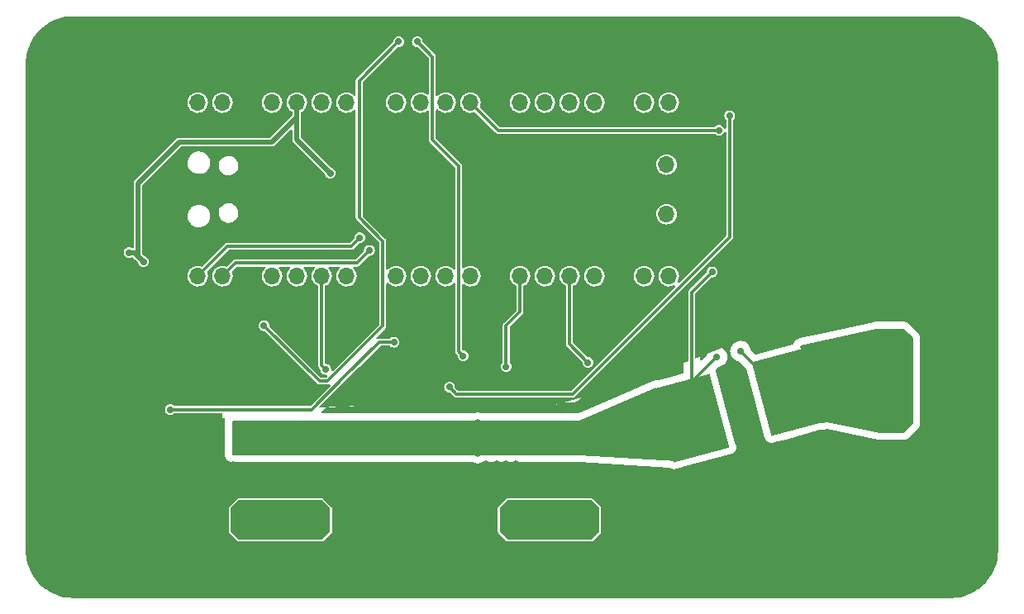
<source format=gbr>
%TF.GenerationSoftware,KiCad,Pcbnew,(6.0.7)*%
%TF.CreationDate,2022-09-20T09:41:07-05:00*%
%TF.ProjectId,BTSTest,42545354-6573-4742-9e6b-696361645f70,rev?*%
%TF.SameCoordinates,Original*%
%TF.FileFunction,Copper,L2,Bot*%
%TF.FilePolarity,Positive*%
%FSLAX46Y46*%
G04 Gerber Fmt 4.6, Leading zero omitted, Abs format (unit mm)*
G04 Created by KiCad (PCBNEW (6.0.7)) date 2022-09-20 09:41:07*
%MOMM*%
%LPD*%
G01*
G04 APERTURE LIST*
G04 Aperture macros list*
%AMRotRect*
0 Rectangle, with rotation*
0 The origin of the aperture is its center*
0 $1 length*
0 $2 width*
0 $3 Rotation angle, in degrees counterclockwise*
0 Add horizontal line*
21,1,$1,$2,0,0,$3*%
%AMOutline5P*
0 Free polygon, 5 corners , with rotation*
0 The origin of the aperture is its center*
0 number of corners: always 5*
0 $1 to $10 corner X, Y*
0 $11 Rotation angle, in degrees counterclockwise*
0 create outline with 5 corners*
4,1,5,$1,$2,$3,$4,$5,$6,$7,$8,$9,$10,$1,$2,$11*%
%AMOutline6P*
0 Free polygon, 6 corners , with rotation*
0 The origin of the aperture is its center*
0 number of corners: always 6*
0 $1 to $12 corner X, Y*
0 $13 Rotation angle, in degrees counterclockwise*
0 create outline with 6 corners*
4,1,6,$1,$2,$3,$4,$5,$6,$7,$8,$9,$10,$11,$12,$1,$2,$13*%
%AMOutline7P*
0 Free polygon, 7 corners , with rotation*
0 The origin of the aperture is its center*
0 number of corners: always 7*
0 $1 to $14 corner X, Y*
0 $15 Rotation angle, in degrees counterclockwise*
0 create outline with 7 corners*
4,1,7,$1,$2,$3,$4,$5,$6,$7,$8,$9,$10,$11,$12,$13,$14,$1,$2,$15*%
%AMOutline8P*
0 Free polygon, 8 corners , with rotation*
0 The origin of the aperture is its center*
0 number of corners: always 8*
0 $1 to $16 corner X, Y*
0 $17 Rotation angle, in degrees counterclockwise*
0 create outline with 8 corners*
4,1,8,$1,$2,$3,$4,$5,$6,$7,$8,$9,$10,$11,$12,$13,$14,$15,$16,$1,$2,$17*%
G04 Aperture macros list end*
%TA.AperFunction,NonConductor*%
%ADD10C,0.200000*%
%TD*%
%TA.AperFunction,ComponentPad*%
%ADD11C,4.700000*%
%TD*%
%TA.AperFunction,ConnectorPad*%
%ADD12C,8.600000*%
%TD*%
%TA.AperFunction,ComponentPad*%
%ADD13R,0.750000X0.750000*%
%TD*%
%TA.AperFunction,ComponentPad*%
%ADD14Outline6P,-2.540000X1.200000X-1.740000X2.000000X2.540000X2.000000X2.540000X-2.000000X-1.740000X-2.000000X-2.540000X-1.200000X90.000000*%
%TD*%
%TA.AperFunction,ComponentPad*%
%ADD15Outline6P,-2.540000X2.000000X1.740000X2.000000X2.540000X1.200000X2.540000X-1.200000X1.740000X-2.000000X-2.540000X-2.000000X90.000000*%
%TD*%
%TA.AperFunction,ComponentPad*%
%ADD16Outline6P,-2.540000X1.200000X-1.740000X2.000000X2.540000X2.000000X2.540000X-2.000000X-1.740000X-2.000000X-2.540000X-1.200000X0.000000*%
%TD*%
%TA.AperFunction,ComponentPad*%
%ADD17Outline6P,-2.540000X2.000000X1.740000X2.000000X2.540000X1.200000X2.540000X-1.200000X1.740000X-2.000000X-2.540000X-2.000000X0.000000*%
%TD*%
%TA.AperFunction,ComponentPad*%
%ADD18O,1.700000X1.700000*%
%TD*%
%TA.AperFunction,ComponentPad*%
%ADD19R,1.700000X1.700000*%
%TD*%
%TA.AperFunction,SMDPad,CuDef*%
%ADD20RotRect,7.810000X5.870000X105.000000*%
%TD*%
%TA.AperFunction,ViaPad*%
%ADD21C,0.800000*%
%TD*%
%TA.AperFunction,ViaPad*%
%ADD22C,0.700000*%
%TD*%
%TA.AperFunction,Conductor*%
%ADD23C,0.300000*%
%TD*%
%TA.AperFunction,Conductor*%
%ADD24C,0.500000*%
%TD*%
G04 APERTURE END LIST*
D10*
G36*
X173000000Y-75200000D02*
G01*
X173000000Y-83900000D01*
X172100000Y-84800000D01*
X169700000Y-84800000D01*
X164300000Y-83700000D01*
X163700000Y-83800000D01*
X161600000Y-76000000D01*
X169300000Y-74300000D01*
X172100000Y-74300000D01*
X173000000Y-75200000D01*
G37*
X173000000Y-75200000D02*
X173000000Y-83900000D01*
X172100000Y-84800000D01*
X169700000Y-84800000D01*
X164300000Y-83700000D01*
X163700000Y-83800000D01*
X161600000Y-76000000D01*
X169300000Y-74300000D01*
X172100000Y-74300000D01*
X173000000Y-75200000D01*
G36*
X149000000Y-87700000D02*
G01*
X138900000Y-87100000D01*
X103400000Y-87100000D01*
X103400000Y-83700000D01*
X138900000Y-83700000D01*
X146800000Y-80300000D01*
X149000000Y-87700000D01*
G37*
X149000000Y-87700000D02*
X138900000Y-87100000D01*
X103400000Y-87100000D01*
X103400000Y-83700000D01*
X138900000Y-83700000D01*
X146800000Y-80300000D01*
X149000000Y-87700000D01*
D11*
%TO.P,H1,1,1*%
%TO.N,GND*%
X176000000Y-48000000D03*
D12*
X176000000Y-48000000D03*
%TD*%
D11*
%TO.P,H3,1,1*%
%TO.N,GND*%
X175850000Y-96000000D03*
D12*
X175850000Y-96000000D03*
%TD*%
%TO.P,H4,1,1*%
%TO.N,GND*%
X87850000Y-95850000D03*
D11*
X87850000Y-95850000D03*
%TD*%
D13*
%TO.P,U1,EPAD,VS*%
%TO.N,VBATT*%
X105865200Y-84047350D03*
X109465200Y-84047350D03*
X108565200Y-86747350D03*
X111265200Y-86747350D03*
X106765200Y-84947350D03*
X105865200Y-85847350D03*
X107665200Y-85847350D03*
X112165200Y-86747350D03*
X112165200Y-85847350D03*
X104065200Y-85847350D03*
X111265200Y-84047350D03*
X111265200Y-85847350D03*
X104965200Y-84947350D03*
X109465200Y-84947350D03*
X105865200Y-84947350D03*
X109465200Y-85847350D03*
X105865200Y-86747350D03*
X104065200Y-84947350D03*
X112165200Y-84947350D03*
X108565200Y-85847350D03*
X111265200Y-84947350D03*
X110365200Y-86747350D03*
X104065200Y-84047350D03*
X107665200Y-84947350D03*
X112165200Y-84047350D03*
X106765200Y-84047350D03*
X104965200Y-86747350D03*
X104965200Y-84047350D03*
X106765200Y-86747350D03*
X108565200Y-84047350D03*
X110365200Y-84947350D03*
X110365200Y-85847350D03*
X106765200Y-85847350D03*
X107665200Y-84047350D03*
X107665200Y-86747350D03*
X104065200Y-86747350D03*
X110365200Y-84047350D03*
X109465200Y-86747350D03*
X104965200Y-85847350D03*
X108565200Y-84947350D03*
%TD*%
D14*
%TO.P,U4,1,VBATTIN*%
%TO.N,/VBATTIN*%
X170825000Y-82195000D03*
D15*
X170825000Y-77120000D03*
%TD*%
D13*
%TO.P,U5,EPAD,VS*%
%TO.N,VBATT*%
X136532100Y-84097350D03*
X137432100Y-85897350D03*
X138332100Y-84997350D03*
X137432100Y-84997350D03*
X138332100Y-86797350D03*
X133832100Y-84997350D03*
X138332100Y-84097350D03*
X137432100Y-84097350D03*
X135632100Y-84997350D03*
X136532100Y-84997350D03*
X133832100Y-86797350D03*
X134732100Y-84097350D03*
X134732100Y-84997350D03*
X136532100Y-86797350D03*
X134732100Y-86797350D03*
X135632100Y-85897350D03*
X135632100Y-86797350D03*
X133832100Y-85897350D03*
X133832100Y-84097350D03*
X138332100Y-85897350D03*
X135632100Y-84097350D03*
X134732100Y-85897350D03*
X137432100Y-86797350D03*
X136532100Y-85897350D03*
%TD*%
D11*
%TO.P,H2,1,1*%
%TO.N,GND*%
X88000000Y-47850000D03*
D12*
X88000000Y-47850000D03*
%TD*%
D15*
%TO.P,H5,1,1*%
%TO.N,GND*%
X88500000Y-75875000D03*
D14*
X88500000Y-80950000D03*
%TD*%
D16*
%TO.P,J2,1,Pin_1*%
%TO.N,/OUT_CH2*%
X133295000Y-93805000D03*
D17*
X138370000Y-93805000D03*
%TD*%
D16*
%TO.P,J1,1,Pin_1*%
%TO.N,/OUT_CH1*%
X105745000Y-93825000D03*
D17*
X110820000Y-93825000D03*
%TD*%
D18*
%TO.P,U2,1,GPIO0*%
%TO.N,I2C_SDA*%
X99795000Y-68825000D03*
%TO.P,U2,2,GPIO1*%
%TO.N,I2C_SCL*%
X102335000Y-68825000D03*
D19*
%TO.P,U2,3,GND*%
%TO.N,GND*%
X104875000Y-68825000D03*
D18*
%TO.P,U2,4,GPIO2*%
%TO.N,/TEMP_SIG_CH1*%
X107415000Y-68825000D03*
%TO.P,U2,5,GPIO3*%
%TO.N,/DEN_CH1*%
X109955000Y-68825000D03*
%TO.P,U2,6,GPIO4*%
%TO.N,/IN_CH1*%
X112495000Y-68825000D03*
%TO.P,U2,7,GPIO5*%
%TO.N,/LED_ST_CH1*%
X115035000Y-68825000D03*
D19*
%TO.P,U2,8,GND*%
%TO.N,GND*%
X117575000Y-68825000D03*
D18*
%TO.P,U2,9,GPIO6*%
%TO.N,unconnected-(U2-Pad9)*%
X120115000Y-68825000D03*
%TO.P,U2,10,GPIO7*%
%TO.N,unconnected-(U2-Pad10)*%
X122655000Y-68825000D03*
%TO.P,U2,11,GPIO8*%
%TO.N,unconnected-(U2-Pad11)*%
X125195000Y-68825000D03*
%TO.P,U2,12,GPIO9*%
%TO.N,unconnected-(U2-Pad12)*%
X127735000Y-68825000D03*
D19*
%TO.P,U2,13,GND*%
%TO.N,GND*%
X130275000Y-68825000D03*
D18*
%TO.P,U2,14,GPIO10*%
%TO.N,/TEMP_SIG_CH2*%
X132815000Y-68825000D03*
%TO.P,U2,15,GPIO11*%
%TO.N,/DEN_CH2*%
X135355000Y-68825000D03*
%TO.P,U2,16,GPIO12*%
%TO.N,/IN_CH2*%
X137895000Y-68825000D03*
%TO.P,U2,17,GPIO13*%
%TO.N,/LED_ST_CH2*%
X140435000Y-68825000D03*
D19*
%TO.P,U2,18,GND*%
%TO.N,GND*%
X142975000Y-68825000D03*
D18*
%TO.P,U2,19,GPIO14*%
%TO.N,unconnected-(U2-Pad19)*%
X145515000Y-68825000D03*
%TO.P,U2,20,GPIO15*%
%TO.N,unconnected-(U2-Pad20)*%
X148055000Y-68825000D03*
%TO.P,U2,21,GPIO16*%
%TO.N,unconnected-(U2-Pad21)*%
X148055000Y-51045000D03*
%TO.P,U2,22,GPIO17*%
%TO.N,unconnected-(U2-Pad22)*%
X145515000Y-51045000D03*
D19*
%TO.P,U2,23,GND*%
%TO.N,GND*%
X142975000Y-51045000D03*
D18*
%TO.P,U2,24,GPIO18*%
%TO.N,unconnected-(U2-Pad24)*%
X140435000Y-51045000D03*
%TO.P,U2,25,GPIO19*%
%TO.N,unconnected-(U2-Pad25)*%
X137895000Y-51045000D03*
%TO.P,U2,26,GPIO20*%
%TO.N,unconnected-(U2-Pad26)*%
X135355000Y-51045000D03*
%TO.P,U2,27,GPIO21*%
%TO.N,unconnected-(U2-Pad27)*%
X132815000Y-51045000D03*
D19*
%TO.P,U2,28,GND*%
%TO.N,GND*%
X130275000Y-51045000D03*
D18*
%TO.P,U2,29,GPIO22*%
%TO.N,/OL_DET_SIG*%
X127735000Y-51045000D03*
%TO.P,U2,30,RUN*%
%TO.N,unconnected-(U2-Pad30)*%
X125195000Y-51045000D03*
%TO.P,U2,31,GPIO26_ADC0*%
%TO.N,/IS_CH2*%
X122655000Y-51045000D03*
%TO.P,U2,32,GPIO27_ADC1*%
%TO.N,/IS_CH1*%
X120115000Y-51045000D03*
D19*
%TO.P,U2,33,AGND*%
%TO.N,GND*%
X117575000Y-51045000D03*
D18*
%TO.P,U2,34,GPIO28_ADC2*%
%TO.N,/TEMP_IN*%
X115035000Y-51045000D03*
%TO.P,U2,35,ADC_VREF*%
%TO.N,unconnected-(U2-Pad35)*%
X112495000Y-51045000D03*
%TO.P,U2,36,3V3*%
%TO.N,+3V3*%
X109955000Y-51045000D03*
%TO.P,U2,37,3V3_EN*%
%TO.N,unconnected-(U2-Pad37)*%
X107415000Y-51045000D03*
D19*
%TO.P,U2,38,GND*%
%TO.N,GND*%
X104875000Y-51045000D03*
D18*
%TO.P,U2,39,VSYS*%
%TO.N,unconnected-(U2-Pad39)*%
X102335000Y-51045000D03*
%TO.P,U2,40,VBUS*%
%TO.N,unconnected-(U2-Pad40)*%
X99795000Y-51045000D03*
%TO.P,U2,41,SWCLK*%
%TO.N,unconnected-(U2-Pad41)*%
X147825000Y-62475000D03*
D19*
%TO.P,U2,42,GND*%
%TO.N,GND*%
X147825000Y-59935000D03*
D18*
%TO.P,U2,43,SWDIO*%
%TO.N,unconnected-(U2-Pad43)*%
X147825000Y-57395000D03*
%TD*%
D20*
%TO.P,R25,1*%
%TO.N,/VBATTIN*%
X160403837Y-80681906D03*
%TO.P,R25,2*%
%TO.N,VBATT*%
X150416163Y-83358094D03*
%TD*%
D21*
%TO.N,GND*%
X132100000Y-79400000D03*
X117300000Y-81000000D03*
X100400000Y-81000000D03*
X162995000Y-68605000D03*
X117300000Y-82100000D03*
X162000000Y-54000000D03*
X118400000Y-81000000D03*
X99500000Y-92400000D03*
X130400000Y-88100000D03*
X99000000Y-84700000D03*
X154000000Y-88700000D03*
X102300000Y-87800000D03*
X99000000Y-86700000D03*
X112800000Y-44800000D03*
X89400000Y-68000000D03*
X118400000Y-80000000D03*
X100600000Y-92400000D03*
X117300000Y-80000000D03*
X104800000Y-78200000D03*
X118400000Y-82100000D03*
X100000000Y-87800000D03*
X132400000Y-88100000D03*
X162000000Y-53000000D03*
X128900000Y-81700000D03*
X142000000Y-78200000D03*
X142100000Y-79400000D03*
X103400000Y-88200000D03*
X114500000Y-88600000D03*
X129300000Y-88100000D03*
X130100000Y-44800000D03*
X162000000Y-52000000D03*
X131400000Y-88100000D03*
X143300000Y-79700000D03*
X101100000Y-87800000D03*
X128200000Y-92700000D03*
X143200000Y-78400000D03*
X99000000Y-85700000D03*
X149300000Y-89300000D03*
X103000000Y-81000000D03*
X154000000Y-66600000D03*
X144300000Y-89200000D03*
X113500000Y-88600000D03*
%TO.N,VBATT*%
X114500000Y-85400000D03*
X113500000Y-86400000D03*
X113500000Y-85400000D03*
X128500000Y-84900000D03*
X141693846Y-86493728D03*
X128500000Y-86900000D03*
X128500000Y-83900000D03*
X142700000Y-85500000D03*
X115493846Y-86393728D03*
D22*
X153000000Y-77100000D03*
D21*
X141700000Y-85500000D03*
X139700000Y-86500000D03*
X115500000Y-85400000D03*
X128500000Y-85900000D03*
X116500000Y-86400000D03*
D22*
X152500000Y-68400000D03*
D21*
X139700000Y-85500000D03*
X142700000Y-86500000D03*
X116500000Y-85400000D03*
X114500000Y-86400000D03*
X140700000Y-85500000D03*
X140700000Y-86500000D03*
D22*
%TO.N,+3V3*%
X92775000Y-66425000D03*
X94250000Y-67350000D03*
X113400000Y-58300000D03*
%TO.N,/TEMP_SIG_CH2*%
X131400000Y-78100000D03*
%TO.N,/IN_CH1*%
X112915000Y-78385000D03*
%TO.N,/IS_T_CH1*%
X106600000Y-73900000D03*
X120400000Y-44800000D03*
%TO.N,/OL_DET*%
X97000000Y-82500000D03*
X154300000Y-52400000D03*
X125600000Y-80200000D03*
X119900000Y-75600000D03*
%TO.N,/IN_CH2*%
X139787500Y-77687500D03*
%TO.N,/IS_T_CH2*%
X122300000Y-44800000D03*
X127000000Y-77000000D03*
%TO.N,I2C_SDA*%
X116400000Y-64900000D03*
%TO.N,I2C_SCL*%
X117400000Y-66200000D03*
%TO.N,/OL_DET_SIG*%
X153200000Y-53900000D03*
%TO.N,/VBATTIN*%
X155400000Y-76500000D03*
%TD*%
D23*
%TO.N,VBATT*%
X150416163Y-79683837D02*
X150416163Y-83358094D01*
X150416163Y-70483837D02*
X150416163Y-83358094D01*
X153000000Y-77100000D02*
X150416163Y-79683837D01*
X152500000Y-68400000D02*
X150416163Y-70483837D01*
D24*
%TO.N,+3V3*%
X93700000Y-66800000D02*
X93700000Y-59300000D01*
X97900000Y-55100000D02*
X107400000Y-55100000D01*
X94250000Y-67350000D02*
X93700000Y-66800000D01*
X107400000Y-55100000D02*
X109955000Y-52545000D01*
X109955000Y-51045000D02*
X109955000Y-54855000D01*
X109955000Y-54855000D02*
X113400000Y-58300000D01*
X93700000Y-59300000D02*
X97900000Y-55100000D01*
X92775000Y-66425000D02*
X93325000Y-66425000D01*
X109955000Y-52545000D02*
X109955000Y-51045000D01*
X93325000Y-66425000D02*
X94250000Y-67350000D01*
D23*
%TO.N,/TEMP_SIG_CH2*%
X131400000Y-73900000D02*
X132815000Y-72485000D01*
X131400000Y-78100000D02*
X131400000Y-73900000D01*
X132815000Y-72485000D02*
X132815000Y-68825000D01*
%TO.N,/IN_CH1*%
X112495000Y-77965000D02*
X112495000Y-68825000D01*
X112915000Y-78385000D02*
X112495000Y-77965000D01*
%TO.N,/IS_T_CH1*%
X118775000Y-65225000D02*
X116344780Y-62794780D01*
X118775000Y-73925000D02*
X118775000Y-65225000D01*
X112300000Y-79600000D02*
X113100000Y-79600000D01*
X116344780Y-48855220D02*
X120400000Y-44800000D01*
X106600000Y-73900000D02*
X112300000Y-79600000D01*
X116344780Y-62794780D02*
X116344780Y-48855220D01*
X113100000Y-79600000D02*
X118775000Y-73925000D01*
%TO.N,/OL_DET*%
X111500000Y-82500000D02*
X97000000Y-82500000D01*
X154300000Y-64839339D02*
X154300000Y-52400000D01*
X114900000Y-79100000D02*
X118400000Y-75600000D01*
X138239339Y-80900000D02*
X154300000Y-64839339D01*
X114900000Y-79100000D02*
X111500000Y-82500000D01*
X118400000Y-75600000D02*
X119900000Y-75600000D01*
X126300000Y-80900000D02*
X138239339Y-80900000D01*
X125600000Y-80200000D02*
X126300000Y-80900000D01*
%TO.N,/IN_CH2*%
X139787500Y-77687500D02*
X137895000Y-75795000D01*
X137895000Y-75795000D02*
X137895000Y-68825000D01*
%TO.N,/IS_T_CH2*%
X122300000Y-44800000D02*
X123855000Y-46355000D01*
X123855000Y-54855000D02*
X124400000Y-55400000D01*
X126535000Y-57535000D02*
X126535000Y-76535000D01*
X124400000Y-55400000D02*
X126535000Y-57535000D01*
X123855000Y-46355000D02*
X123855000Y-54855000D01*
X126535000Y-76535000D02*
X127000000Y-77000000D01*
%TO.N,I2C_SDA*%
X103100000Y-65800000D02*
X115500000Y-65800000D01*
X115500000Y-65800000D02*
X116400000Y-64900000D01*
X102820000Y-65800000D02*
X103100000Y-65800000D01*
X99795000Y-68825000D02*
X102820000Y-65800000D01*
%TO.N,I2C_SCL*%
X103660000Y-67500000D02*
X109900000Y-67500000D01*
X109900000Y-67500000D02*
X116100000Y-67500000D01*
X102335000Y-68825000D02*
X103660000Y-67500000D01*
X116100000Y-67500000D02*
X117400000Y-66200000D01*
%TO.N,/OL_DET_SIG*%
X130590000Y-53900000D02*
X137900000Y-53900000D01*
X127735000Y-51045000D02*
X130590000Y-53900000D01*
X137900000Y-53900000D02*
X153200000Y-53900000D01*
%TO.N,/VBATTIN*%
X159581906Y-80681906D02*
X160403837Y-80681906D01*
X155400000Y-76500000D02*
X159581906Y-80681906D01*
%TD*%
%TA.AperFunction,Conductor*%
%TO.N,GND*%
G36*
X176980242Y-42202466D02*
G01*
X176985811Y-42202476D01*
X176999641Y-42205656D01*
X177013482Y-42202524D01*
X177027669Y-42202549D01*
X177027669Y-42202772D01*
X177035651Y-42202057D01*
X177358614Y-42216158D01*
X177412809Y-42218524D01*
X177423757Y-42219482D01*
X177827981Y-42272698D01*
X177838786Y-42274604D01*
X178236837Y-42362850D01*
X178247447Y-42365693D01*
X178636283Y-42488292D01*
X178646596Y-42492045D01*
X179023288Y-42648077D01*
X179033233Y-42652715D01*
X179394867Y-42840969D01*
X179404387Y-42846465D01*
X179748235Y-43065521D01*
X179757239Y-43071825D01*
X180080700Y-43320025D01*
X180089120Y-43327091D01*
X180389703Y-43602524D01*
X180397472Y-43610293D01*
X180672909Y-43910880D01*
X180679975Y-43919300D01*
X180928175Y-44242761D01*
X180934479Y-44251765D01*
X181153535Y-44595613D01*
X181159030Y-44605132D01*
X181339255Y-44951340D01*
X181347281Y-44966758D01*
X181351923Y-44976712D01*
X181505849Y-45348320D01*
X181507952Y-45353396D01*
X181511708Y-45363717D01*
X181520335Y-45391077D01*
X181634307Y-45752552D01*
X181637150Y-45763163D01*
X181725396Y-46161214D01*
X181727302Y-46172019D01*
X181779720Y-46570179D01*
X181780518Y-46576242D01*
X181781476Y-46587192D01*
X181797919Y-46963780D01*
X181797201Y-46971624D01*
X181797549Y-46971625D01*
X181797524Y-46985811D01*
X181794344Y-46999641D01*
X181797475Y-47013480D01*
X181797467Y-47018311D01*
X181799500Y-47036504D01*
X181799500Y-96962920D01*
X181797534Y-96980242D01*
X181797524Y-96985811D01*
X181794344Y-96999641D01*
X181797476Y-97013482D01*
X181797451Y-97027669D01*
X181797228Y-97027669D01*
X181797943Y-97035651D01*
X181781476Y-97412808D01*
X181780518Y-97423758D01*
X181727303Y-97827973D01*
X181725396Y-97838786D01*
X181637152Y-98236831D01*
X181634307Y-98247448D01*
X181511711Y-98636275D01*
X181507952Y-98646604D01*
X181351927Y-99023280D01*
X181347285Y-99033233D01*
X181159031Y-99394867D01*
X181153535Y-99404387D01*
X180934479Y-99748235D01*
X180928175Y-99757239D01*
X180679975Y-100080700D01*
X180672911Y-100089117D01*
X180574107Y-100196944D01*
X180397476Y-100389703D01*
X180389703Y-100397476D01*
X180089120Y-100672909D01*
X180080700Y-100679975D01*
X179757239Y-100928175D01*
X179748235Y-100934479D01*
X179404387Y-101153535D01*
X179394868Y-101159030D01*
X179033233Y-101347285D01*
X179023288Y-101351923D01*
X178646596Y-101507955D01*
X178636283Y-101511708D01*
X178427259Y-101577613D01*
X178247448Y-101634307D01*
X178236837Y-101637150D01*
X177838786Y-101725396D01*
X177827981Y-101727302D01*
X177423758Y-101780518D01*
X177412809Y-101781476D01*
X177036216Y-101797919D01*
X177028376Y-101797201D01*
X177028375Y-101797549D01*
X177014189Y-101797524D01*
X177000359Y-101794344D01*
X176986520Y-101797475D01*
X176981689Y-101797467D01*
X176963496Y-101799500D01*
X87037080Y-101799500D01*
X87019758Y-101797534D01*
X87014189Y-101797524D01*
X87000359Y-101794344D01*
X86986518Y-101797476D01*
X86972331Y-101797451D01*
X86972331Y-101797228D01*
X86964349Y-101797943D01*
X86641386Y-101783842D01*
X86587191Y-101781476D01*
X86576242Y-101780518D01*
X86172019Y-101727302D01*
X86161214Y-101725396D01*
X85763163Y-101637150D01*
X85752552Y-101634307D01*
X85572741Y-101577613D01*
X85363717Y-101511708D01*
X85353404Y-101507955D01*
X84976712Y-101351923D01*
X84966767Y-101347285D01*
X84605132Y-101159030D01*
X84595613Y-101153535D01*
X84251765Y-100934479D01*
X84242761Y-100928175D01*
X83919300Y-100679975D01*
X83910880Y-100672909D01*
X83610297Y-100397476D01*
X83602524Y-100389703D01*
X83425894Y-100196944D01*
X83327089Y-100089117D01*
X83320025Y-100080700D01*
X83071825Y-99757239D01*
X83065521Y-99748235D01*
X82846465Y-99404387D01*
X82840969Y-99394867D01*
X82652715Y-99033233D01*
X82648073Y-99023280D01*
X82492048Y-98646604D01*
X82488289Y-98636275D01*
X82365693Y-98247448D01*
X82362848Y-98236831D01*
X82274604Y-97838786D01*
X82272697Y-97827973D01*
X82219482Y-97423758D01*
X82218524Y-97412808D01*
X82202094Y-97036508D01*
X82204090Y-97014863D01*
X82203226Y-97014764D01*
X82204042Y-97007678D01*
X82205655Y-97000718D01*
X82205656Y-97000000D01*
X82203654Y-96991225D01*
X82200500Y-96963210D01*
X82200500Y-95044841D01*
X103004499Y-95044841D01*
X103016269Y-95103561D01*
X103049195Y-95152745D01*
X103877254Y-95980804D01*
X103882446Y-95984262D01*
X103882447Y-95984263D01*
X103916785Y-96007134D01*
X103916787Y-96007135D01*
X103927099Y-96014003D01*
X103939255Y-96016410D01*
X103979110Y-96024302D01*
X103979114Y-96024302D01*
X103985162Y-96025500D01*
X108260252Y-96025500D01*
X112573608Y-96025501D01*
X112579841Y-96025501D01*
X112638561Y-96013731D01*
X112687745Y-95980805D01*
X113515804Y-95152746D01*
X113526186Y-95137159D01*
X113542134Y-95113215D01*
X113542135Y-95113213D01*
X113549003Y-95102901D01*
X113551410Y-95090745D01*
X113559302Y-95050890D01*
X113559302Y-95050886D01*
X113560500Y-95044838D01*
X113560500Y-95024841D01*
X130554499Y-95024841D01*
X130566269Y-95083561D01*
X130599195Y-95132745D01*
X131427254Y-95960804D01*
X131432446Y-95964262D01*
X131432447Y-95964263D01*
X131466785Y-95987134D01*
X131466787Y-95987135D01*
X131477099Y-95994003D01*
X131489255Y-95996410D01*
X131529110Y-96004302D01*
X131529114Y-96004302D01*
X131535162Y-96005500D01*
X135810252Y-96005500D01*
X140123608Y-96005501D01*
X140129841Y-96005501D01*
X140188561Y-95993731D01*
X140237745Y-95960805D01*
X141065804Y-95132746D01*
X141085243Y-95103561D01*
X141092134Y-95093215D01*
X141092135Y-95093213D01*
X141099003Y-95082901D01*
X141105330Y-95050950D01*
X141109302Y-95030890D01*
X141109302Y-95030886D01*
X141110500Y-95024838D01*
X141110501Y-92585159D01*
X141098731Y-92526439D01*
X141065805Y-92477255D01*
X140237746Y-91649196D01*
X140228685Y-91643161D01*
X140198215Y-91622866D01*
X140198213Y-91622865D01*
X140187901Y-91615997D01*
X140175745Y-91613590D01*
X140135890Y-91605698D01*
X140135886Y-91605698D01*
X140129838Y-91604500D01*
X135854748Y-91604500D01*
X131541392Y-91604499D01*
X131535159Y-91604499D01*
X131476439Y-91616269D01*
X131427255Y-91649195D01*
X130599196Y-92477254D01*
X130595738Y-92482446D01*
X130595737Y-92482447D01*
X130572866Y-92516785D01*
X130572865Y-92516787D01*
X130565997Y-92527099D01*
X130563590Y-92539255D01*
X130562168Y-92546439D01*
X130554500Y-92585162D01*
X130554499Y-95024841D01*
X113560500Y-95024841D01*
X113560501Y-92605159D01*
X113548731Y-92546439D01*
X113515805Y-92497255D01*
X112687746Y-91669196D01*
X112664344Y-91653609D01*
X112648215Y-91642866D01*
X112648213Y-91642865D01*
X112637901Y-91635997D01*
X112625745Y-91633590D01*
X112585890Y-91625698D01*
X112585886Y-91625698D01*
X112579838Y-91624500D01*
X108304748Y-91624500D01*
X103991392Y-91624499D01*
X103985159Y-91624499D01*
X103926439Y-91636269D01*
X103877255Y-91669195D01*
X103049196Y-92497254D01*
X103045738Y-92502446D01*
X103045737Y-92502447D01*
X103022866Y-92536785D01*
X103022865Y-92536787D01*
X103015997Y-92547099D01*
X103013590Y-92559255D01*
X103007227Y-92591392D01*
X103004500Y-92605162D01*
X103004499Y-95044841D01*
X82200500Y-95044841D01*
X82200500Y-82500000D01*
X96444750Y-82500000D01*
X96463670Y-82643709D01*
X96519139Y-82777625D01*
X96607379Y-82892621D01*
X96722375Y-82980861D01*
X96856291Y-83036330D01*
X97000000Y-83055250D01*
X97143709Y-83036330D01*
X97277625Y-82980861D01*
X97392621Y-82892621D01*
X97396849Y-82887111D01*
X97458630Y-82853379D01*
X97485409Y-82850500D01*
X102300000Y-82850500D01*
X102300000Y-87400000D01*
X102400000Y-89300000D01*
X142200000Y-88700000D01*
X151200000Y-90000000D01*
X162000000Y-87000000D01*
X176300000Y-87500000D01*
X175800000Y-71800000D01*
X162200000Y-72700000D01*
X150766663Y-77247350D01*
X150766663Y-70681209D01*
X150786665Y-70613088D01*
X150803568Y-70592114D01*
X152404605Y-68991077D01*
X152466917Y-68957051D01*
X152492661Y-68954284D01*
X152500000Y-68955250D01*
X152643709Y-68936330D01*
X152777625Y-68880861D01*
X152892621Y-68792621D01*
X152980861Y-68677625D01*
X153036330Y-68543709D01*
X153055250Y-68400000D01*
X153036330Y-68256291D01*
X152980861Y-68122375D01*
X152892621Y-68007379D01*
X152777625Y-67919139D01*
X152643709Y-67863670D01*
X152500000Y-67844750D01*
X152356291Y-67863670D01*
X152222375Y-67919139D01*
X152107379Y-68007379D01*
X152019139Y-68122375D01*
X151963670Y-68256291D01*
X151944750Y-68400000D01*
X151945656Y-68406885D01*
X151925826Y-68474421D01*
X151908923Y-68495395D01*
X150204264Y-70200054D01*
X150189310Y-70212132D01*
X150185758Y-70215364D01*
X150177011Y-70221012D01*
X150170565Y-70229189D01*
X150158161Y-70244923D01*
X150154664Y-70248858D01*
X150154768Y-70248946D01*
X150151413Y-70252905D01*
X150147735Y-70256583D01*
X150144716Y-70260808D01*
X150144709Y-70260816D01*
X150137491Y-70270917D01*
X150133927Y-70275664D01*
X150104771Y-70312648D01*
X150101970Y-70320624D01*
X150097052Y-70327506D01*
X150083544Y-70372673D01*
X150081722Y-70378279D01*
X150068735Y-70415260D01*
X150068734Y-70415266D01*
X150066108Y-70422743D01*
X150065663Y-70427881D01*
X150065663Y-70430600D01*
X150065568Y-70432782D01*
X150065408Y-70433317D01*
X150065381Y-70433316D01*
X150065374Y-70433434D01*
X150063619Y-70439301D01*
X150064028Y-70449709D01*
X150065566Y-70488856D01*
X150065663Y-70493803D01*
X150065663Y-77526157D01*
X144600000Y-79700000D01*
X136100000Y-82100000D01*
X118500000Y-82000000D01*
X112224519Y-82271163D01*
X114295682Y-80200000D01*
X125044750Y-80200000D01*
X125063670Y-80343709D01*
X125119139Y-80477625D01*
X125207379Y-80592621D01*
X125322375Y-80680861D01*
X125456291Y-80736330D01*
X125591812Y-80754172D01*
X125600000Y-80755250D01*
X125606885Y-80754344D01*
X125674421Y-80774174D01*
X125695395Y-80791077D01*
X126016217Y-81111899D01*
X126028295Y-81126853D01*
X126031527Y-81130405D01*
X126037175Y-81139152D01*
X126045352Y-81145598D01*
X126061086Y-81158002D01*
X126065021Y-81161499D01*
X126065109Y-81161395D01*
X126069068Y-81164750D01*
X126072746Y-81168428D01*
X126076971Y-81171447D01*
X126076979Y-81171454D01*
X126087080Y-81178672D01*
X126091827Y-81182236D01*
X126093768Y-81183766D01*
X126128811Y-81211392D01*
X126136787Y-81214193D01*
X126143669Y-81219111D01*
X126153647Y-81222095D01*
X126188791Y-81232605D01*
X126194437Y-81234439D01*
X126231427Y-81247429D01*
X126231430Y-81247430D01*
X126238906Y-81250055D01*
X126244044Y-81250500D01*
X126246749Y-81250500D01*
X126248948Y-81250595D01*
X126249480Y-81250754D01*
X126249479Y-81250781D01*
X126249595Y-81250788D01*
X126255463Y-81252543D01*
X126305003Y-81250597D01*
X126309950Y-81250500D01*
X138188515Y-81250500D01*
X138207614Y-81252533D01*
X138212422Y-81252760D01*
X138222600Y-81254951D01*
X138252830Y-81251373D01*
X138258085Y-81251063D01*
X138258074Y-81250928D01*
X138263253Y-81250500D01*
X138268454Y-81250500D01*
X138273582Y-81249646D01*
X138273588Y-81249646D01*
X138285812Y-81247611D01*
X138291688Y-81246774D01*
X138328138Y-81242460D01*
X138328140Y-81242460D01*
X138338477Y-81241236D01*
X138346097Y-81237577D01*
X138354442Y-81236188D01*
X138395923Y-81213806D01*
X138401209Y-81211113D01*
X138405568Y-81209020D01*
X138443665Y-81190726D01*
X138447613Y-81187408D01*
X138449546Y-81185475D01*
X138451143Y-81184010D01*
X138451633Y-81183746D01*
X138451652Y-81183766D01*
X138451741Y-81183687D01*
X138457133Y-81180778D01*
X138468550Y-81168428D01*
X138490794Y-81144364D01*
X138494223Y-81140798D01*
X154511899Y-65123122D01*
X154526853Y-65111044D01*
X154530405Y-65107812D01*
X154539152Y-65102164D01*
X154558002Y-65078253D01*
X154561500Y-65074317D01*
X154561396Y-65074229D01*
X154564751Y-65070270D01*
X154568429Y-65066592D01*
X154571448Y-65062367D01*
X154571455Y-65062359D01*
X154578669Y-65052263D01*
X154582236Y-65047513D01*
X154604944Y-65018708D01*
X154604945Y-65018705D01*
X154611392Y-65010528D01*
X154614194Y-65002550D01*
X154619111Y-64995669D01*
X154632621Y-64950496D01*
X154634442Y-64944892D01*
X154650055Y-64900433D01*
X154650500Y-64895295D01*
X154650500Y-64892590D01*
X154650595Y-64890393D01*
X154650755Y-64889859D01*
X154650782Y-64889860D01*
X154650789Y-64889742D01*
X154652544Y-64883875D01*
X154650597Y-64834320D01*
X154650500Y-64829373D01*
X154650500Y-52885409D01*
X154670502Y-52817288D01*
X154686748Y-52797128D01*
X154692621Y-52792621D01*
X154780861Y-52677625D01*
X154836330Y-52543709D01*
X154855250Y-52400000D01*
X154836330Y-52256291D01*
X154780861Y-52122375D01*
X154692621Y-52007379D01*
X154577625Y-51919139D01*
X154443709Y-51863670D01*
X154300000Y-51844750D01*
X154156291Y-51863670D01*
X154022375Y-51919139D01*
X153907379Y-52007379D01*
X153819139Y-52122375D01*
X153763670Y-52256291D01*
X153744750Y-52400000D01*
X153763670Y-52543709D01*
X153819139Y-52677625D01*
X153907379Y-52792621D01*
X153912889Y-52796849D01*
X153946621Y-52858630D01*
X153949500Y-52885409D01*
X153949500Y-53637483D01*
X153929498Y-53705604D01*
X153875842Y-53752097D01*
X153805568Y-53762201D01*
X153740988Y-53732707D01*
X153707091Y-53685700D01*
X153684023Y-53630007D01*
X153684020Y-53630002D01*
X153680861Y-53622375D01*
X153592621Y-53507379D01*
X153477625Y-53419139D01*
X153343709Y-53363670D01*
X153200000Y-53344750D01*
X153056291Y-53363670D01*
X152922375Y-53419139D01*
X152807379Y-53507379D01*
X152803151Y-53512889D01*
X152741370Y-53546621D01*
X152714591Y-53549500D01*
X130787372Y-53549500D01*
X130719251Y-53529498D01*
X130698277Y-53512595D01*
X128744540Y-51558858D01*
X128710514Y-51496546D01*
X128714077Y-51429991D01*
X128762404Y-51284715D01*
X128764351Y-51278863D01*
X128790171Y-51074474D01*
X128790583Y-51045000D01*
X128789138Y-51030262D01*
X131759520Y-51030262D01*
X131776759Y-51235553D01*
X131833544Y-51433586D01*
X131836359Y-51439063D01*
X131836360Y-51439066D01*
X131857247Y-51479707D01*
X131927712Y-51616818D01*
X132055677Y-51778270D01*
X132060370Y-51782264D01*
X132060371Y-51782265D01*
X132167582Y-51873508D01*
X132212564Y-51911791D01*
X132217942Y-51914797D01*
X132217944Y-51914798D01*
X132234710Y-51924168D01*
X132392398Y-52012297D01*
X132487238Y-52043113D01*
X132582471Y-52074056D01*
X132582475Y-52074057D01*
X132588329Y-52075959D01*
X132792894Y-52100351D01*
X132799029Y-52099879D01*
X132799031Y-52099879D01*
X132855039Y-52095569D01*
X132998300Y-52084546D01*
X133004230Y-52082890D01*
X133004232Y-52082890D01*
X133190797Y-52030800D01*
X133190796Y-52030800D01*
X133196725Y-52029145D01*
X133202214Y-52026372D01*
X133202220Y-52026370D01*
X133375116Y-51939033D01*
X133380610Y-51936258D01*
X133402522Y-51919139D01*
X133496356Y-51845828D01*
X133542951Y-51809424D01*
X133552898Y-51797901D01*
X133673540Y-51658134D01*
X133673540Y-51658133D01*
X133677564Y-51653472D01*
X133698387Y-51616818D01*
X133776276Y-51479707D01*
X133779323Y-51474344D01*
X133844351Y-51278863D01*
X133870171Y-51074474D01*
X133870583Y-51045000D01*
X133869138Y-51030262D01*
X134299520Y-51030262D01*
X134316759Y-51235553D01*
X134373544Y-51433586D01*
X134376359Y-51439063D01*
X134376360Y-51439066D01*
X134397247Y-51479707D01*
X134467712Y-51616818D01*
X134595677Y-51778270D01*
X134600370Y-51782264D01*
X134600371Y-51782265D01*
X134707582Y-51873508D01*
X134752564Y-51911791D01*
X134757942Y-51914797D01*
X134757944Y-51914798D01*
X134774710Y-51924168D01*
X134932398Y-52012297D01*
X135027238Y-52043113D01*
X135122471Y-52074056D01*
X135122475Y-52074057D01*
X135128329Y-52075959D01*
X135332894Y-52100351D01*
X135339029Y-52099879D01*
X135339031Y-52099879D01*
X135395039Y-52095569D01*
X135538300Y-52084546D01*
X135544230Y-52082890D01*
X135544232Y-52082890D01*
X135730797Y-52030800D01*
X135730796Y-52030800D01*
X135736725Y-52029145D01*
X135742214Y-52026372D01*
X135742220Y-52026370D01*
X135915116Y-51939033D01*
X135920610Y-51936258D01*
X135942522Y-51919139D01*
X136036356Y-51845828D01*
X136082951Y-51809424D01*
X136092898Y-51797901D01*
X136213540Y-51658134D01*
X136213540Y-51658133D01*
X136217564Y-51653472D01*
X136238387Y-51616818D01*
X136316276Y-51479707D01*
X136319323Y-51474344D01*
X136384351Y-51278863D01*
X136410171Y-51074474D01*
X136410583Y-51045000D01*
X136409138Y-51030262D01*
X136839520Y-51030262D01*
X136856759Y-51235553D01*
X136913544Y-51433586D01*
X136916359Y-51439063D01*
X136916360Y-51439066D01*
X136937247Y-51479707D01*
X137007712Y-51616818D01*
X137135677Y-51778270D01*
X137140370Y-51782264D01*
X137140371Y-51782265D01*
X137247582Y-51873508D01*
X137292564Y-51911791D01*
X137297942Y-51914797D01*
X137297944Y-51914798D01*
X137314710Y-51924168D01*
X137472398Y-52012297D01*
X137567238Y-52043113D01*
X137662471Y-52074056D01*
X137662475Y-52074057D01*
X137668329Y-52075959D01*
X137872894Y-52100351D01*
X137879029Y-52099879D01*
X137879031Y-52099879D01*
X137935039Y-52095569D01*
X138078300Y-52084546D01*
X138084230Y-52082890D01*
X138084232Y-52082890D01*
X138270797Y-52030800D01*
X138270796Y-52030800D01*
X138276725Y-52029145D01*
X138282214Y-52026372D01*
X138282220Y-52026370D01*
X138455116Y-51939033D01*
X138460610Y-51936258D01*
X138482522Y-51919139D01*
X138576356Y-51845828D01*
X138622951Y-51809424D01*
X138632898Y-51797901D01*
X138753540Y-51658134D01*
X138753540Y-51658133D01*
X138757564Y-51653472D01*
X138778387Y-51616818D01*
X138856276Y-51479707D01*
X138859323Y-51474344D01*
X138924351Y-51278863D01*
X138950171Y-51074474D01*
X138950583Y-51045000D01*
X138949138Y-51030262D01*
X139379520Y-51030262D01*
X139396759Y-51235553D01*
X139453544Y-51433586D01*
X139456359Y-51439063D01*
X139456360Y-51439066D01*
X139477247Y-51479707D01*
X139547712Y-51616818D01*
X139675677Y-51778270D01*
X139680370Y-51782264D01*
X139680371Y-51782265D01*
X139787582Y-51873508D01*
X139832564Y-51911791D01*
X139837942Y-51914797D01*
X139837944Y-51914798D01*
X139854710Y-51924168D01*
X140012398Y-52012297D01*
X140107238Y-52043113D01*
X140202471Y-52074056D01*
X140202475Y-52074057D01*
X140208329Y-52075959D01*
X140412894Y-52100351D01*
X140419029Y-52099879D01*
X140419031Y-52099879D01*
X140475039Y-52095569D01*
X140618300Y-52084546D01*
X140624230Y-52082890D01*
X140624232Y-52082890D01*
X140810797Y-52030800D01*
X140810796Y-52030800D01*
X140816725Y-52029145D01*
X140822214Y-52026372D01*
X140822220Y-52026370D01*
X140995116Y-51939033D01*
X141000610Y-51936258D01*
X141022522Y-51919139D01*
X141116356Y-51845828D01*
X141162951Y-51809424D01*
X141172898Y-51797901D01*
X141293540Y-51658134D01*
X141293540Y-51658133D01*
X141297564Y-51653472D01*
X141318387Y-51616818D01*
X141396276Y-51479707D01*
X141399323Y-51474344D01*
X141464351Y-51278863D01*
X141490171Y-51074474D01*
X141490583Y-51045000D01*
X141489138Y-51030262D01*
X144459520Y-51030262D01*
X144476759Y-51235553D01*
X144533544Y-51433586D01*
X144536359Y-51439063D01*
X144536360Y-51439066D01*
X144557247Y-51479707D01*
X144627712Y-51616818D01*
X144755677Y-51778270D01*
X144760370Y-51782264D01*
X144760371Y-51782265D01*
X144867582Y-51873508D01*
X144912564Y-51911791D01*
X144917942Y-51914797D01*
X144917944Y-51914798D01*
X144934710Y-51924168D01*
X145092398Y-52012297D01*
X145187238Y-52043113D01*
X145282471Y-52074056D01*
X145282475Y-52074057D01*
X145288329Y-52075959D01*
X145492894Y-52100351D01*
X145499029Y-52099879D01*
X145499031Y-52099879D01*
X145555039Y-52095569D01*
X145698300Y-52084546D01*
X145704230Y-52082890D01*
X145704232Y-52082890D01*
X145890797Y-52030800D01*
X145890796Y-52030800D01*
X145896725Y-52029145D01*
X145902214Y-52026372D01*
X145902220Y-52026370D01*
X146075116Y-51939033D01*
X146080610Y-51936258D01*
X146102522Y-51919139D01*
X146196356Y-51845828D01*
X146242951Y-51809424D01*
X146252898Y-51797901D01*
X146373540Y-51658134D01*
X146373540Y-51658133D01*
X146377564Y-51653472D01*
X146398387Y-51616818D01*
X146476276Y-51479707D01*
X146479323Y-51474344D01*
X146544351Y-51278863D01*
X146570171Y-51074474D01*
X146570583Y-51045000D01*
X146569138Y-51030262D01*
X146999520Y-51030262D01*
X147016759Y-51235553D01*
X147073544Y-51433586D01*
X147076359Y-51439063D01*
X147076360Y-51439066D01*
X147097247Y-51479707D01*
X147167712Y-51616818D01*
X147295677Y-51778270D01*
X147300370Y-51782264D01*
X147300371Y-51782265D01*
X147407582Y-51873508D01*
X147452564Y-51911791D01*
X147457942Y-51914797D01*
X147457944Y-51914798D01*
X147474710Y-51924168D01*
X147632398Y-52012297D01*
X147727238Y-52043113D01*
X147822471Y-52074056D01*
X147822475Y-52074057D01*
X147828329Y-52075959D01*
X148032894Y-52100351D01*
X148039029Y-52099879D01*
X148039031Y-52099879D01*
X148095039Y-52095569D01*
X148238300Y-52084546D01*
X148244230Y-52082890D01*
X148244232Y-52082890D01*
X148430797Y-52030800D01*
X148430796Y-52030800D01*
X148436725Y-52029145D01*
X148442214Y-52026372D01*
X148442220Y-52026370D01*
X148615116Y-51939033D01*
X148620610Y-51936258D01*
X148642522Y-51919139D01*
X148736356Y-51845828D01*
X148782951Y-51809424D01*
X148792898Y-51797901D01*
X148913540Y-51658134D01*
X148913540Y-51658133D01*
X148917564Y-51653472D01*
X148938387Y-51616818D01*
X149016276Y-51479707D01*
X149019323Y-51474344D01*
X149084351Y-51278863D01*
X149110171Y-51074474D01*
X149110583Y-51045000D01*
X149090480Y-50839970D01*
X149030935Y-50642749D01*
X148934218Y-50460849D01*
X148860859Y-50370902D01*
X148807906Y-50305975D01*
X148807903Y-50305972D01*
X148804011Y-50301200D01*
X148719374Y-50231182D01*
X148650025Y-50173811D01*
X148650021Y-50173809D01*
X148645275Y-50169882D01*
X148464055Y-50071897D01*
X148267254Y-50010977D01*
X148261129Y-50010333D01*
X148261128Y-50010333D01*
X148068498Y-49990087D01*
X148068496Y-49990087D01*
X148062369Y-49989443D01*
X147975529Y-49997346D01*
X147863342Y-50007555D01*
X147863339Y-50007556D01*
X147857203Y-50008114D01*
X147659572Y-50066280D01*
X147477002Y-50161726D01*
X147472201Y-50165586D01*
X147472198Y-50165588D01*
X147378049Y-50241286D01*
X147316447Y-50290815D01*
X147184024Y-50448630D01*
X147181056Y-50454028D01*
X147181053Y-50454033D01*
X147174315Y-50466290D01*
X147084776Y-50629162D01*
X147022484Y-50825532D01*
X147021798Y-50831649D01*
X147021797Y-50831653D01*
X147000207Y-51024137D01*
X146999520Y-51030262D01*
X146569138Y-51030262D01*
X146550480Y-50839970D01*
X146490935Y-50642749D01*
X146394218Y-50460849D01*
X146320859Y-50370902D01*
X146267906Y-50305975D01*
X146267903Y-50305972D01*
X146264011Y-50301200D01*
X146179374Y-50231182D01*
X146110025Y-50173811D01*
X146110021Y-50173809D01*
X146105275Y-50169882D01*
X145924055Y-50071897D01*
X145727254Y-50010977D01*
X145721129Y-50010333D01*
X145721128Y-50010333D01*
X145528498Y-49990087D01*
X145528496Y-49990087D01*
X145522369Y-49989443D01*
X145435529Y-49997346D01*
X145323342Y-50007555D01*
X145323339Y-50007556D01*
X145317203Y-50008114D01*
X145119572Y-50066280D01*
X144937002Y-50161726D01*
X144932201Y-50165586D01*
X144932198Y-50165588D01*
X144838049Y-50241286D01*
X144776447Y-50290815D01*
X144644024Y-50448630D01*
X144641056Y-50454028D01*
X144641053Y-50454033D01*
X144634315Y-50466290D01*
X144544776Y-50629162D01*
X144482484Y-50825532D01*
X144481798Y-50831649D01*
X144481797Y-50831653D01*
X144460207Y-51024137D01*
X144459520Y-51030262D01*
X141489138Y-51030262D01*
X141470480Y-50839970D01*
X141410935Y-50642749D01*
X141314218Y-50460849D01*
X141240859Y-50370902D01*
X141187906Y-50305975D01*
X141187903Y-50305972D01*
X141184011Y-50301200D01*
X141099374Y-50231182D01*
X141030025Y-50173811D01*
X141030021Y-50173809D01*
X141025275Y-50169882D01*
X140844055Y-50071897D01*
X140647254Y-50010977D01*
X140641129Y-50010333D01*
X140641128Y-50010333D01*
X140448498Y-49990087D01*
X140448496Y-49990087D01*
X140442369Y-49989443D01*
X140355529Y-49997346D01*
X140243342Y-50007555D01*
X140243339Y-50007556D01*
X140237203Y-50008114D01*
X140039572Y-50066280D01*
X139857002Y-50161726D01*
X139852201Y-50165586D01*
X139852198Y-50165588D01*
X139758049Y-50241286D01*
X139696447Y-50290815D01*
X139564024Y-50448630D01*
X139561056Y-50454028D01*
X139561053Y-50454033D01*
X139554315Y-50466290D01*
X139464776Y-50629162D01*
X139402484Y-50825532D01*
X139401798Y-50831649D01*
X139401797Y-50831653D01*
X139380207Y-51024137D01*
X139379520Y-51030262D01*
X138949138Y-51030262D01*
X138930480Y-50839970D01*
X138870935Y-50642749D01*
X138774218Y-50460849D01*
X138700859Y-50370902D01*
X138647906Y-50305975D01*
X138647903Y-50305972D01*
X138644011Y-50301200D01*
X138559374Y-50231182D01*
X138490025Y-50173811D01*
X138490021Y-50173809D01*
X138485275Y-50169882D01*
X138304055Y-50071897D01*
X138107254Y-50010977D01*
X138101129Y-50010333D01*
X138101128Y-50010333D01*
X137908498Y-49990087D01*
X137908496Y-49990087D01*
X137902369Y-49989443D01*
X137815529Y-49997346D01*
X137703342Y-50007555D01*
X137703339Y-50007556D01*
X137697203Y-50008114D01*
X137499572Y-50066280D01*
X137317002Y-50161726D01*
X137312201Y-50165586D01*
X137312198Y-50165588D01*
X137218049Y-50241286D01*
X137156447Y-50290815D01*
X137024024Y-50448630D01*
X137021056Y-50454028D01*
X137021053Y-50454033D01*
X137014315Y-50466290D01*
X136924776Y-50629162D01*
X136862484Y-50825532D01*
X136861798Y-50831649D01*
X136861797Y-50831653D01*
X136840207Y-51024137D01*
X136839520Y-51030262D01*
X136409138Y-51030262D01*
X136390480Y-50839970D01*
X136330935Y-50642749D01*
X136234218Y-50460849D01*
X136160859Y-50370902D01*
X136107906Y-50305975D01*
X136107903Y-50305972D01*
X136104011Y-50301200D01*
X136019374Y-50231182D01*
X135950025Y-50173811D01*
X135950021Y-50173809D01*
X135945275Y-50169882D01*
X135764055Y-50071897D01*
X135567254Y-50010977D01*
X135561129Y-50010333D01*
X135561128Y-50010333D01*
X135368498Y-49990087D01*
X135368496Y-49990087D01*
X135362369Y-49989443D01*
X135275529Y-49997346D01*
X135163342Y-50007555D01*
X135163339Y-50007556D01*
X135157203Y-50008114D01*
X134959572Y-50066280D01*
X134777002Y-50161726D01*
X134772201Y-50165586D01*
X134772198Y-50165588D01*
X134678049Y-50241286D01*
X134616447Y-50290815D01*
X134484024Y-50448630D01*
X134481056Y-50454028D01*
X134481053Y-50454033D01*
X134474315Y-50466290D01*
X134384776Y-50629162D01*
X134322484Y-50825532D01*
X134321798Y-50831649D01*
X134321797Y-50831653D01*
X134300207Y-51024137D01*
X134299520Y-51030262D01*
X133869138Y-51030262D01*
X133850480Y-50839970D01*
X133790935Y-50642749D01*
X133694218Y-50460849D01*
X133620859Y-50370902D01*
X133567906Y-50305975D01*
X133567903Y-50305972D01*
X133564011Y-50301200D01*
X133479374Y-50231182D01*
X133410025Y-50173811D01*
X133410021Y-50173809D01*
X133405275Y-50169882D01*
X133224055Y-50071897D01*
X133027254Y-50010977D01*
X133021129Y-50010333D01*
X133021128Y-50010333D01*
X132828498Y-49990087D01*
X132828496Y-49990087D01*
X132822369Y-49989443D01*
X132735529Y-49997346D01*
X132623342Y-50007555D01*
X132623339Y-50007556D01*
X132617203Y-50008114D01*
X132419572Y-50066280D01*
X132237002Y-50161726D01*
X132232201Y-50165586D01*
X132232198Y-50165588D01*
X132138049Y-50241286D01*
X132076447Y-50290815D01*
X131944024Y-50448630D01*
X131941056Y-50454028D01*
X131941053Y-50454033D01*
X131934315Y-50466290D01*
X131844776Y-50629162D01*
X131782484Y-50825532D01*
X131781798Y-50831649D01*
X131781797Y-50831653D01*
X131760207Y-51024137D01*
X131759520Y-51030262D01*
X128789138Y-51030262D01*
X128770480Y-50839970D01*
X128710935Y-50642749D01*
X128614218Y-50460849D01*
X128540859Y-50370902D01*
X128487906Y-50305975D01*
X128487903Y-50305972D01*
X128484011Y-50301200D01*
X128399374Y-50231182D01*
X128330025Y-50173811D01*
X128330021Y-50173809D01*
X128325275Y-50169882D01*
X128144055Y-50071897D01*
X127947254Y-50010977D01*
X127941129Y-50010333D01*
X127941128Y-50010333D01*
X127748498Y-49990087D01*
X127748496Y-49990087D01*
X127742369Y-49989443D01*
X127655529Y-49997346D01*
X127543342Y-50007555D01*
X127543339Y-50007556D01*
X127537203Y-50008114D01*
X127339572Y-50066280D01*
X127157002Y-50161726D01*
X127152201Y-50165586D01*
X127152198Y-50165588D01*
X127058049Y-50241286D01*
X126996447Y-50290815D01*
X126864024Y-50448630D01*
X126861056Y-50454028D01*
X126861053Y-50454033D01*
X126854315Y-50466290D01*
X126764776Y-50629162D01*
X126702484Y-50825532D01*
X126701798Y-50831649D01*
X126701797Y-50831653D01*
X126680207Y-51024137D01*
X126679520Y-51030262D01*
X126696759Y-51235553D01*
X126753544Y-51433586D01*
X126756359Y-51439063D01*
X126756360Y-51439066D01*
X126777247Y-51479707D01*
X126847712Y-51616818D01*
X126975677Y-51778270D01*
X126980370Y-51782264D01*
X126980371Y-51782265D01*
X127087582Y-51873508D01*
X127132564Y-51911791D01*
X127137942Y-51914797D01*
X127137944Y-51914798D01*
X127154710Y-51924168D01*
X127312398Y-52012297D01*
X127407238Y-52043113D01*
X127502471Y-52074056D01*
X127502475Y-52074057D01*
X127508329Y-52075959D01*
X127712894Y-52100351D01*
X127719029Y-52099879D01*
X127719031Y-52099879D01*
X127775039Y-52095569D01*
X127918300Y-52084546D01*
X127924230Y-52082890D01*
X127924232Y-52082890D01*
X128110792Y-52030802D01*
X128110796Y-52030800D01*
X128116725Y-52029145D01*
X128118160Y-52028420D01*
X128187333Y-52022567D01*
X128251249Y-52056931D01*
X130306217Y-54111899D01*
X130318295Y-54126853D01*
X130321527Y-54130405D01*
X130327175Y-54139152D01*
X130335352Y-54145598D01*
X130351086Y-54158002D01*
X130355021Y-54161499D01*
X130355109Y-54161395D01*
X130359066Y-54164748D01*
X130362747Y-54168429D01*
X130366979Y-54171453D01*
X130377072Y-54178666D01*
X130381818Y-54182229D01*
X130418811Y-54211392D01*
X130426787Y-54214193D01*
X130433669Y-54219111D01*
X130478836Y-54232619D01*
X130484442Y-54234441D01*
X130521423Y-54247428D01*
X130521429Y-54247429D01*
X130528906Y-54250055D01*
X130534044Y-54250500D01*
X130536763Y-54250500D01*
X130538945Y-54250595D01*
X130539480Y-54250755D01*
X130539479Y-54250782D01*
X130539597Y-54250789D01*
X130545464Y-54252544D01*
X130595019Y-54250597D01*
X130599966Y-54250500D01*
X152714591Y-54250500D01*
X152782712Y-54270502D01*
X152802872Y-54286748D01*
X152807379Y-54292621D01*
X152922375Y-54380861D01*
X153056291Y-54436330D01*
X153200000Y-54455250D01*
X153343709Y-54436330D01*
X153477625Y-54380861D01*
X153592621Y-54292621D01*
X153680861Y-54177625D01*
X153684020Y-54169998D01*
X153684023Y-54169993D01*
X153707091Y-54114300D01*
X153751639Y-54059018D01*
X153819002Y-54036597D01*
X153887793Y-54054155D01*
X153936172Y-54106116D01*
X153949500Y-54162517D01*
X153949500Y-64641967D01*
X153929498Y-64710088D01*
X153912595Y-64731062D01*
X149191660Y-69451997D01*
X149129348Y-69486023D01*
X149058533Y-69480958D01*
X149001697Y-69438411D01*
X148976886Y-69371891D01*
X148993009Y-69300665D01*
X149016276Y-69259707D01*
X149019323Y-69254344D01*
X149084351Y-69058863D01*
X149110171Y-68854474D01*
X149110583Y-68825000D01*
X149090480Y-68619970D01*
X149030935Y-68422749D01*
X148934218Y-68240849D01*
X148857625Y-68146937D01*
X148807906Y-68085975D01*
X148807903Y-68085972D01*
X148804011Y-68081200D01*
X148786266Y-68066520D01*
X148650025Y-67953811D01*
X148650021Y-67953809D01*
X148645275Y-67949882D01*
X148464055Y-67851897D01*
X148267254Y-67790977D01*
X148261129Y-67790333D01*
X148261128Y-67790333D01*
X148068498Y-67770087D01*
X148068496Y-67770087D01*
X148062369Y-67769443D01*
X147987373Y-67776268D01*
X147863342Y-67787555D01*
X147863339Y-67787556D01*
X147857203Y-67788114D01*
X147659572Y-67846280D01*
X147477002Y-67941726D01*
X147472201Y-67945586D01*
X147472198Y-67945588D01*
X147375045Y-68023701D01*
X147316447Y-68070815D01*
X147184024Y-68228630D01*
X147181056Y-68234028D01*
X147181053Y-68234033D01*
X147109586Y-68364032D01*
X147084776Y-68409162D01*
X147022484Y-68605532D01*
X147021798Y-68611649D01*
X147021797Y-68611653D01*
X147013662Y-68684178D01*
X146999520Y-68810262D01*
X147000036Y-68816406D01*
X147014704Y-68991077D01*
X147016759Y-69015553D01*
X147073544Y-69213586D01*
X147076359Y-69219063D01*
X147076360Y-69219066D01*
X147097247Y-69259707D01*
X147167712Y-69396818D01*
X147295677Y-69558270D01*
X147300370Y-69562264D01*
X147300371Y-69562265D01*
X147445867Y-69686091D01*
X147452564Y-69691791D01*
X147632398Y-69792297D01*
X147704499Y-69815724D01*
X147822471Y-69854056D01*
X147822475Y-69854057D01*
X147828329Y-69855959D01*
X148032894Y-69880351D01*
X148039029Y-69879879D01*
X148039031Y-69879879D01*
X148095039Y-69875569D01*
X148238300Y-69864546D01*
X148244230Y-69862890D01*
X148244232Y-69862890D01*
X148405500Y-69817863D01*
X148436725Y-69809145D01*
X148469095Y-69792794D01*
X148491459Y-69781497D01*
X148538411Y-69757780D01*
X148608232Y-69744920D01*
X148673923Y-69771849D01*
X148714627Y-69830019D01*
X148717420Y-69900961D01*
X148684316Y-69959341D01*
X138131062Y-80512595D01*
X138068750Y-80546621D01*
X138041967Y-80549500D01*
X126497372Y-80549500D01*
X126429251Y-80529498D01*
X126408276Y-80512595D01*
X126191076Y-80295394D01*
X126157051Y-80233082D01*
X126154284Y-80207339D01*
X126155250Y-80200000D01*
X126136330Y-80056291D01*
X126080861Y-79922375D01*
X125992621Y-79807379D01*
X125877625Y-79719139D01*
X125743709Y-79663670D01*
X125600000Y-79644750D01*
X125456291Y-79663670D01*
X125322375Y-79719139D01*
X125207379Y-79807379D01*
X125119139Y-79922375D01*
X125063670Y-80056291D01*
X125044750Y-80200000D01*
X114295682Y-80200000D01*
X116395682Y-78100000D01*
X130844750Y-78100000D01*
X130863670Y-78243709D01*
X130919139Y-78377625D01*
X131007379Y-78492621D01*
X131122375Y-78580861D01*
X131256291Y-78636330D01*
X131400000Y-78655250D01*
X131543709Y-78636330D01*
X131677625Y-78580861D01*
X131792621Y-78492621D01*
X131880861Y-78377625D01*
X131936330Y-78243709D01*
X131955250Y-78100000D01*
X131936330Y-77956291D01*
X131880861Y-77822375D01*
X131792621Y-77707379D01*
X131787111Y-77703151D01*
X131753379Y-77641370D01*
X131750500Y-77614591D01*
X131750500Y-74097372D01*
X131770502Y-74029251D01*
X131787405Y-74008277D01*
X133026899Y-72768783D01*
X133041853Y-72756705D01*
X133045405Y-72753473D01*
X133054152Y-72747825D01*
X133073002Y-72723914D01*
X133076499Y-72719979D01*
X133076395Y-72719891D01*
X133079750Y-72715932D01*
X133083428Y-72712254D01*
X133086447Y-72708029D01*
X133086454Y-72708021D01*
X133093672Y-72697920D01*
X133097236Y-72693173D01*
X133119946Y-72664365D01*
X133126392Y-72656189D01*
X133129193Y-72648213D01*
X133134111Y-72641331D01*
X133147611Y-72596191D01*
X133149446Y-72590543D01*
X133162428Y-72553577D01*
X133162429Y-72553571D01*
X133165055Y-72546094D01*
X133165500Y-72540956D01*
X133165500Y-72538251D01*
X133165595Y-72536055D01*
X133165755Y-72535520D01*
X133165782Y-72535521D01*
X133165789Y-72535405D01*
X133167544Y-72529537D01*
X133165597Y-72479981D01*
X133165500Y-72475034D01*
X133165500Y-69902434D01*
X133185502Y-69834313D01*
X133234689Y-69789968D01*
X133236031Y-69789290D01*
X133380610Y-69716258D01*
X133542951Y-69589424D01*
X133567002Y-69561561D01*
X133673540Y-69438134D01*
X133673540Y-69438133D01*
X133677564Y-69433472D01*
X133698387Y-69396818D01*
X133776276Y-69259707D01*
X133779323Y-69254344D01*
X133844351Y-69058863D01*
X133870171Y-68854474D01*
X133870583Y-68825000D01*
X133869138Y-68810262D01*
X134299520Y-68810262D01*
X134300036Y-68816406D01*
X134314704Y-68991077D01*
X134316759Y-69015553D01*
X134373544Y-69213586D01*
X134376359Y-69219063D01*
X134376360Y-69219066D01*
X134397247Y-69259707D01*
X134467712Y-69396818D01*
X134595677Y-69558270D01*
X134600370Y-69562264D01*
X134600371Y-69562265D01*
X134745867Y-69686091D01*
X134752564Y-69691791D01*
X134932398Y-69792297D01*
X135004499Y-69815724D01*
X135122471Y-69854056D01*
X135122475Y-69854057D01*
X135128329Y-69855959D01*
X135332894Y-69880351D01*
X135339029Y-69879879D01*
X135339031Y-69879879D01*
X135395039Y-69875569D01*
X135538300Y-69864546D01*
X135544230Y-69862890D01*
X135544232Y-69862890D01*
X135705500Y-69817863D01*
X135736725Y-69809145D01*
X135742214Y-69806372D01*
X135742220Y-69806370D01*
X135915116Y-69719033D01*
X135920610Y-69716258D01*
X136082951Y-69589424D01*
X136107002Y-69561561D01*
X136213540Y-69438134D01*
X136213540Y-69438133D01*
X136217564Y-69433472D01*
X136238387Y-69396818D01*
X136316276Y-69259707D01*
X136319323Y-69254344D01*
X136384351Y-69058863D01*
X136410171Y-68854474D01*
X136410583Y-68825000D01*
X136409138Y-68810262D01*
X136839520Y-68810262D01*
X136840036Y-68816406D01*
X136854704Y-68991077D01*
X136856759Y-69015553D01*
X136913544Y-69213586D01*
X136916359Y-69219063D01*
X136916360Y-69219066D01*
X136937247Y-69259707D01*
X137007712Y-69396818D01*
X137135677Y-69558270D01*
X137140370Y-69562264D01*
X137140371Y-69562265D01*
X137285867Y-69686091D01*
X137292564Y-69691791D01*
X137469782Y-69790835D01*
X137472398Y-69792297D01*
X137472120Y-69792794D01*
X137523359Y-69835731D01*
X137544500Y-69905593D01*
X137544500Y-75744176D01*
X137542467Y-75763275D01*
X137542240Y-75768083D01*
X137540049Y-75778261D01*
X137541273Y-75788600D01*
X137543627Y-75808491D01*
X137543937Y-75813746D01*
X137544072Y-75813735D01*
X137544500Y-75818914D01*
X137544500Y-75824115D01*
X137545354Y-75829243D01*
X137545354Y-75829249D01*
X137547389Y-75841473D01*
X137548226Y-75847349D01*
X137551810Y-75877625D01*
X137553764Y-75894138D01*
X137557423Y-75901758D01*
X137558812Y-75910103D01*
X137566715Y-75924750D01*
X137581192Y-75951580D01*
X137583884Y-75956865D01*
X137604274Y-75999326D01*
X137607592Y-76003274D01*
X137609525Y-76005207D01*
X137610990Y-76006804D01*
X137611254Y-76007294D01*
X137611234Y-76007313D01*
X137611313Y-76007402D01*
X137614222Y-76012794D01*
X137621870Y-76019864D01*
X137621871Y-76019865D01*
X137650636Y-76046455D01*
X137654202Y-76049884D01*
X139196423Y-77592105D01*
X139230449Y-77654417D01*
X139233216Y-77680161D01*
X139232250Y-77687500D01*
X139251170Y-77831209D01*
X139306639Y-77965125D01*
X139394879Y-78080121D01*
X139509875Y-78168361D01*
X139643791Y-78223830D01*
X139787500Y-78242750D01*
X139931209Y-78223830D01*
X140065125Y-78168361D01*
X140180121Y-78080121D01*
X140268361Y-77965125D01*
X140323830Y-77831209D01*
X140342750Y-77687500D01*
X140323830Y-77543791D01*
X140268361Y-77409875D01*
X140180121Y-77294879D01*
X140065125Y-77206639D01*
X139931209Y-77151170D01*
X139787500Y-77132250D01*
X139780615Y-77133156D01*
X139713079Y-77113326D01*
X139692105Y-77096423D01*
X138282405Y-75686723D01*
X138248379Y-75624411D01*
X138245500Y-75597628D01*
X138245500Y-69902434D01*
X138265502Y-69834313D01*
X138314689Y-69789968D01*
X138316031Y-69789290D01*
X138460610Y-69716258D01*
X138622951Y-69589424D01*
X138647002Y-69561561D01*
X138753540Y-69438134D01*
X138753540Y-69438133D01*
X138757564Y-69433472D01*
X138778387Y-69396818D01*
X138856276Y-69259707D01*
X138859323Y-69254344D01*
X138924351Y-69058863D01*
X138950171Y-68854474D01*
X138950583Y-68825000D01*
X138949138Y-68810262D01*
X139379520Y-68810262D01*
X139380036Y-68816406D01*
X139394704Y-68991077D01*
X139396759Y-69015553D01*
X139453544Y-69213586D01*
X139456359Y-69219063D01*
X139456360Y-69219066D01*
X139477247Y-69259707D01*
X139547712Y-69396818D01*
X139675677Y-69558270D01*
X139680370Y-69562264D01*
X139680371Y-69562265D01*
X139825867Y-69686091D01*
X139832564Y-69691791D01*
X140012398Y-69792297D01*
X140084499Y-69815724D01*
X140202471Y-69854056D01*
X140202475Y-69854057D01*
X140208329Y-69855959D01*
X140412894Y-69880351D01*
X140419029Y-69879879D01*
X140419031Y-69879879D01*
X140475039Y-69875569D01*
X140618300Y-69864546D01*
X140624230Y-69862890D01*
X140624232Y-69862890D01*
X140785500Y-69817863D01*
X140816725Y-69809145D01*
X140822214Y-69806372D01*
X140822220Y-69806370D01*
X140995116Y-69719033D01*
X141000610Y-69716258D01*
X141162951Y-69589424D01*
X141187002Y-69561561D01*
X141293540Y-69438134D01*
X141293540Y-69438133D01*
X141297564Y-69433472D01*
X141318387Y-69396818D01*
X141396276Y-69259707D01*
X141399323Y-69254344D01*
X141464351Y-69058863D01*
X141490171Y-68854474D01*
X141490583Y-68825000D01*
X141489138Y-68810262D01*
X144459520Y-68810262D01*
X144460036Y-68816406D01*
X144474704Y-68991077D01*
X144476759Y-69015553D01*
X144533544Y-69213586D01*
X144536359Y-69219063D01*
X144536360Y-69219066D01*
X144557247Y-69259707D01*
X144627712Y-69396818D01*
X144755677Y-69558270D01*
X144760370Y-69562264D01*
X144760371Y-69562265D01*
X144905867Y-69686091D01*
X144912564Y-69691791D01*
X145092398Y-69792297D01*
X145164499Y-69815724D01*
X145282471Y-69854056D01*
X145282475Y-69854057D01*
X145288329Y-69855959D01*
X145492894Y-69880351D01*
X145499029Y-69879879D01*
X145499031Y-69879879D01*
X145555039Y-69875569D01*
X145698300Y-69864546D01*
X145704230Y-69862890D01*
X145704232Y-69862890D01*
X145865500Y-69817863D01*
X145896725Y-69809145D01*
X145902214Y-69806372D01*
X145902220Y-69806370D01*
X146075116Y-69719033D01*
X146080610Y-69716258D01*
X146242951Y-69589424D01*
X146267002Y-69561561D01*
X146373540Y-69438134D01*
X146373540Y-69438133D01*
X146377564Y-69433472D01*
X146398387Y-69396818D01*
X146476276Y-69259707D01*
X146479323Y-69254344D01*
X146544351Y-69058863D01*
X146570171Y-68854474D01*
X146570583Y-68825000D01*
X146550480Y-68619970D01*
X146490935Y-68422749D01*
X146394218Y-68240849D01*
X146317625Y-68146937D01*
X146267906Y-68085975D01*
X146267903Y-68085972D01*
X146264011Y-68081200D01*
X146246266Y-68066520D01*
X146110025Y-67953811D01*
X146110021Y-67953809D01*
X146105275Y-67949882D01*
X145924055Y-67851897D01*
X145727254Y-67790977D01*
X145721129Y-67790333D01*
X145721128Y-67790333D01*
X145528498Y-67770087D01*
X145528496Y-67770087D01*
X145522369Y-67769443D01*
X145447373Y-67776268D01*
X145323342Y-67787555D01*
X145323339Y-67787556D01*
X145317203Y-67788114D01*
X145119572Y-67846280D01*
X144937002Y-67941726D01*
X144932201Y-67945586D01*
X144932198Y-67945588D01*
X144835045Y-68023701D01*
X144776447Y-68070815D01*
X144644024Y-68228630D01*
X144641056Y-68234028D01*
X144641053Y-68234033D01*
X144569586Y-68364032D01*
X144544776Y-68409162D01*
X144482484Y-68605532D01*
X144481798Y-68611649D01*
X144481797Y-68611653D01*
X144473662Y-68684178D01*
X144459520Y-68810262D01*
X141489138Y-68810262D01*
X141470480Y-68619970D01*
X141410935Y-68422749D01*
X141314218Y-68240849D01*
X141237625Y-68146937D01*
X141187906Y-68085975D01*
X141187903Y-68085972D01*
X141184011Y-68081200D01*
X141166266Y-68066520D01*
X141030025Y-67953811D01*
X141030021Y-67953809D01*
X141025275Y-67949882D01*
X140844055Y-67851897D01*
X140647254Y-67790977D01*
X140641129Y-67790333D01*
X140641128Y-67790333D01*
X140448498Y-67770087D01*
X140448496Y-67770087D01*
X140442369Y-67769443D01*
X140367373Y-67776268D01*
X140243342Y-67787555D01*
X140243339Y-67787556D01*
X140237203Y-67788114D01*
X140039572Y-67846280D01*
X139857002Y-67941726D01*
X139852201Y-67945586D01*
X139852198Y-67945588D01*
X139755045Y-68023701D01*
X139696447Y-68070815D01*
X139564024Y-68228630D01*
X139561056Y-68234028D01*
X139561053Y-68234033D01*
X139489586Y-68364032D01*
X139464776Y-68409162D01*
X139402484Y-68605532D01*
X139401798Y-68611649D01*
X139401797Y-68611653D01*
X139393662Y-68684178D01*
X139379520Y-68810262D01*
X138949138Y-68810262D01*
X138930480Y-68619970D01*
X138870935Y-68422749D01*
X138774218Y-68240849D01*
X138697625Y-68146937D01*
X138647906Y-68085975D01*
X138647903Y-68085972D01*
X138644011Y-68081200D01*
X138626266Y-68066520D01*
X138490025Y-67953811D01*
X138490021Y-67953809D01*
X138485275Y-67949882D01*
X138304055Y-67851897D01*
X138107254Y-67790977D01*
X138101129Y-67790333D01*
X138101128Y-67790333D01*
X137908498Y-67770087D01*
X137908496Y-67770087D01*
X137902369Y-67769443D01*
X137827373Y-67776268D01*
X137703342Y-67787555D01*
X137703339Y-67787556D01*
X137697203Y-67788114D01*
X137499572Y-67846280D01*
X137317002Y-67941726D01*
X137312201Y-67945586D01*
X137312198Y-67945588D01*
X137215045Y-68023701D01*
X137156447Y-68070815D01*
X137024024Y-68228630D01*
X137021056Y-68234028D01*
X137021053Y-68234033D01*
X136949586Y-68364032D01*
X136924776Y-68409162D01*
X136862484Y-68605532D01*
X136861798Y-68611649D01*
X136861797Y-68611653D01*
X136853662Y-68684178D01*
X136839520Y-68810262D01*
X136409138Y-68810262D01*
X136390480Y-68619970D01*
X136330935Y-68422749D01*
X136234218Y-68240849D01*
X136157625Y-68146937D01*
X136107906Y-68085975D01*
X136107903Y-68085972D01*
X136104011Y-68081200D01*
X136086266Y-68066520D01*
X135950025Y-67953811D01*
X135950021Y-67953809D01*
X135945275Y-67949882D01*
X135764055Y-67851897D01*
X135567254Y-67790977D01*
X135561129Y-67790333D01*
X135561128Y-67790333D01*
X135368498Y-67770087D01*
X135368496Y-67770087D01*
X135362369Y-67769443D01*
X135287373Y-67776268D01*
X135163342Y-67787555D01*
X135163339Y-67787556D01*
X135157203Y-67788114D01*
X134959572Y-67846280D01*
X134777002Y-67941726D01*
X134772201Y-67945586D01*
X134772198Y-67945588D01*
X134675045Y-68023701D01*
X134616447Y-68070815D01*
X134484024Y-68228630D01*
X134481056Y-68234028D01*
X134481053Y-68234033D01*
X134409586Y-68364032D01*
X134384776Y-68409162D01*
X134322484Y-68605532D01*
X134321798Y-68611649D01*
X134321797Y-68611653D01*
X134313662Y-68684178D01*
X134299520Y-68810262D01*
X133869138Y-68810262D01*
X133850480Y-68619970D01*
X133790935Y-68422749D01*
X133694218Y-68240849D01*
X133617625Y-68146937D01*
X133567906Y-68085975D01*
X133567903Y-68085972D01*
X133564011Y-68081200D01*
X133546266Y-68066520D01*
X133410025Y-67953811D01*
X133410021Y-67953809D01*
X133405275Y-67949882D01*
X133224055Y-67851897D01*
X133027254Y-67790977D01*
X133021129Y-67790333D01*
X133021128Y-67790333D01*
X132828498Y-67770087D01*
X132828496Y-67770087D01*
X132822369Y-67769443D01*
X132747373Y-67776268D01*
X132623342Y-67787555D01*
X132623339Y-67787556D01*
X132617203Y-67788114D01*
X132419572Y-67846280D01*
X132237002Y-67941726D01*
X132232201Y-67945586D01*
X132232198Y-67945588D01*
X132135045Y-68023701D01*
X132076447Y-68070815D01*
X131944024Y-68228630D01*
X131941056Y-68234028D01*
X131941053Y-68234033D01*
X131869586Y-68364032D01*
X131844776Y-68409162D01*
X131782484Y-68605532D01*
X131781798Y-68611649D01*
X131781797Y-68611653D01*
X131773662Y-68684178D01*
X131759520Y-68810262D01*
X131760036Y-68816406D01*
X131774704Y-68991077D01*
X131776759Y-69015553D01*
X131833544Y-69213586D01*
X131836359Y-69219063D01*
X131836360Y-69219066D01*
X131857247Y-69259707D01*
X131927712Y-69396818D01*
X132055677Y-69558270D01*
X132060370Y-69562264D01*
X132060371Y-69562265D01*
X132205867Y-69686091D01*
X132212564Y-69691791D01*
X132389782Y-69790835D01*
X132392398Y-69792297D01*
X132392120Y-69792794D01*
X132443359Y-69835731D01*
X132464500Y-69905593D01*
X132464500Y-72287628D01*
X132444498Y-72355749D01*
X132427595Y-72376723D01*
X131188101Y-73616217D01*
X131173147Y-73628295D01*
X131169595Y-73631527D01*
X131160848Y-73637175D01*
X131154402Y-73645352D01*
X131141998Y-73661086D01*
X131138501Y-73665021D01*
X131138605Y-73665109D01*
X131135250Y-73669068D01*
X131131572Y-73672746D01*
X131128553Y-73676971D01*
X131128546Y-73676979D01*
X131121328Y-73687080D01*
X131117764Y-73691827D01*
X131088608Y-73728811D01*
X131085807Y-73736787D01*
X131080889Y-73743669D01*
X131067381Y-73788836D01*
X131065559Y-73794442D01*
X131052572Y-73831423D01*
X131052571Y-73831429D01*
X131049945Y-73838906D01*
X131049500Y-73844044D01*
X131049500Y-73846763D01*
X131049405Y-73848945D01*
X131049245Y-73849480D01*
X131049218Y-73849479D01*
X131049211Y-73849597D01*
X131047456Y-73855464D01*
X131047865Y-73865872D01*
X131049403Y-73905019D01*
X131049500Y-73909966D01*
X131049500Y-77614591D01*
X131029498Y-77682712D01*
X131013252Y-77702872D01*
X131007379Y-77707379D01*
X130919139Y-77822375D01*
X130863670Y-77956291D01*
X130844750Y-78100000D01*
X116395682Y-78100000D01*
X118508277Y-75987405D01*
X118570589Y-75953379D01*
X118597372Y-75950500D01*
X119414591Y-75950500D01*
X119482712Y-75970502D01*
X119502872Y-75986748D01*
X119507379Y-75992621D01*
X119622375Y-76080861D01*
X119756291Y-76136330D01*
X119900000Y-76155250D01*
X120043709Y-76136330D01*
X120177625Y-76080861D01*
X120292621Y-75992621D01*
X120380861Y-75877625D01*
X120436330Y-75743709D01*
X120455250Y-75600000D01*
X120436330Y-75456291D01*
X120380861Y-75322375D01*
X120292621Y-75207379D01*
X120177625Y-75119139D01*
X120043709Y-75063670D01*
X119900000Y-75044750D01*
X119756291Y-75063670D01*
X119622375Y-75119139D01*
X119507379Y-75207379D01*
X119503151Y-75212889D01*
X119441370Y-75246621D01*
X119414591Y-75249500D01*
X118450824Y-75249500D01*
X118431725Y-75247467D01*
X118426917Y-75247240D01*
X118416739Y-75245049D01*
X118386509Y-75248627D01*
X118381254Y-75248937D01*
X118381265Y-75249072D01*
X118376087Y-75249500D01*
X118370885Y-75249500D01*
X118353515Y-75252391D01*
X118347644Y-75253227D01*
X118311200Y-75257540D01*
X118311198Y-75257541D01*
X118300861Y-75258764D01*
X118293240Y-75262423D01*
X118284897Y-75263812D01*
X118275735Y-75268756D01*
X118265876Y-75272131D01*
X118265444Y-75270868D01*
X118206507Y-75283382D01*
X118140111Y-75258240D01*
X118097848Y-75201193D01*
X118093137Y-75130352D01*
X118127027Y-75068654D01*
X118986896Y-74208785D01*
X119001855Y-74196703D01*
X119005404Y-74193473D01*
X119014152Y-74187825D01*
X119033005Y-74163910D01*
X119036498Y-74159980D01*
X119036394Y-74159892D01*
X119039753Y-74155928D01*
X119043428Y-74152253D01*
X119053656Y-74137941D01*
X119057219Y-74133195D01*
X119079947Y-74104364D01*
X119086392Y-74096189D01*
X119089193Y-74088213D01*
X119094111Y-74081331D01*
X119107619Y-74036164D01*
X119109441Y-74030558D01*
X119122428Y-73993577D01*
X119122429Y-73993571D01*
X119125055Y-73986094D01*
X119125500Y-73980956D01*
X119125500Y-73978237D01*
X119125595Y-73976055D01*
X119125755Y-73975520D01*
X119125782Y-73975521D01*
X119125789Y-73975403D01*
X119127544Y-73969536D01*
X119125597Y-73919981D01*
X119125500Y-73915034D01*
X119125500Y-69629682D01*
X119145502Y-69561561D01*
X119199158Y-69515068D01*
X119269432Y-69504964D01*
X119334012Y-69534458D01*
X119350243Y-69551414D01*
X119355677Y-69558270D01*
X119360370Y-69562264D01*
X119360371Y-69562265D01*
X119505867Y-69686091D01*
X119512564Y-69691791D01*
X119692398Y-69792297D01*
X119764499Y-69815724D01*
X119882471Y-69854056D01*
X119882475Y-69854057D01*
X119888329Y-69855959D01*
X120092894Y-69880351D01*
X120099029Y-69879879D01*
X120099031Y-69879879D01*
X120155039Y-69875569D01*
X120298300Y-69864546D01*
X120304230Y-69862890D01*
X120304232Y-69862890D01*
X120465500Y-69817863D01*
X120496725Y-69809145D01*
X120502214Y-69806372D01*
X120502220Y-69806370D01*
X120675116Y-69719033D01*
X120680610Y-69716258D01*
X120842951Y-69589424D01*
X120867002Y-69561561D01*
X120973540Y-69438134D01*
X120973540Y-69438133D01*
X120977564Y-69433472D01*
X120998387Y-69396818D01*
X121076276Y-69259707D01*
X121079323Y-69254344D01*
X121144351Y-69058863D01*
X121170171Y-68854474D01*
X121170583Y-68825000D01*
X121169138Y-68810262D01*
X121599520Y-68810262D01*
X121600036Y-68816406D01*
X121614704Y-68991077D01*
X121616759Y-69015553D01*
X121673544Y-69213586D01*
X121676359Y-69219063D01*
X121676360Y-69219066D01*
X121697247Y-69259707D01*
X121767712Y-69396818D01*
X121895677Y-69558270D01*
X121900370Y-69562264D01*
X121900371Y-69562265D01*
X122045867Y-69686091D01*
X122052564Y-69691791D01*
X122232398Y-69792297D01*
X122304499Y-69815724D01*
X122422471Y-69854056D01*
X122422475Y-69854057D01*
X122428329Y-69855959D01*
X122632894Y-69880351D01*
X122639029Y-69879879D01*
X122639031Y-69879879D01*
X122695039Y-69875569D01*
X122838300Y-69864546D01*
X122844230Y-69862890D01*
X122844232Y-69862890D01*
X123005500Y-69817863D01*
X123036725Y-69809145D01*
X123042214Y-69806372D01*
X123042220Y-69806370D01*
X123215116Y-69719033D01*
X123220610Y-69716258D01*
X123382951Y-69589424D01*
X123407002Y-69561561D01*
X123513540Y-69438134D01*
X123513540Y-69438133D01*
X123517564Y-69433472D01*
X123538387Y-69396818D01*
X123616276Y-69259707D01*
X123619323Y-69254344D01*
X123684351Y-69058863D01*
X123710171Y-68854474D01*
X123710583Y-68825000D01*
X123690480Y-68619970D01*
X123630935Y-68422749D01*
X123534218Y-68240849D01*
X123457625Y-68146937D01*
X123407906Y-68085975D01*
X123407903Y-68085972D01*
X123404011Y-68081200D01*
X123386266Y-68066520D01*
X123250025Y-67953811D01*
X123250021Y-67953809D01*
X123245275Y-67949882D01*
X123064055Y-67851897D01*
X122867254Y-67790977D01*
X122861129Y-67790333D01*
X122861128Y-67790333D01*
X122668498Y-67770087D01*
X122668496Y-67770087D01*
X122662369Y-67769443D01*
X122587373Y-67776268D01*
X122463342Y-67787555D01*
X122463339Y-67787556D01*
X122457203Y-67788114D01*
X122259572Y-67846280D01*
X122077002Y-67941726D01*
X122072201Y-67945586D01*
X122072198Y-67945588D01*
X121975045Y-68023701D01*
X121916447Y-68070815D01*
X121784024Y-68228630D01*
X121781056Y-68234028D01*
X121781053Y-68234033D01*
X121709586Y-68364032D01*
X121684776Y-68409162D01*
X121622484Y-68605532D01*
X121621798Y-68611649D01*
X121621797Y-68611653D01*
X121613662Y-68684178D01*
X121599520Y-68810262D01*
X121169138Y-68810262D01*
X121150480Y-68619970D01*
X121090935Y-68422749D01*
X120994218Y-68240849D01*
X120917625Y-68146937D01*
X120867906Y-68085975D01*
X120867903Y-68085972D01*
X120864011Y-68081200D01*
X120846266Y-68066520D01*
X120710025Y-67953811D01*
X120710021Y-67953809D01*
X120705275Y-67949882D01*
X120524055Y-67851897D01*
X120327254Y-67790977D01*
X120321129Y-67790333D01*
X120321128Y-67790333D01*
X120128498Y-67770087D01*
X120128496Y-67770087D01*
X120122369Y-67769443D01*
X120047373Y-67776268D01*
X119923342Y-67787555D01*
X119923339Y-67787556D01*
X119917203Y-67788114D01*
X119719572Y-67846280D01*
X119537002Y-67941726D01*
X119532201Y-67945586D01*
X119532198Y-67945588D01*
X119435045Y-68023701D01*
X119376447Y-68070815D01*
X119348019Y-68104694D01*
X119288912Y-68144019D01*
X119217925Y-68145145D01*
X119157597Y-68107714D01*
X119127083Y-68043610D01*
X119125500Y-68023701D01*
X119125500Y-65275824D01*
X119127533Y-65256725D01*
X119127760Y-65251917D01*
X119129951Y-65241739D01*
X119126373Y-65211509D01*
X119126063Y-65206254D01*
X119125928Y-65206265D01*
X119125500Y-65201087D01*
X119125500Y-65195885D01*
X119122609Y-65178515D01*
X119121773Y-65172644D01*
X119117460Y-65136205D01*
X119116236Y-65125861D01*
X119112577Y-65118241D01*
X119111188Y-65109897D01*
X119102604Y-65093987D01*
X119088819Y-65068441D01*
X119086122Y-65063150D01*
X119085743Y-65062359D01*
X119065726Y-65020674D01*
X119062408Y-65016726D01*
X119060469Y-65014787D01*
X119059010Y-65013196D01*
X119058746Y-65012706D01*
X119058766Y-65012687D01*
X119058687Y-65012598D01*
X119055778Y-65007206D01*
X119043298Y-64995669D01*
X119019364Y-64973545D01*
X119015798Y-64970116D01*
X116732185Y-62686503D01*
X116698159Y-62624191D01*
X116695280Y-62597408D01*
X116695280Y-51030262D01*
X119059520Y-51030262D01*
X119076759Y-51235553D01*
X119133544Y-51433586D01*
X119136359Y-51439063D01*
X119136360Y-51439066D01*
X119157247Y-51479707D01*
X119227712Y-51616818D01*
X119355677Y-51778270D01*
X119360370Y-51782264D01*
X119360371Y-51782265D01*
X119467582Y-51873508D01*
X119512564Y-51911791D01*
X119517942Y-51914797D01*
X119517944Y-51914798D01*
X119534710Y-51924168D01*
X119692398Y-52012297D01*
X119787238Y-52043113D01*
X119882471Y-52074056D01*
X119882475Y-52074057D01*
X119888329Y-52075959D01*
X120092894Y-52100351D01*
X120099029Y-52099879D01*
X120099031Y-52099879D01*
X120155039Y-52095569D01*
X120298300Y-52084546D01*
X120304230Y-52082890D01*
X120304232Y-52082890D01*
X120490797Y-52030800D01*
X120490796Y-52030800D01*
X120496725Y-52029145D01*
X120502214Y-52026372D01*
X120502220Y-52026370D01*
X120675116Y-51939033D01*
X120680610Y-51936258D01*
X120702522Y-51919139D01*
X120796356Y-51845828D01*
X120842951Y-51809424D01*
X120852898Y-51797901D01*
X120973540Y-51658134D01*
X120973540Y-51658133D01*
X120977564Y-51653472D01*
X120998387Y-51616818D01*
X121076276Y-51479707D01*
X121079323Y-51474344D01*
X121144351Y-51278863D01*
X121170171Y-51074474D01*
X121170583Y-51045000D01*
X121169138Y-51030262D01*
X121599520Y-51030262D01*
X121616759Y-51235553D01*
X121673544Y-51433586D01*
X121676359Y-51439063D01*
X121676360Y-51439066D01*
X121697247Y-51479707D01*
X121767712Y-51616818D01*
X121895677Y-51778270D01*
X121900370Y-51782264D01*
X121900371Y-51782265D01*
X122007582Y-51873508D01*
X122052564Y-51911791D01*
X122057942Y-51914797D01*
X122057944Y-51914798D01*
X122074710Y-51924168D01*
X122232398Y-52012297D01*
X122327238Y-52043113D01*
X122422471Y-52074056D01*
X122422475Y-52074057D01*
X122428329Y-52075959D01*
X122632894Y-52100351D01*
X122639029Y-52099879D01*
X122639031Y-52099879D01*
X122695039Y-52095569D01*
X122838300Y-52084546D01*
X122844230Y-52082890D01*
X122844232Y-52082890D01*
X123030797Y-52030800D01*
X123030796Y-52030800D01*
X123036725Y-52029145D01*
X123042214Y-52026372D01*
X123042220Y-52026370D01*
X123215116Y-51939033D01*
X123220610Y-51936258D01*
X123242522Y-51919139D01*
X123300927Y-51873508D01*
X123366922Y-51847331D01*
X123436592Y-51860989D01*
X123487819Y-51910145D01*
X123504500Y-51972798D01*
X123504500Y-54804176D01*
X123502467Y-54823275D01*
X123502240Y-54828083D01*
X123500049Y-54838261D01*
X123501273Y-54848600D01*
X123503627Y-54868491D01*
X123503937Y-54873746D01*
X123504072Y-54873735D01*
X123504500Y-54878914D01*
X123504500Y-54884115D01*
X123505354Y-54889243D01*
X123505354Y-54889249D01*
X123507389Y-54901473D01*
X123508226Y-54907349D01*
X123513764Y-54954138D01*
X123517423Y-54961758D01*
X123518812Y-54970103D01*
X123540842Y-55010931D01*
X123541192Y-55011580D01*
X123543884Y-55016865D01*
X123564274Y-55059326D01*
X123567592Y-55063274D01*
X123569525Y-55065207D01*
X123570990Y-55066804D01*
X123571254Y-55067294D01*
X123571234Y-55067313D01*
X123571313Y-55067402D01*
X123574222Y-55072794D01*
X123581870Y-55079864D01*
X123581871Y-55079865D01*
X123610636Y-55106455D01*
X123614202Y-55109884D01*
X124112592Y-55608274D01*
X125145134Y-56640815D01*
X126147595Y-57643276D01*
X126181621Y-57705588D01*
X126184500Y-57732371D01*
X126184500Y-68022219D01*
X126164498Y-68090340D01*
X126110842Y-68136833D01*
X126040568Y-68146937D01*
X125975988Y-68117443D01*
X125960857Y-68101855D01*
X125947906Y-68085976D01*
X125947905Y-68085975D01*
X125944011Y-68081200D01*
X125926266Y-68066520D01*
X125790025Y-67953811D01*
X125790021Y-67953809D01*
X125785275Y-67949882D01*
X125604055Y-67851897D01*
X125407254Y-67790977D01*
X125401129Y-67790333D01*
X125401128Y-67790333D01*
X125208498Y-67770087D01*
X125208496Y-67770087D01*
X125202369Y-67769443D01*
X125127373Y-67776268D01*
X125003342Y-67787555D01*
X125003339Y-67787556D01*
X124997203Y-67788114D01*
X124799572Y-67846280D01*
X124617002Y-67941726D01*
X124612201Y-67945586D01*
X124612198Y-67945588D01*
X124515045Y-68023701D01*
X124456447Y-68070815D01*
X124324024Y-68228630D01*
X124321056Y-68234028D01*
X124321053Y-68234033D01*
X124249586Y-68364032D01*
X124224776Y-68409162D01*
X124162484Y-68605532D01*
X124161798Y-68611649D01*
X124161797Y-68611653D01*
X124153662Y-68684178D01*
X124139520Y-68810262D01*
X124140036Y-68816406D01*
X124154704Y-68991077D01*
X124156759Y-69015553D01*
X124213544Y-69213586D01*
X124216359Y-69219063D01*
X124216360Y-69219066D01*
X124237247Y-69259707D01*
X124307712Y-69396818D01*
X124435677Y-69558270D01*
X124440370Y-69562264D01*
X124440371Y-69562265D01*
X124585867Y-69686091D01*
X124592564Y-69691791D01*
X124772398Y-69792297D01*
X124844499Y-69815724D01*
X124962471Y-69854056D01*
X124962475Y-69854057D01*
X124968329Y-69855959D01*
X125172894Y-69880351D01*
X125179029Y-69879879D01*
X125179031Y-69879879D01*
X125235039Y-69875569D01*
X125378300Y-69864546D01*
X125384230Y-69862890D01*
X125384232Y-69862890D01*
X125545500Y-69817863D01*
X125576725Y-69809145D01*
X125582214Y-69806372D01*
X125582220Y-69806370D01*
X125755116Y-69719033D01*
X125760610Y-69716258D01*
X125922951Y-69589424D01*
X125926977Y-69584760D01*
X125963119Y-69542890D01*
X126022771Y-69504393D01*
X126093768Y-69504257D01*
X126153567Y-69542527D01*
X126183183Y-69607052D01*
X126184500Y-69625221D01*
X126184500Y-76484176D01*
X126182467Y-76503275D01*
X126182240Y-76508083D01*
X126180049Y-76518261D01*
X126183184Y-76544750D01*
X126183627Y-76548491D01*
X126183937Y-76553746D01*
X126184072Y-76553735D01*
X126184500Y-76558914D01*
X126184500Y-76564115D01*
X126185354Y-76569243D01*
X126185354Y-76569249D01*
X126187389Y-76581473D01*
X126188226Y-76587349D01*
X126191989Y-76619139D01*
X126193764Y-76634138D01*
X126197423Y-76641758D01*
X126198812Y-76650103D01*
X126203757Y-76659267D01*
X126221192Y-76691580D01*
X126223884Y-76696865D01*
X126244274Y-76739326D01*
X126247592Y-76743274D01*
X126249525Y-76745207D01*
X126250990Y-76746804D01*
X126251254Y-76747294D01*
X126251234Y-76747313D01*
X126251313Y-76747402D01*
X126254222Y-76752794D01*
X126261870Y-76759864D01*
X126261871Y-76759865D01*
X126290636Y-76786455D01*
X126294202Y-76789884D01*
X126408923Y-76904605D01*
X126442949Y-76966917D01*
X126445716Y-76992661D01*
X126444750Y-77000000D01*
X126463670Y-77143709D01*
X126519139Y-77277625D01*
X126607379Y-77392621D01*
X126722375Y-77480861D01*
X126856291Y-77536330D01*
X127000000Y-77555250D01*
X127143709Y-77536330D01*
X127277625Y-77480861D01*
X127392621Y-77392621D01*
X127480861Y-77277625D01*
X127536330Y-77143709D01*
X127555250Y-77000000D01*
X127536330Y-76856291D01*
X127480861Y-76722375D01*
X127392621Y-76607379D01*
X127277625Y-76519139D01*
X127143709Y-76463670D01*
X127000000Y-76444750D01*
X127000291Y-76442537D01*
X126943379Y-76425826D01*
X126896886Y-76372170D01*
X126885500Y-76319828D01*
X126885500Y-69754212D01*
X126905502Y-69686091D01*
X126959158Y-69639598D01*
X127029432Y-69629494D01*
X127093163Y-69658258D01*
X127125867Y-69686091D01*
X127132564Y-69691791D01*
X127312398Y-69792297D01*
X127384499Y-69815724D01*
X127502471Y-69854056D01*
X127502475Y-69854057D01*
X127508329Y-69855959D01*
X127712894Y-69880351D01*
X127719029Y-69879879D01*
X127719031Y-69879879D01*
X127775039Y-69875569D01*
X127918300Y-69864546D01*
X127924230Y-69862890D01*
X127924232Y-69862890D01*
X128085500Y-69817863D01*
X128116725Y-69809145D01*
X128122214Y-69806372D01*
X128122220Y-69806370D01*
X128295116Y-69719033D01*
X128300610Y-69716258D01*
X128462951Y-69589424D01*
X128487002Y-69561561D01*
X128593540Y-69438134D01*
X128593540Y-69438133D01*
X128597564Y-69433472D01*
X128618387Y-69396818D01*
X128696276Y-69259707D01*
X128699323Y-69254344D01*
X128764351Y-69058863D01*
X128790171Y-68854474D01*
X128790583Y-68825000D01*
X128770480Y-68619970D01*
X128710935Y-68422749D01*
X128614218Y-68240849D01*
X128537625Y-68146937D01*
X128487906Y-68085975D01*
X128487903Y-68085972D01*
X128484011Y-68081200D01*
X128466266Y-68066520D01*
X128330025Y-67953811D01*
X128330021Y-67953809D01*
X128325275Y-67949882D01*
X128144055Y-67851897D01*
X127947254Y-67790977D01*
X127941129Y-67790333D01*
X127941128Y-67790333D01*
X127748498Y-67770087D01*
X127748496Y-67770087D01*
X127742369Y-67769443D01*
X127667373Y-67776268D01*
X127543342Y-67787555D01*
X127543339Y-67787556D01*
X127537203Y-67788114D01*
X127339572Y-67846280D01*
X127157002Y-67941726D01*
X127132770Y-67961209D01*
X127090452Y-67995233D01*
X127024829Y-68022329D01*
X126954975Y-68009645D01*
X126903067Y-67961209D01*
X126885500Y-67897036D01*
X126885500Y-62460262D01*
X146769520Y-62460262D01*
X146770036Y-62466406D01*
X146781037Y-62597408D01*
X146786759Y-62665553D01*
X146788458Y-62671478D01*
X146829798Y-62815647D01*
X146843544Y-62863586D01*
X146846359Y-62869063D01*
X146846360Y-62869066D01*
X146913191Y-62999106D01*
X146937712Y-63046818D01*
X147065677Y-63208270D01*
X147070370Y-63212264D01*
X147070371Y-63212265D01*
X147196833Y-63319892D01*
X147222564Y-63341791D01*
X147227942Y-63344797D01*
X147227944Y-63344798D01*
X147266342Y-63366258D01*
X147402398Y-63442297D01*
X147497238Y-63473113D01*
X147592471Y-63504056D01*
X147592475Y-63504057D01*
X147598329Y-63505959D01*
X147802894Y-63530351D01*
X147809029Y-63529879D01*
X147809031Y-63529879D01*
X147865039Y-63525569D01*
X148008300Y-63514546D01*
X148014230Y-63512890D01*
X148014232Y-63512890D01*
X148200797Y-63460800D01*
X148200796Y-63460800D01*
X148206725Y-63459145D01*
X148212214Y-63456372D01*
X148212220Y-63456370D01*
X148385116Y-63369033D01*
X148390610Y-63366258D01*
X148398092Y-63360413D01*
X148548101Y-63243213D01*
X148552951Y-63239424D01*
X148557460Y-63234201D01*
X148683540Y-63088134D01*
X148683540Y-63088133D01*
X148687564Y-63083472D01*
X148704578Y-63053523D01*
X148747346Y-62978237D01*
X148789323Y-62904344D01*
X148854351Y-62708863D01*
X148880171Y-62504474D01*
X148880583Y-62475000D01*
X148860480Y-62269970D01*
X148800935Y-62072749D01*
X148704218Y-61890849D01*
X148586409Y-61746401D01*
X148577906Y-61735975D01*
X148577903Y-61735972D01*
X148574011Y-61731200D01*
X148556786Y-61716950D01*
X148420025Y-61603811D01*
X148420021Y-61603809D01*
X148415275Y-61599882D01*
X148248923Y-61509936D01*
X148239474Y-61504827D01*
X148234055Y-61501897D01*
X148037254Y-61440977D01*
X148031129Y-61440333D01*
X148031128Y-61440333D01*
X147838498Y-61420087D01*
X147838496Y-61420087D01*
X147832369Y-61419443D01*
X147745529Y-61427346D01*
X147633342Y-61437555D01*
X147633339Y-61437556D01*
X147627203Y-61438114D01*
X147429572Y-61496280D01*
X147247002Y-61591726D01*
X147242201Y-61595586D01*
X147242198Y-61595588D01*
X147231971Y-61603811D01*
X147086447Y-61720815D01*
X146954024Y-61878630D01*
X146951056Y-61884028D01*
X146951053Y-61884033D01*
X146878705Y-62015635D01*
X146854776Y-62059162D01*
X146852913Y-62065035D01*
X146810111Y-62199966D01*
X146792484Y-62255532D01*
X146791798Y-62261649D01*
X146791797Y-62261653D01*
X146781267Y-62355530D01*
X146769520Y-62460262D01*
X126885500Y-62460262D01*
X126885500Y-57585824D01*
X126887533Y-57566725D01*
X126887760Y-57561917D01*
X126889951Y-57551739D01*
X126886373Y-57521509D01*
X126886063Y-57516254D01*
X126885928Y-57516265D01*
X126885500Y-57511086D01*
X126885500Y-57505885D01*
X126882611Y-57488527D01*
X126881774Y-57482651D01*
X126877460Y-57446201D01*
X126877460Y-57446199D01*
X126876236Y-57435862D01*
X126872577Y-57428242D01*
X126871188Y-57419897D01*
X126849802Y-57380262D01*
X146769520Y-57380262D01*
X146770036Y-57386406D01*
X146785656Y-57572413D01*
X146786759Y-57585553D01*
X146788458Y-57591478D01*
X146838740Y-57766831D01*
X146843544Y-57783586D01*
X146846359Y-57789063D01*
X146846360Y-57789066D01*
X146934897Y-57961341D01*
X146937712Y-57966818D01*
X147065677Y-58128270D01*
X147070370Y-58132264D01*
X147070371Y-58132265D01*
X147144279Y-58195165D01*
X147222564Y-58261791D01*
X147227942Y-58264797D01*
X147227944Y-58264798D01*
X147312481Y-58312044D01*
X147402398Y-58362297D01*
X147481082Y-58387863D01*
X147592471Y-58424056D01*
X147592475Y-58424057D01*
X147598329Y-58425959D01*
X147802894Y-58450351D01*
X147809029Y-58449879D01*
X147809031Y-58449879D01*
X147865039Y-58445569D01*
X148008300Y-58434546D01*
X148014230Y-58432890D01*
X148014232Y-58432890D01*
X148200797Y-58380800D01*
X148200796Y-58380800D01*
X148206725Y-58379145D01*
X148212214Y-58376372D01*
X148212220Y-58376370D01*
X148385116Y-58289033D01*
X148390610Y-58286258D01*
X148415722Y-58266639D01*
X148491192Y-58207675D01*
X148552951Y-58159424D01*
X148562243Y-58148660D01*
X148683540Y-58008134D01*
X148683540Y-58008133D01*
X148687564Y-58003472D01*
X148708387Y-57966818D01*
X148736334Y-57917622D01*
X148789323Y-57824344D01*
X148854351Y-57628863D01*
X148880171Y-57424474D01*
X148880583Y-57395000D01*
X148860480Y-57189970D01*
X148800935Y-56992749D01*
X148704218Y-56810849D01*
X148624067Y-56712575D01*
X148577906Y-56655975D01*
X148577903Y-56655972D01*
X148574011Y-56651200D01*
X148556786Y-56636950D01*
X148420025Y-56523811D01*
X148420021Y-56523809D01*
X148415275Y-56519882D01*
X148234055Y-56421897D01*
X148037254Y-56360977D01*
X148031129Y-56360333D01*
X148031128Y-56360333D01*
X147838498Y-56340087D01*
X147838496Y-56340087D01*
X147832369Y-56339443D01*
X147745529Y-56347346D01*
X147633342Y-56357555D01*
X147633339Y-56357556D01*
X147627203Y-56358114D01*
X147429572Y-56416280D01*
X147247002Y-56511726D01*
X147242201Y-56515586D01*
X147242198Y-56515588D01*
X147100393Y-56629602D01*
X147086447Y-56640815D01*
X146954024Y-56798630D01*
X146951056Y-56804028D01*
X146951053Y-56804033D01*
X146895255Y-56905530D01*
X146854776Y-56979162D01*
X146852913Y-56985035D01*
X146795624Y-57165635D01*
X146792484Y-57175532D01*
X146791798Y-57181649D01*
X146791797Y-57181653D01*
X146775889Y-57323483D01*
X146769520Y-57380262D01*
X126849802Y-57380262D01*
X126848806Y-57378416D01*
X126846113Y-57373130D01*
X126825726Y-57330674D01*
X126822408Y-57326726D01*
X126820475Y-57324793D01*
X126819010Y-57323196D01*
X126818746Y-57322706D01*
X126818766Y-57322687D01*
X126818687Y-57322598D01*
X126815778Y-57317206D01*
X126804037Y-57306352D01*
X126779364Y-57283545D01*
X126775798Y-57280116D01*
X124242405Y-54746723D01*
X124208379Y-54684411D01*
X124205500Y-54657628D01*
X124205500Y-51849682D01*
X124225502Y-51781561D01*
X124279158Y-51735068D01*
X124349432Y-51724964D01*
X124414012Y-51754458D01*
X124430243Y-51771414D01*
X124435677Y-51778270D01*
X124440370Y-51782264D01*
X124440371Y-51782265D01*
X124547582Y-51873508D01*
X124592564Y-51911791D01*
X124597942Y-51914797D01*
X124597944Y-51914798D01*
X124614710Y-51924168D01*
X124772398Y-52012297D01*
X124867238Y-52043113D01*
X124962471Y-52074056D01*
X124962475Y-52074057D01*
X124968329Y-52075959D01*
X125172894Y-52100351D01*
X125179029Y-52099879D01*
X125179031Y-52099879D01*
X125235039Y-52095569D01*
X125378300Y-52084546D01*
X125384230Y-52082890D01*
X125384232Y-52082890D01*
X125570797Y-52030800D01*
X125570796Y-52030800D01*
X125576725Y-52029145D01*
X125582214Y-52026372D01*
X125582220Y-52026370D01*
X125755116Y-51939033D01*
X125760610Y-51936258D01*
X125782522Y-51919139D01*
X125876356Y-51845828D01*
X125922951Y-51809424D01*
X125932898Y-51797901D01*
X126053540Y-51658134D01*
X126053540Y-51658133D01*
X126057564Y-51653472D01*
X126078387Y-51616818D01*
X126156276Y-51479707D01*
X126159323Y-51474344D01*
X126224351Y-51278863D01*
X126250171Y-51074474D01*
X126250583Y-51045000D01*
X126230480Y-50839970D01*
X126170935Y-50642749D01*
X126074218Y-50460849D01*
X126000859Y-50370902D01*
X125947906Y-50305975D01*
X125947903Y-50305972D01*
X125944011Y-50301200D01*
X125859374Y-50231182D01*
X125790025Y-50173811D01*
X125790021Y-50173809D01*
X125785275Y-50169882D01*
X125604055Y-50071897D01*
X125407254Y-50010977D01*
X125401129Y-50010333D01*
X125401128Y-50010333D01*
X125208498Y-49990087D01*
X125208496Y-49990087D01*
X125202369Y-49989443D01*
X125115529Y-49997346D01*
X125003342Y-50007555D01*
X125003339Y-50007556D01*
X124997203Y-50008114D01*
X124799572Y-50066280D01*
X124617002Y-50161726D01*
X124612201Y-50165586D01*
X124612198Y-50165588D01*
X124518049Y-50241286D01*
X124456447Y-50290815D01*
X124428019Y-50324694D01*
X124368912Y-50364019D01*
X124297925Y-50365145D01*
X124237597Y-50327714D01*
X124207083Y-50263610D01*
X124205500Y-50243701D01*
X124205500Y-46405824D01*
X124207533Y-46386725D01*
X124207760Y-46381917D01*
X124209951Y-46371739D01*
X124206373Y-46341509D01*
X124206063Y-46336254D01*
X124205928Y-46336265D01*
X124205500Y-46331087D01*
X124205500Y-46325885D01*
X124202609Y-46308515D01*
X124201773Y-46302644D01*
X124197460Y-46266205D01*
X124196236Y-46255861D01*
X124192577Y-46248241D01*
X124191188Y-46239897D01*
X124168819Y-46198441D01*
X124166122Y-46193150D01*
X124149153Y-46157811D01*
X124145726Y-46150674D01*
X124142408Y-46146726D01*
X124140469Y-46144787D01*
X124139010Y-46143196D01*
X124138746Y-46142706D01*
X124138766Y-46142687D01*
X124138687Y-46142598D01*
X124135778Y-46137206D01*
X124099364Y-46103545D01*
X124095798Y-46100116D01*
X122891077Y-44895395D01*
X122857051Y-44833083D01*
X122854284Y-44807339D01*
X122855250Y-44800000D01*
X122836330Y-44656291D01*
X122780861Y-44522375D01*
X122692621Y-44407379D01*
X122577625Y-44319139D01*
X122443709Y-44263670D01*
X122300000Y-44244750D01*
X122156291Y-44263670D01*
X122022375Y-44319139D01*
X121907379Y-44407379D01*
X121819139Y-44522375D01*
X121763670Y-44656291D01*
X121744750Y-44800000D01*
X121763670Y-44943709D01*
X121819139Y-45077625D01*
X121907379Y-45192621D01*
X122022375Y-45280861D01*
X122156291Y-45336330D01*
X122285918Y-45353396D01*
X122291812Y-45354172D01*
X122300000Y-45355250D01*
X122306885Y-45354344D01*
X122374421Y-45374174D01*
X122395395Y-45391077D01*
X123467595Y-46463277D01*
X123501621Y-46525589D01*
X123504500Y-46552372D01*
X123504500Y-50116568D01*
X123484498Y-50184689D01*
X123430842Y-50231182D01*
X123360568Y-50241286D01*
X123298185Y-50213653D01*
X123250025Y-50173811D01*
X123250021Y-50173809D01*
X123245275Y-50169882D01*
X123064055Y-50071897D01*
X122867254Y-50010977D01*
X122861129Y-50010333D01*
X122861128Y-50010333D01*
X122668498Y-49990087D01*
X122668496Y-49990087D01*
X122662369Y-49989443D01*
X122575529Y-49997346D01*
X122463342Y-50007555D01*
X122463339Y-50007556D01*
X122457203Y-50008114D01*
X122259572Y-50066280D01*
X122077002Y-50161726D01*
X122072201Y-50165586D01*
X122072198Y-50165588D01*
X121978049Y-50241286D01*
X121916447Y-50290815D01*
X121784024Y-50448630D01*
X121781056Y-50454028D01*
X121781053Y-50454033D01*
X121774315Y-50466290D01*
X121684776Y-50629162D01*
X121622484Y-50825532D01*
X121621798Y-50831649D01*
X121621797Y-50831653D01*
X121600207Y-51024137D01*
X121599520Y-51030262D01*
X121169138Y-51030262D01*
X121150480Y-50839970D01*
X121090935Y-50642749D01*
X120994218Y-50460849D01*
X120920859Y-50370902D01*
X120867906Y-50305975D01*
X120867903Y-50305972D01*
X120864011Y-50301200D01*
X120779374Y-50231182D01*
X120710025Y-50173811D01*
X120710021Y-50173809D01*
X120705275Y-50169882D01*
X120524055Y-50071897D01*
X120327254Y-50010977D01*
X120321129Y-50010333D01*
X120321128Y-50010333D01*
X120128498Y-49990087D01*
X120128496Y-49990087D01*
X120122369Y-49989443D01*
X120035529Y-49997346D01*
X119923342Y-50007555D01*
X119923339Y-50007556D01*
X119917203Y-50008114D01*
X119719572Y-50066280D01*
X119537002Y-50161726D01*
X119532201Y-50165586D01*
X119532198Y-50165588D01*
X119438049Y-50241286D01*
X119376447Y-50290815D01*
X119244024Y-50448630D01*
X119241056Y-50454028D01*
X119241053Y-50454033D01*
X119234315Y-50466290D01*
X119144776Y-50629162D01*
X119082484Y-50825532D01*
X119081798Y-50831649D01*
X119081797Y-50831653D01*
X119060207Y-51024137D01*
X119059520Y-51030262D01*
X116695280Y-51030262D01*
X116695280Y-49052592D01*
X116715282Y-48984471D01*
X116732185Y-48963497D01*
X120304605Y-45391077D01*
X120366917Y-45357051D01*
X120392661Y-45354284D01*
X120400000Y-45355250D01*
X120543709Y-45336330D01*
X120677625Y-45280861D01*
X120792621Y-45192621D01*
X120880861Y-45077625D01*
X120936330Y-44943709D01*
X120955250Y-44800000D01*
X120936330Y-44656291D01*
X120880861Y-44522375D01*
X120792621Y-44407379D01*
X120677625Y-44319139D01*
X120543709Y-44263670D01*
X120400000Y-44244750D01*
X120256291Y-44263670D01*
X120122375Y-44319139D01*
X120007379Y-44407379D01*
X119919139Y-44522375D01*
X119863670Y-44656291D01*
X119844750Y-44800000D01*
X119845656Y-44806885D01*
X119825826Y-44874421D01*
X119808923Y-44895395D01*
X116132881Y-48571437D01*
X116117927Y-48583515D01*
X116114375Y-48586747D01*
X116105628Y-48592395D01*
X116099182Y-48600572D01*
X116086778Y-48616306D01*
X116083281Y-48620241D01*
X116083385Y-48620329D01*
X116080030Y-48624288D01*
X116076352Y-48627966D01*
X116073333Y-48632191D01*
X116073326Y-48632199D01*
X116066108Y-48642300D01*
X116062544Y-48647047D01*
X116033388Y-48684031D01*
X116030587Y-48692007D01*
X116025669Y-48698889D01*
X116012161Y-48744056D01*
X116010339Y-48749662D01*
X115997352Y-48786643D01*
X115997351Y-48786649D01*
X115994725Y-48794126D01*
X115994280Y-48799264D01*
X115994280Y-48801983D01*
X115994185Y-48804165D01*
X115994025Y-48804700D01*
X115993998Y-48804699D01*
X115993991Y-48804817D01*
X115992236Y-48810684D01*
X115992645Y-48821092D01*
X115994183Y-48860239D01*
X115994280Y-48865186D01*
X115994280Y-50208097D01*
X115974278Y-50276218D01*
X115920622Y-50322711D01*
X115850348Y-50332815D01*
X115785768Y-50303321D01*
X115785654Y-50303214D01*
X115784011Y-50301200D01*
X115643174Y-50184689D01*
X115630025Y-50173811D01*
X115630021Y-50173809D01*
X115625275Y-50169882D01*
X115444055Y-50071897D01*
X115247254Y-50010977D01*
X115241129Y-50010333D01*
X115241128Y-50010333D01*
X115048498Y-49990087D01*
X115048496Y-49990087D01*
X115042369Y-49989443D01*
X114955529Y-49997346D01*
X114843342Y-50007555D01*
X114843339Y-50007556D01*
X114837203Y-50008114D01*
X114639572Y-50066280D01*
X114457002Y-50161726D01*
X114452201Y-50165586D01*
X114452198Y-50165588D01*
X114358049Y-50241286D01*
X114296447Y-50290815D01*
X114164024Y-50448630D01*
X114161056Y-50454028D01*
X114161053Y-50454033D01*
X114154315Y-50466290D01*
X114064776Y-50629162D01*
X114002484Y-50825532D01*
X114001798Y-50831649D01*
X114001797Y-50831653D01*
X113980207Y-51024137D01*
X113979520Y-51030262D01*
X113996759Y-51235553D01*
X114053544Y-51433586D01*
X114056359Y-51439063D01*
X114056360Y-51439066D01*
X114077247Y-51479707D01*
X114147712Y-51616818D01*
X114275677Y-51778270D01*
X114280370Y-51782264D01*
X114280371Y-51782265D01*
X114387582Y-51873508D01*
X114432564Y-51911791D01*
X114437942Y-51914797D01*
X114437944Y-51914798D01*
X114454710Y-51924168D01*
X114612398Y-52012297D01*
X114707238Y-52043113D01*
X114802471Y-52074056D01*
X114802475Y-52074057D01*
X114808329Y-52075959D01*
X115012894Y-52100351D01*
X115019029Y-52099879D01*
X115019031Y-52099879D01*
X115075039Y-52095569D01*
X115218300Y-52084546D01*
X115224230Y-52082890D01*
X115224232Y-52082890D01*
X115410797Y-52030800D01*
X115410796Y-52030800D01*
X115416725Y-52029145D01*
X115422214Y-52026372D01*
X115422220Y-52026370D01*
X115595116Y-51939033D01*
X115600610Y-51936258D01*
X115622522Y-51919139D01*
X115716356Y-51845828D01*
X115762951Y-51809424D01*
X115766972Y-51804766D01*
X115766976Y-51804762D01*
X115772898Y-51797901D01*
X115832550Y-51759403D01*
X115903547Y-51759267D01*
X115963346Y-51797536D01*
X115992963Y-51862060D01*
X115994280Y-51880231D01*
X115994280Y-62743956D01*
X115992247Y-62763055D01*
X115992020Y-62767863D01*
X115989829Y-62778041D01*
X115991053Y-62788380D01*
X115993407Y-62808271D01*
X115993717Y-62813526D01*
X115993852Y-62813515D01*
X115994280Y-62818694D01*
X115994280Y-62823895D01*
X115995134Y-62829023D01*
X115995134Y-62829029D01*
X115997169Y-62841253D01*
X115998006Y-62847129D01*
X116000603Y-62869066D01*
X116003544Y-62893918D01*
X116007203Y-62901538D01*
X116008592Y-62909883D01*
X116013537Y-62919047D01*
X116030972Y-62951360D01*
X116033664Y-62956645D01*
X116054054Y-62999106D01*
X116057372Y-63003054D01*
X116059305Y-63004987D01*
X116060770Y-63006584D01*
X116061034Y-63007074D01*
X116061014Y-63007093D01*
X116061093Y-63007182D01*
X116064002Y-63012574D01*
X116071650Y-63019644D01*
X116071651Y-63019645D01*
X116100416Y-63046235D01*
X116103982Y-63049664D01*
X118387595Y-65333277D01*
X118421621Y-65395589D01*
X118424500Y-65422372D01*
X118424500Y-73727628D01*
X118404498Y-73795749D01*
X118387595Y-73816723D01*
X113679793Y-78524525D01*
X113617481Y-78558551D01*
X113546666Y-78553486D01*
X113489830Y-78510939D01*
X113465019Y-78444419D01*
X113465776Y-78418984D01*
X113469172Y-78393189D01*
X113469172Y-78393188D01*
X113470250Y-78385000D01*
X113451330Y-78241291D01*
X113395861Y-78107375D01*
X113307621Y-77992379D01*
X113192625Y-77904139D01*
X113058709Y-77848670D01*
X113011294Y-77842428D01*
X112955053Y-77835023D01*
X112890126Y-77806300D01*
X112851035Y-77747035D01*
X112845500Y-77710101D01*
X112845500Y-69902434D01*
X112865502Y-69834313D01*
X112914689Y-69789968D01*
X112916031Y-69789290D01*
X113060610Y-69716258D01*
X113222951Y-69589424D01*
X113247002Y-69561561D01*
X113353540Y-69438134D01*
X113353540Y-69438133D01*
X113357564Y-69433472D01*
X113378387Y-69396818D01*
X113456276Y-69259707D01*
X113459323Y-69254344D01*
X113524351Y-69058863D01*
X113550171Y-68854474D01*
X113550583Y-68825000D01*
X113530480Y-68619970D01*
X113470935Y-68422749D01*
X113374218Y-68240849D01*
X113297625Y-68146937D01*
X113247906Y-68085975D01*
X113247903Y-68085972D01*
X113244011Y-68081200D01*
X113234806Y-68073585D01*
X113195068Y-68014751D01*
X113193445Y-67943773D01*
X113230454Y-67883186D01*
X113294344Y-67852225D01*
X113315121Y-67850500D01*
X114213531Y-67850500D01*
X114281652Y-67870502D01*
X114328145Y-67924158D01*
X114338249Y-67994432D01*
X114308755Y-68059012D01*
X114301692Y-68066520D01*
X114301247Y-68066955D01*
X114296447Y-68070815D01*
X114292488Y-68075533D01*
X114292484Y-68075537D01*
X114257321Y-68117443D01*
X114164024Y-68228630D01*
X114161056Y-68234028D01*
X114161053Y-68234033D01*
X114089586Y-68364032D01*
X114064776Y-68409162D01*
X114002484Y-68605532D01*
X114001798Y-68611649D01*
X114001797Y-68611653D01*
X113993662Y-68684178D01*
X113979520Y-68810262D01*
X113980036Y-68816406D01*
X113994704Y-68991077D01*
X113996759Y-69015553D01*
X114053544Y-69213586D01*
X114056359Y-69219063D01*
X114056360Y-69219066D01*
X114077247Y-69259707D01*
X114147712Y-69396818D01*
X114275677Y-69558270D01*
X114280370Y-69562264D01*
X114280371Y-69562265D01*
X114425867Y-69686091D01*
X114432564Y-69691791D01*
X114612398Y-69792297D01*
X114684499Y-69815724D01*
X114802471Y-69854056D01*
X114802475Y-69854057D01*
X114808329Y-69855959D01*
X115012894Y-69880351D01*
X115019029Y-69879879D01*
X115019031Y-69879879D01*
X115075039Y-69875569D01*
X115218300Y-69864546D01*
X115224230Y-69862890D01*
X115224232Y-69862890D01*
X115385500Y-69817863D01*
X115416725Y-69809145D01*
X115422214Y-69806372D01*
X115422220Y-69806370D01*
X115595116Y-69719033D01*
X115600610Y-69716258D01*
X115762951Y-69589424D01*
X115787002Y-69561561D01*
X115893540Y-69438134D01*
X115893540Y-69438133D01*
X115897564Y-69433472D01*
X115918387Y-69396818D01*
X115996276Y-69259707D01*
X115999323Y-69254344D01*
X116064351Y-69058863D01*
X116090171Y-68854474D01*
X116090583Y-68825000D01*
X116070480Y-68619970D01*
X116010935Y-68422749D01*
X115914218Y-68240849D01*
X115837625Y-68146937D01*
X115787906Y-68085975D01*
X115787903Y-68085972D01*
X115784011Y-68081200D01*
X115774806Y-68073585D01*
X115735068Y-68014751D01*
X115733445Y-67943773D01*
X115770454Y-67883186D01*
X115834344Y-67852225D01*
X115855121Y-67850500D01*
X116049176Y-67850500D01*
X116068275Y-67852533D01*
X116073083Y-67852760D01*
X116083261Y-67854951D01*
X116113491Y-67851373D01*
X116118746Y-67851063D01*
X116118735Y-67850928D01*
X116123914Y-67850500D01*
X116129115Y-67850500D01*
X116134243Y-67849646D01*
X116134249Y-67849646D01*
X116146473Y-67847611D01*
X116152349Y-67846774D01*
X116188799Y-67842460D01*
X116188801Y-67842460D01*
X116199138Y-67841236D01*
X116206758Y-67837577D01*
X116215103Y-67836188D01*
X116256584Y-67813806D01*
X116261870Y-67811113D01*
X116304326Y-67790726D01*
X116308274Y-67787408D01*
X116310207Y-67785475D01*
X116311804Y-67784010D01*
X116312294Y-67783746D01*
X116312313Y-67783766D01*
X116312402Y-67783687D01*
X116317794Y-67780778D01*
X116327756Y-67770002D01*
X116351455Y-67744364D01*
X116354884Y-67740798D01*
X117304605Y-66791077D01*
X117366917Y-66757051D01*
X117392661Y-66754284D01*
X117400000Y-66755250D01*
X117543709Y-66736330D01*
X117677625Y-66680861D01*
X117792621Y-66592621D01*
X117880861Y-66477625D01*
X117936330Y-66343709D01*
X117955250Y-66200000D01*
X117936330Y-66056291D01*
X117880861Y-65922375D01*
X117792621Y-65807379D01*
X117677625Y-65719139D01*
X117543709Y-65663670D01*
X117400000Y-65644750D01*
X117256291Y-65663670D01*
X117122375Y-65719139D01*
X117007379Y-65807379D01*
X116919139Y-65922375D01*
X116863670Y-66056291D01*
X116844750Y-66200000D01*
X116845656Y-66206885D01*
X116825826Y-66274421D01*
X116808923Y-66295395D01*
X115991723Y-67112595D01*
X115929411Y-67146621D01*
X115902628Y-67149500D01*
X103710824Y-67149500D01*
X103691725Y-67147467D01*
X103686917Y-67147240D01*
X103676739Y-67145049D01*
X103646509Y-67148627D01*
X103641254Y-67148937D01*
X103641265Y-67149072D01*
X103636086Y-67149500D01*
X103630885Y-67149500D01*
X103625757Y-67150354D01*
X103625751Y-67150354D01*
X103613527Y-67152389D01*
X103607651Y-67153226D01*
X103571201Y-67157540D01*
X103571199Y-67157540D01*
X103560862Y-67158764D01*
X103553242Y-67162423D01*
X103544897Y-67163812D01*
X103503420Y-67186192D01*
X103498135Y-67188884D01*
X103455674Y-67209274D01*
X103451726Y-67212592D01*
X103449793Y-67214525D01*
X103448196Y-67215990D01*
X103447706Y-67216254D01*
X103447687Y-67216234D01*
X103447598Y-67216313D01*
X103442206Y-67219222D01*
X103435136Y-67226870D01*
X103435135Y-67226871D01*
X103408545Y-67255636D01*
X103405116Y-67259202D01*
X102850007Y-67814311D01*
X102787695Y-67848337D01*
X102723653Y-67845581D01*
X102612303Y-67811113D01*
X102547254Y-67790977D01*
X102541129Y-67790333D01*
X102541128Y-67790333D01*
X102348498Y-67770087D01*
X102348496Y-67770087D01*
X102342369Y-67769443D01*
X102267373Y-67776268D01*
X102143342Y-67787555D01*
X102143339Y-67787556D01*
X102137203Y-67788114D01*
X101939572Y-67846280D01*
X101757002Y-67941726D01*
X101752201Y-67945586D01*
X101752198Y-67945588D01*
X101655045Y-68023701D01*
X101596447Y-68070815D01*
X101464024Y-68228630D01*
X101461056Y-68234028D01*
X101461053Y-68234033D01*
X101389586Y-68364032D01*
X101364776Y-68409162D01*
X101302484Y-68605532D01*
X101301798Y-68611649D01*
X101301797Y-68611653D01*
X101293662Y-68684178D01*
X101279520Y-68810262D01*
X101280036Y-68816406D01*
X101294704Y-68991077D01*
X101296759Y-69015553D01*
X101353544Y-69213586D01*
X101356359Y-69219063D01*
X101356360Y-69219066D01*
X101377247Y-69259707D01*
X101447712Y-69396818D01*
X101575677Y-69558270D01*
X101580370Y-69562264D01*
X101580371Y-69562265D01*
X101725867Y-69686091D01*
X101732564Y-69691791D01*
X101912398Y-69792297D01*
X101984499Y-69815724D01*
X102102471Y-69854056D01*
X102102475Y-69854057D01*
X102108329Y-69855959D01*
X102312894Y-69880351D01*
X102319029Y-69879879D01*
X102319031Y-69879879D01*
X102375039Y-69875569D01*
X102518300Y-69864546D01*
X102524230Y-69862890D01*
X102524232Y-69862890D01*
X102685500Y-69817863D01*
X102716725Y-69809145D01*
X102722214Y-69806372D01*
X102722220Y-69806370D01*
X102895116Y-69719033D01*
X102900610Y-69716258D01*
X103062951Y-69589424D01*
X103087002Y-69561561D01*
X103193540Y-69438134D01*
X103193540Y-69438133D01*
X103197564Y-69433472D01*
X103218387Y-69396818D01*
X103296276Y-69259707D01*
X103299323Y-69254344D01*
X103364351Y-69058863D01*
X103390171Y-68854474D01*
X103390583Y-68825000D01*
X103370480Y-68619970D01*
X103314642Y-68435026D01*
X103314101Y-68364033D01*
X103346168Y-68309514D01*
X103768276Y-67887405D01*
X103830589Y-67853380D01*
X103857372Y-67850500D01*
X106593531Y-67850500D01*
X106661652Y-67870502D01*
X106708145Y-67924158D01*
X106718249Y-67994432D01*
X106688755Y-68059012D01*
X106681692Y-68066520D01*
X106681247Y-68066955D01*
X106676447Y-68070815D01*
X106672488Y-68075533D01*
X106672484Y-68075537D01*
X106637321Y-68117443D01*
X106544024Y-68228630D01*
X106541056Y-68234028D01*
X106541053Y-68234033D01*
X106469586Y-68364032D01*
X106444776Y-68409162D01*
X106382484Y-68605532D01*
X106381798Y-68611649D01*
X106381797Y-68611653D01*
X106373662Y-68684178D01*
X106359520Y-68810262D01*
X106360036Y-68816406D01*
X106374704Y-68991077D01*
X106376759Y-69015553D01*
X106433544Y-69213586D01*
X106436359Y-69219063D01*
X106436360Y-69219066D01*
X106457247Y-69259707D01*
X106527712Y-69396818D01*
X106655677Y-69558270D01*
X106660370Y-69562264D01*
X106660371Y-69562265D01*
X106805867Y-69686091D01*
X106812564Y-69691791D01*
X106992398Y-69792297D01*
X107064499Y-69815724D01*
X107182471Y-69854056D01*
X107182475Y-69854057D01*
X107188329Y-69855959D01*
X107392894Y-69880351D01*
X107399029Y-69879879D01*
X107399031Y-69879879D01*
X107455039Y-69875569D01*
X107598300Y-69864546D01*
X107604230Y-69862890D01*
X107604232Y-69862890D01*
X107765500Y-69817863D01*
X107796725Y-69809145D01*
X107802214Y-69806372D01*
X107802220Y-69806370D01*
X107975116Y-69719033D01*
X107980610Y-69716258D01*
X108142951Y-69589424D01*
X108167002Y-69561561D01*
X108273540Y-69438134D01*
X108273540Y-69438133D01*
X108277564Y-69433472D01*
X108298387Y-69396818D01*
X108376276Y-69259707D01*
X108379323Y-69254344D01*
X108444351Y-69058863D01*
X108470171Y-68854474D01*
X108470583Y-68825000D01*
X108450480Y-68619970D01*
X108390935Y-68422749D01*
X108294218Y-68240849D01*
X108217625Y-68146937D01*
X108167906Y-68085975D01*
X108167903Y-68085972D01*
X108164011Y-68081200D01*
X108154806Y-68073585D01*
X108115068Y-68014751D01*
X108113445Y-67943773D01*
X108150454Y-67883186D01*
X108214344Y-67852225D01*
X108235121Y-67850500D01*
X109133531Y-67850500D01*
X109201652Y-67870502D01*
X109248145Y-67924158D01*
X109258249Y-67994432D01*
X109228755Y-68059012D01*
X109221692Y-68066520D01*
X109221247Y-68066955D01*
X109216447Y-68070815D01*
X109212488Y-68075533D01*
X109212484Y-68075537D01*
X109177321Y-68117443D01*
X109084024Y-68228630D01*
X109081056Y-68234028D01*
X109081053Y-68234033D01*
X109009586Y-68364032D01*
X108984776Y-68409162D01*
X108922484Y-68605532D01*
X108921798Y-68611649D01*
X108921797Y-68611653D01*
X108913662Y-68684178D01*
X108899520Y-68810262D01*
X108900036Y-68816406D01*
X108914704Y-68991077D01*
X108916759Y-69015553D01*
X108973544Y-69213586D01*
X108976359Y-69219063D01*
X108976360Y-69219066D01*
X108997247Y-69259707D01*
X109067712Y-69396818D01*
X109195677Y-69558270D01*
X109200370Y-69562264D01*
X109200371Y-69562265D01*
X109345867Y-69686091D01*
X109352564Y-69691791D01*
X109532398Y-69792297D01*
X109604499Y-69815724D01*
X109722471Y-69854056D01*
X109722475Y-69854057D01*
X109728329Y-69855959D01*
X109932894Y-69880351D01*
X109939029Y-69879879D01*
X109939031Y-69879879D01*
X109995039Y-69875569D01*
X110138300Y-69864546D01*
X110144230Y-69862890D01*
X110144232Y-69862890D01*
X110305500Y-69817863D01*
X110336725Y-69809145D01*
X110342214Y-69806372D01*
X110342220Y-69806370D01*
X110515116Y-69719033D01*
X110520610Y-69716258D01*
X110682951Y-69589424D01*
X110707002Y-69561561D01*
X110813540Y-69438134D01*
X110813540Y-69438133D01*
X110817564Y-69433472D01*
X110838387Y-69396818D01*
X110916276Y-69259707D01*
X110919323Y-69254344D01*
X110984351Y-69058863D01*
X111010171Y-68854474D01*
X111010583Y-68825000D01*
X110990480Y-68619970D01*
X110930935Y-68422749D01*
X110834218Y-68240849D01*
X110757625Y-68146937D01*
X110707906Y-68085975D01*
X110707903Y-68085972D01*
X110704011Y-68081200D01*
X110694806Y-68073585D01*
X110655068Y-68014751D01*
X110653445Y-67943773D01*
X110690454Y-67883186D01*
X110754344Y-67852225D01*
X110775121Y-67850500D01*
X111673531Y-67850500D01*
X111741652Y-67870502D01*
X111788145Y-67924158D01*
X111798249Y-67994432D01*
X111768755Y-68059012D01*
X111761692Y-68066520D01*
X111761247Y-68066955D01*
X111756447Y-68070815D01*
X111752488Y-68075533D01*
X111752484Y-68075537D01*
X111717321Y-68117443D01*
X111624024Y-68228630D01*
X111621056Y-68234028D01*
X111621053Y-68234033D01*
X111549586Y-68364032D01*
X111524776Y-68409162D01*
X111462484Y-68605532D01*
X111461798Y-68611649D01*
X111461797Y-68611653D01*
X111453662Y-68684178D01*
X111439520Y-68810262D01*
X111440036Y-68816406D01*
X111454704Y-68991077D01*
X111456759Y-69015553D01*
X111513544Y-69213586D01*
X111516359Y-69219063D01*
X111516360Y-69219066D01*
X111537247Y-69259707D01*
X111607712Y-69396818D01*
X111735677Y-69558270D01*
X111740370Y-69562264D01*
X111740371Y-69562265D01*
X111885867Y-69686091D01*
X111892564Y-69691791D01*
X112069782Y-69790835D01*
X112072398Y-69792297D01*
X112072120Y-69792794D01*
X112123359Y-69835731D01*
X112144500Y-69905593D01*
X112144500Y-77914176D01*
X112142467Y-77933275D01*
X112142240Y-77938083D01*
X112140049Y-77948261D01*
X112141273Y-77958600D01*
X112143627Y-77978491D01*
X112143937Y-77983746D01*
X112144072Y-77983735D01*
X112144500Y-77988914D01*
X112144500Y-77994115D01*
X112145354Y-77999243D01*
X112145354Y-77999249D01*
X112147389Y-78011473D01*
X112148226Y-78017349D01*
X112151799Y-78047532D01*
X112153764Y-78064138D01*
X112157423Y-78071758D01*
X112158812Y-78080103D01*
X112173527Y-78107375D01*
X112181192Y-78121580D01*
X112183884Y-78126865D01*
X112204274Y-78169326D01*
X112207592Y-78173274D01*
X112209525Y-78175207D01*
X112210990Y-78176804D01*
X112211254Y-78177294D01*
X112211234Y-78177313D01*
X112211313Y-78177402D01*
X112214222Y-78182794D01*
X112221870Y-78189864D01*
X112221871Y-78189865D01*
X112250636Y-78216455D01*
X112254202Y-78219884D01*
X112323923Y-78289605D01*
X112357949Y-78351917D01*
X112360716Y-78377661D01*
X112359750Y-78385000D01*
X112378670Y-78528709D01*
X112434139Y-78662625D01*
X112522379Y-78777621D01*
X112637375Y-78865861D01*
X112771291Y-78921330D01*
X112915000Y-78940250D01*
X112923188Y-78939172D01*
X112923189Y-78939172D01*
X112948984Y-78935776D01*
X113019132Y-78946715D01*
X113072231Y-78993843D01*
X113091421Y-79062197D01*
X113070610Y-79130075D01*
X113054525Y-79149793D01*
X112991723Y-79212595D01*
X112929411Y-79246621D01*
X112902628Y-79249500D01*
X112497372Y-79249500D01*
X112429251Y-79229498D01*
X112408277Y-79212595D01*
X107191077Y-73995395D01*
X107157051Y-73933083D01*
X107154284Y-73907339D01*
X107155250Y-73900000D01*
X107136330Y-73756291D01*
X107080861Y-73622375D01*
X106992621Y-73507379D01*
X106877625Y-73419139D01*
X106743709Y-73363670D01*
X106600000Y-73344750D01*
X106456291Y-73363670D01*
X106322375Y-73419139D01*
X106207379Y-73507379D01*
X106119139Y-73622375D01*
X106063670Y-73756291D01*
X106044750Y-73900000D01*
X106063670Y-74043709D01*
X106119139Y-74177625D01*
X106207379Y-74292621D01*
X106322375Y-74380861D01*
X106456291Y-74436330D01*
X106591812Y-74454172D01*
X106600000Y-74455250D01*
X106606885Y-74454344D01*
X106674421Y-74474174D01*
X106695395Y-74491077D01*
X112016217Y-79811899D01*
X112028295Y-79826853D01*
X112031527Y-79830405D01*
X112037175Y-79839152D01*
X112045352Y-79845598D01*
X112061086Y-79858002D01*
X112065021Y-79861499D01*
X112065109Y-79861395D01*
X112069068Y-79864750D01*
X112072746Y-79868428D01*
X112076971Y-79871447D01*
X112076979Y-79871454D01*
X112087080Y-79878672D01*
X112091827Y-79882236D01*
X112128811Y-79911392D01*
X112136787Y-79914193D01*
X112143669Y-79919111D01*
X112153647Y-79922095D01*
X112188791Y-79932605D01*
X112194437Y-79934439D01*
X112231427Y-79947429D01*
X112231430Y-79947430D01*
X112238906Y-79950055D01*
X112244044Y-79950500D01*
X112246749Y-79950500D01*
X112248948Y-79950595D01*
X112249480Y-79950754D01*
X112249479Y-79950781D01*
X112249595Y-79950788D01*
X112255463Y-79952543D01*
X112305003Y-79950597D01*
X112309950Y-79950500D01*
X113049176Y-79950500D01*
X113068275Y-79952533D01*
X113073083Y-79952760D01*
X113083261Y-79954951D01*
X113113491Y-79951373D01*
X113118746Y-79951063D01*
X113118735Y-79950928D01*
X113123914Y-79950500D01*
X113129115Y-79950500D01*
X113134243Y-79949646D01*
X113134249Y-79949646D01*
X113146473Y-79947611D01*
X113152349Y-79946774D01*
X113188799Y-79942460D01*
X113188801Y-79942460D01*
X113199138Y-79941236D01*
X113206758Y-79937577D01*
X113215103Y-79936188D01*
X113224267Y-79931243D01*
X113234119Y-79927870D01*
X113234551Y-79929133D01*
X113293492Y-79916618D01*
X113359888Y-79941760D01*
X113402151Y-79998807D01*
X113406862Y-80069648D01*
X113372972Y-80131346D01*
X111391723Y-82112595D01*
X111329411Y-82146621D01*
X111302628Y-82149500D01*
X97485409Y-82149500D01*
X97417288Y-82129498D01*
X97397128Y-82113252D01*
X97392621Y-82107379D01*
X97277625Y-82019139D01*
X97143709Y-81963670D01*
X97000000Y-81944750D01*
X96856291Y-81963670D01*
X96722375Y-82019139D01*
X96607379Y-82107379D01*
X96519139Y-82222375D01*
X96463670Y-82356291D01*
X96444750Y-82500000D01*
X82200500Y-82500000D01*
X82200500Y-68810262D01*
X98739520Y-68810262D01*
X98740036Y-68816406D01*
X98754704Y-68991077D01*
X98756759Y-69015553D01*
X98813544Y-69213586D01*
X98816359Y-69219063D01*
X98816360Y-69219066D01*
X98837247Y-69259707D01*
X98907712Y-69396818D01*
X99035677Y-69558270D01*
X99040370Y-69562264D01*
X99040371Y-69562265D01*
X99185867Y-69686091D01*
X99192564Y-69691791D01*
X99372398Y-69792297D01*
X99444499Y-69815724D01*
X99562471Y-69854056D01*
X99562475Y-69854057D01*
X99568329Y-69855959D01*
X99772894Y-69880351D01*
X99779029Y-69879879D01*
X99779031Y-69879879D01*
X99835039Y-69875569D01*
X99978300Y-69864546D01*
X99984230Y-69862890D01*
X99984232Y-69862890D01*
X100145500Y-69817863D01*
X100176725Y-69809145D01*
X100182214Y-69806372D01*
X100182220Y-69806370D01*
X100355116Y-69719033D01*
X100360610Y-69716258D01*
X100522951Y-69589424D01*
X100547002Y-69561561D01*
X100653540Y-69438134D01*
X100653540Y-69438133D01*
X100657564Y-69433472D01*
X100678387Y-69396818D01*
X100756276Y-69259707D01*
X100759323Y-69254344D01*
X100824351Y-69058863D01*
X100850171Y-68854474D01*
X100850583Y-68825000D01*
X100830480Y-68619970D01*
X100786536Y-68474421D01*
X100774642Y-68435026D01*
X100774101Y-68364032D01*
X100806169Y-68309513D01*
X102928277Y-66187405D01*
X102990589Y-66153379D01*
X103017372Y-66150500D01*
X115449176Y-66150500D01*
X115468275Y-66152533D01*
X115473083Y-66152760D01*
X115483261Y-66154951D01*
X115513491Y-66151373D01*
X115518746Y-66151063D01*
X115518735Y-66150928D01*
X115523914Y-66150500D01*
X115529115Y-66150500D01*
X115534243Y-66149646D01*
X115534249Y-66149646D01*
X115546473Y-66147611D01*
X115552349Y-66146774D01*
X115588799Y-66142460D01*
X115588801Y-66142460D01*
X115599138Y-66141236D01*
X115606758Y-66137577D01*
X115615103Y-66136188D01*
X115656584Y-66113806D01*
X115661870Y-66111113D01*
X115704326Y-66090726D01*
X115708274Y-66087408D01*
X115710207Y-66085475D01*
X115711804Y-66084010D01*
X115712294Y-66083746D01*
X115712313Y-66083766D01*
X115712402Y-66083687D01*
X115717794Y-66080778D01*
X115751455Y-66044364D01*
X115754884Y-66040798D01*
X116304605Y-65491077D01*
X116366917Y-65457051D01*
X116392661Y-65454284D01*
X116400000Y-65455250D01*
X116543709Y-65436330D01*
X116677625Y-65380861D01*
X116792621Y-65292621D01*
X116880861Y-65177625D01*
X116936330Y-65043709D01*
X116955250Y-64900000D01*
X116936330Y-64756291D01*
X116880861Y-64622375D01*
X116792621Y-64507379D01*
X116677625Y-64419139D01*
X116543709Y-64363670D01*
X116400000Y-64344750D01*
X116256291Y-64363670D01*
X116122375Y-64419139D01*
X116007379Y-64507379D01*
X115919139Y-64622375D01*
X115863670Y-64756291D01*
X115844750Y-64900000D01*
X115845656Y-64906885D01*
X115825826Y-64974421D01*
X115808923Y-64995395D01*
X115391723Y-65412595D01*
X115329411Y-65446621D01*
X115302628Y-65449500D01*
X102870824Y-65449500D01*
X102851725Y-65447467D01*
X102846917Y-65447240D01*
X102836739Y-65445049D01*
X102809103Y-65448320D01*
X102806509Y-65448627D01*
X102801254Y-65448937D01*
X102801265Y-65449072D01*
X102796087Y-65449500D01*
X102790885Y-65449500D01*
X102773515Y-65452391D01*
X102767645Y-65453227D01*
X102720861Y-65458764D01*
X102713241Y-65462423D01*
X102704897Y-65463812D01*
X102695732Y-65468757D01*
X102695730Y-65468758D01*
X102663441Y-65486181D01*
X102658162Y-65488872D01*
X102615674Y-65509274D01*
X102611726Y-65512592D01*
X102609787Y-65514531D01*
X102608196Y-65515990D01*
X102607706Y-65516254D01*
X102607687Y-65516234D01*
X102607598Y-65516313D01*
X102602206Y-65519222D01*
X102595136Y-65526870D01*
X102595135Y-65526871D01*
X102568545Y-65555636D01*
X102565116Y-65559202D01*
X100310007Y-67814311D01*
X100247695Y-67848337D01*
X100183653Y-67845581D01*
X100072303Y-67811113D01*
X100007254Y-67790977D01*
X100001129Y-67790333D01*
X100001128Y-67790333D01*
X99808498Y-67770087D01*
X99808496Y-67770087D01*
X99802369Y-67769443D01*
X99727373Y-67776268D01*
X99603342Y-67787555D01*
X99603339Y-67787556D01*
X99597203Y-67788114D01*
X99399572Y-67846280D01*
X99217002Y-67941726D01*
X99212201Y-67945586D01*
X99212198Y-67945588D01*
X99115045Y-68023701D01*
X99056447Y-68070815D01*
X98924024Y-68228630D01*
X98921056Y-68234028D01*
X98921053Y-68234033D01*
X98849586Y-68364032D01*
X98824776Y-68409162D01*
X98762484Y-68605532D01*
X98761798Y-68611649D01*
X98761797Y-68611653D01*
X98753662Y-68684178D01*
X98739520Y-68810262D01*
X82200500Y-68810262D01*
X82200500Y-66425000D01*
X92219750Y-66425000D01*
X92238670Y-66568709D01*
X92294139Y-66702625D01*
X92382379Y-66817621D01*
X92497375Y-66905861D01*
X92631291Y-66961330D01*
X92775000Y-66980250D01*
X92918709Y-66961330D01*
X93052625Y-66905861D01*
X93053529Y-66908043D01*
X93110735Y-66894168D01*
X93177825Y-66917393D01*
X93193827Y-66930930D01*
X93372952Y-67110055D01*
X93376381Y-67113620D01*
X93415146Y-67155556D01*
X93421505Y-67159249D01*
X93427663Y-67164766D01*
X93676916Y-67414019D01*
X93710942Y-67476331D01*
X93712452Y-67484997D01*
X93712592Y-67485518D01*
X93713670Y-67493709D01*
X93769139Y-67627625D01*
X93857379Y-67742621D01*
X93972375Y-67830861D01*
X94106291Y-67886330D01*
X94250000Y-67905250D01*
X94393709Y-67886330D01*
X94527625Y-67830861D01*
X94642621Y-67742621D01*
X94730861Y-67627625D01*
X94786330Y-67493709D01*
X94805250Y-67350000D01*
X94786330Y-67206291D01*
X94730861Y-67072375D01*
X94642621Y-66957379D01*
X94527625Y-66869139D01*
X94393709Y-66813670D01*
X94385519Y-66812592D01*
X94377545Y-66810455D01*
X94377964Y-66808892D01*
X94321741Y-66784020D01*
X94314020Y-66776916D01*
X94187405Y-66650301D01*
X94153379Y-66587989D01*
X94150500Y-66561206D01*
X94150500Y-62750654D01*
X98773133Y-62750654D01*
X98774112Y-62756351D01*
X98774112Y-62756352D01*
X98788701Y-62841253D01*
X98808941Y-62959047D01*
X98882127Y-63157425D01*
X98885079Y-63162386D01*
X98885079Y-63162387D01*
X98976499Y-63316050D01*
X98990238Y-63339144D01*
X99129655Y-63498119D01*
X99295708Y-63629024D01*
X99300819Y-63631713D01*
X99300822Y-63631715D01*
X99331241Y-63647719D01*
X99482836Y-63727477D01*
X99684773Y-63790180D01*
X99690510Y-63790859D01*
X99852768Y-63810064D01*
X99852775Y-63810064D01*
X99856455Y-63810500D01*
X99978641Y-63810500D01*
X100135560Y-63796081D01*
X100141122Y-63794512D01*
X100141124Y-63794512D01*
X100197225Y-63778690D01*
X100339069Y-63738686D01*
X100344247Y-63736133D01*
X100344251Y-63736131D01*
X100523531Y-63647719D01*
X100528710Y-63645165D01*
X100698133Y-63518651D01*
X100790910Y-63418286D01*
X100837743Y-63367622D01*
X100837745Y-63367620D01*
X100841663Y-63363381D01*
X100855285Y-63341791D01*
X100951416Y-63189434D01*
X100951416Y-63189433D01*
X100954495Y-63184554D01*
X101032848Y-62988160D01*
X101033973Y-62982503D01*
X101033975Y-62982497D01*
X101072972Y-62786442D01*
X101072972Y-62786440D01*
X101074099Y-62780775D01*
X101074406Y-62757367D01*
X101076416Y-62603780D01*
X101076867Y-62569346D01*
X101049337Y-62409126D01*
X101950541Y-62409126D01*
X101980935Y-62610097D01*
X102051119Y-62800852D01*
X102054479Y-62806272D01*
X102054480Y-62806273D01*
X102154863Y-62968176D01*
X102154866Y-62968180D01*
X102158226Y-62973599D01*
X102297881Y-63121280D01*
X102464379Y-63237863D01*
X102650919Y-63318586D01*
X102696947Y-63328202D01*
X102845144Y-63359162D01*
X102845149Y-63359163D01*
X102849880Y-63360151D01*
X102854762Y-63360407D01*
X102854871Y-63360413D01*
X102854887Y-63360413D01*
X102856539Y-63360500D01*
X103005800Y-63360500D01*
X103053793Y-63355625D01*
X103150868Y-63345765D01*
X103150870Y-63345765D01*
X103157216Y-63345120D01*
X103351172Y-63284338D01*
X103528944Y-63185797D01*
X103683271Y-63053523D01*
X103692721Y-63041341D01*
X103760973Y-62953350D01*
X103807848Y-62892919D01*
X103897587Y-62710545D01*
X103909307Y-62665553D01*
X103947212Y-62520034D01*
X103947212Y-62520031D01*
X103948822Y-62513852D01*
X103958064Y-62337503D01*
X103959125Y-62317256D01*
X103959125Y-62317252D01*
X103959459Y-62310874D01*
X103929065Y-62109903D01*
X103858881Y-61919148D01*
X103805345Y-61832802D01*
X103755137Y-61751824D01*
X103755134Y-61751820D01*
X103751774Y-61746401D01*
X103672267Y-61662325D01*
X103616508Y-61603361D01*
X103616507Y-61603360D01*
X103612119Y-61598720D01*
X103445621Y-61482137D01*
X103259081Y-61401414D01*
X103213053Y-61391798D01*
X103064856Y-61360838D01*
X103064851Y-61360837D01*
X103060120Y-61359849D01*
X103055238Y-61359593D01*
X103055129Y-61359587D01*
X103055113Y-61359587D01*
X103053461Y-61359500D01*
X102904200Y-61359500D01*
X102856207Y-61364375D01*
X102759132Y-61374235D01*
X102759130Y-61374235D01*
X102752784Y-61374880D01*
X102558828Y-61435662D01*
X102553239Y-61438760D01*
X102545953Y-61442799D01*
X102381056Y-61534203D01*
X102226729Y-61666477D01*
X102222822Y-61671514D01*
X102222820Y-61671516D01*
X102204951Y-61694553D01*
X102102152Y-61827081D01*
X102012413Y-62009455D01*
X102010804Y-62015633D01*
X102010803Y-62015635D01*
X101978198Y-62140809D01*
X101961178Y-62206148D01*
X101960844Y-62212527D01*
X101953350Y-62355530D01*
X101950541Y-62409126D01*
X101049337Y-62409126D01*
X101041059Y-62360953D01*
X100967873Y-62162575D01*
X100932969Y-62103907D01*
X100862716Y-61985821D01*
X100862715Y-61985820D01*
X100859762Y-61980856D01*
X100720345Y-61821881D01*
X100554292Y-61690976D01*
X100549181Y-61688287D01*
X100549178Y-61688285D01*
X100454362Y-61638400D01*
X100367164Y-61592523D01*
X100165227Y-61529820D01*
X100150801Y-61528113D01*
X99997232Y-61509936D01*
X99997225Y-61509936D01*
X99993545Y-61509500D01*
X99871359Y-61509500D01*
X99714440Y-61523919D01*
X99708878Y-61525488D01*
X99708876Y-61525488D01*
X99677975Y-61534203D01*
X99510931Y-61581314D01*
X99505753Y-61583867D01*
X99505749Y-61583869D01*
X99346658Y-61662325D01*
X99321290Y-61674835D01*
X99151867Y-61801349D01*
X99084799Y-61873903D01*
X99037439Y-61925137D01*
X99008337Y-61956619D01*
X99005256Y-61961502D01*
X98911622Y-62109903D01*
X98895505Y-62135446D01*
X98817152Y-62331840D01*
X98816027Y-62337497D01*
X98816025Y-62337503D01*
X98790385Y-62466406D01*
X98775901Y-62539225D01*
X98775825Y-62545000D01*
X98775825Y-62545004D01*
X98775431Y-62575128D01*
X98773133Y-62750654D01*
X94150500Y-62750654D01*
X94150500Y-59538793D01*
X94170502Y-59470672D01*
X94187405Y-59449698D01*
X96336449Y-57300654D01*
X98773133Y-57300654D01*
X98774112Y-57306351D01*
X98774112Y-57306352D01*
X98807516Y-57500751D01*
X98808941Y-57509047D01*
X98882127Y-57707425D01*
X98885079Y-57712386D01*
X98885079Y-57712387D01*
X98951582Y-57824168D01*
X98990238Y-57889144D01*
X99129655Y-58048119D01*
X99295708Y-58179024D01*
X99300819Y-58181713D01*
X99300822Y-58181715D01*
X99350164Y-58207675D01*
X99482836Y-58277477D01*
X99684773Y-58340180D01*
X99690510Y-58340859D01*
X99852768Y-58360064D01*
X99852775Y-58360064D01*
X99856455Y-58360500D01*
X99978641Y-58360500D01*
X100135560Y-58346081D01*
X100141122Y-58344512D01*
X100141124Y-58344512D01*
X100197225Y-58328690D01*
X100339069Y-58288686D01*
X100344247Y-58286133D01*
X100344251Y-58286131D01*
X100523531Y-58197719D01*
X100528710Y-58195165D01*
X100698133Y-58068651D01*
X100807025Y-57950852D01*
X100837743Y-57917622D01*
X100837745Y-57917620D01*
X100841663Y-57913381D01*
X100854215Y-57893488D01*
X100951416Y-57739434D01*
X100951416Y-57739433D01*
X100954495Y-57734554D01*
X101024483Y-57559126D01*
X101950541Y-57559126D01*
X101980935Y-57760097D01*
X102051119Y-57950852D01*
X102054479Y-57956272D01*
X102054480Y-57956273D01*
X102154863Y-58118176D01*
X102154866Y-58118180D01*
X102158226Y-58123599D01*
X102162612Y-58128237D01*
X102288908Y-58261791D01*
X102297881Y-58271280D01*
X102464379Y-58387863D01*
X102650919Y-58468586D01*
X102696947Y-58478202D01*
X102845144Y-58509162D01*
X102845149Y-58509163D01*
X102849880Y-58510151D01*
X102854762Y-58510407D01*
X102854871Y-58510413D01*
X102854887Y-58510413D01*
X102856539Y-58510500D01*
X103005800Y-58510500D01*
X103053793Y-58505625D01*
X103150868Y-58495765D01*
X103150870Y-58495765D01*
X103157216Y-58495120D01*
X103351172Y-58434338D01*
X103528944Y-58335797D01*
X103683271Y-58203523D01*
X103702275Y-58179024D01*
X103791175Y-58064414D01*
X103807848Y-58042919D01*
X103897587Y-57860545D01*
X103908373Y-57819139D01*
X103947212Y-57670034D01*
X103947212Y-57670031D01*
X103948822Y-57663852D01*
X103955706Y-57532497D01*
X103959125Y-57467256D01*
X103959125Y-57467252D01*
X103959459Y-57460874D01*
X103929065Y-57259903D01*
X103858881Y-57069148D01*
X103803088Y-56979162D01*
X103755137Y-56901824D01*
X103755134Y-56901820D01*
X103751774Y-56896401D01*
X103672267Y-56812325D01*
X103616508Y-56753361D01*
X103616507Y-56753360D01*
X103612119Y-56748720D01*
X103464767Y-56645543D01*
X103450851Y-56635799D01*
X103450850Y-56635799D01*
X103445621Y-56632137D01*
X103259081Y-56551414D01*
X103213053Y-56541798D01*
X103064856Y-56510838D01*
X103064851Y-56510837D01*
X103060120Y-56509849D01*
X103055238Y-56509593D01*
X103055129Y-56509587D01*
X103055113Y-56509587D01*
X103053461Y-56509500D01*
X102904200Y-56509500D01*
X102856207Y-56514375D01*
X102759132Y-56524235D01*
X102759130Y-56524235D01*
X102752784Y-56524880D01*
X102558828Y-56585662D01*
X102381056Y-56684203D01*
X102226729Y-56816477D01*
X102102152Y-56977081D01*
X102012413Y-57159455D01*
X102010804Y-57165633D01*
X102010803Y-57165635D01*
X101965953Y-57337818D01*
X101961178Y-57356148D01*
X101957897Y-57418752D01*
X101951359Y-57543524D01*
X101950541Y-57559126D01*
X101024483Y-57559126D01*
X101032848Y-57538160D01*
X101033973Y-57532503D01*
X101033975Y-57532497D01*
X101072972Y-57336442D01*
X101072972Y-57336440D01*
X101074099Y-57330775D01*
X101074195Y-57323483D01*
X101076791Y-57125128D01*
X101076867Y-57119346D01*
X101054179Y-56987310D01*
X101042038Y-56916650D01*
X101042038Y-56916649D01*
X101041059Y-56910953D01*
X100967873Y-56712575D01*
X100927993Y-56645543D01*
X100862716Y-56535821D01*
X100862715Y-56535820D01*
X100859762Y-56530856D01*
X100720345Y-56371881D01*
X100554292Y-56240976D01*
X100549181Y-56238287D01*
X100549178Y-56238285D01*
X100454362Y-56188400D01*
X100367164Y-56142523D01*
X100165227Y-56079820D01*
X100150801Y-56078113D01*
X99997232Y-56059936D01*
X99997225Y-56059936D01*
X99993545Y-56059500D01*
X99871359Y-56059500D01*
X99714440Y-56073919D01*
X99708878Y-56075488D01*
X99708876Y-56075488D01*
X99652775Y-56091310D01*
X99510931Y-56131314D01*
X99505753Y-56133867D01*
X99505749Y-56133869D01*
X99330508Y-56220289D01*
X99321290Y-56224835D01*
X99151867Y-56351349D01*
X99008337Y-56506619D01*
X99005256Y-56511502D01*
X98993045Y-56530856D01*
X98895505Y-56685446D01*
X98817152Y-56881840D01*
X98816027Y-56887497D01*
X98816025Y-56887503D01*
X98778703Y-57075137D01*
X98775901Y-57089225D01*
X98775825Y-57095000D01*
X98775825Y-57095004D01*
X98774901Y-57165635D01*
X98773133Y-57300654D01*
X96336449Y-57300654D01*
X98049698Y-55587405D01*
X98112010Y-55553379D01*
X98138793Y-55550500D01*
X107365780Y-55550500D01*
X107380589Y-55551373D01*
X107414310Y-55555364D01*
X107423574Y-55553672D01*
X107423575Y-55553672D01*
X107472001Y-55544828D01*
X107475904Y-55544178D01*
X107524645Y-55536850D01*
X107524646Y-55536850D01*
X107533962Y-55535449D01*
X107540475Y-55532321D01*
X107547573Y-55531025D01*
X107599647Y-55503975D01*
X107603137Y-55502232D01*
X107656079Y-55476809D01*
X107661365Y-55471923D01*
X107661413Y-55471890D01*
X107667788Y-55468579D01*
X107672828Y-55464275D01*
X107710055Y-55427048D01*
X107713621Y-55423618D01*
X107748641Y-55391246D01*
X107755556Y-55384854D01*
X107759249Y-55378495D01*
X107764766Y-55372337D01*
X109289405Y-53847698D01*
X109351717Y-53813672D01*
X109422532Y-53818737D01*
X109479368Y-53861284D01*
X109504179Y-53927804D01*
X109504500Y-53936793D01*
X109504500Y-54820780D01*
X109503627Y-54835589D01*
X109499636Y-54869310D01*
X109501328Y-54878574D01*
X109501328Y-54878575D01*
X109510172Y-54927001D01*
X109510822Y-54930904D01*
X109516716Y-54970103D01*
X109519551Y-54988962D01*
X109522679Y-54995475D01*
X109523975Y-55002573D01*
X109551025Y-55054647D01*
X109552768Y-55058137D01*
X109578191Y-55111079D01*
X109583077Y-55116365D01*
X109583110Y-55116413D01*
X109586421Y-55122788D01*
X109590725Y-55127828D01*
X109627952Y-55165055D01*
X109631381Y-55168620D01*
X109670146Y-55210556D01*
X109676505Y-55214249D01*
X109682663Y-55219766D01*
X112826916Y-58364019D01*
X112860942Y-58426331D01*
X112862452Y-58434997D01*
X112862592Y-58435518D01*
X112863670Y-58443709D01*
X112919139Y-58577625D01*
X113007379Y-58692621D01*
X113122375Y-58780861D01*
X113256291Y-58836330D01*
X113400000Y-58855250D01*
X113543709Y-58836330D01*
X113677625Y-58780861D01*
X113792621Y-58692621D01*
X113880861Y-58577625D01*
X113936330Y-58443709D01*
X113955250Y-58300000D01*
X113936330Y-58156291D01*
X113880861Y-58022375D01*
X113792621Y-57907379D01*
X113677625Y-57819139D01*
X113543709Y-57763670D01*
X113535519Y-57762592D01*
X113527545Y-57760455D01*
X113527964Y-57758892D01*
X113471742Y-57734022D01*
X113464019Y-57726916D01*
X110442405Y-54705302D01*
X110408379Y-54642990D01*
X110405500Y-54616207D01*
X110405500Y-52556994D01*
X110405597Y-52552048D01*
X110407468Y-52504415D01*
X110407838Y-52495006D01*
X110405954Y-52487900D01*
X110405500Y-52479653D01*
X110405500Y-52071920D01*
X110425502Y-52003799D01*
X110474688Y-51959455D01*
X110520610Y-51936258D01*
X110682951Y-51809424D01*
X110692898Y-51797901D01*
X110813540Y-51658134D01*
X110813540Y-51658133D01*
X110817564Y-51653472D01*
X110838387Y-51616818D01*
X110916276Y-51479707D01*
X110919323Y-51474344D01*
X110984351Y-51278863D01*
X111010171Y-51074474D01*
X111010583Y-51045000D01*
X111009138Y-51030262D01*
X111439520Y-51030262D01*
X111456759Y-51235553D01*
X111513544Y-51433586D01*
X111516359Y-51439063D01*
X111516360Y-51439066D01*
X111537247Y-51479707D01*
X111607712Y-51616818D01*
X111735677Y-51778270D01*
X111740370Y-51782264D01*
X111740371Y-51782265D01*
X111847582Y-51873508D01*
X111892564Y-51911791D01*
X111897942Y-51914797D01*
X111897944Y-51914798D01*
X111914710Y-51924168D01*
X112072398Y-52012297D01*
X112167238Y-52043113D01*
X112262471Y-52074056D01*
X112262475Y-52074057D01*
X112268329Y-52075959D01*
X112472894Y-52100351D01*
X112479029Y-52099879D01*
X112479031Y-52099879D01*
X112535039Y-52095569D01*
X112678300Y-52084546D01*
X112684230Y-52082890D01*
X112684232Y-52082890D01*
X112870797Y-52030800D01*
X112870796Y-52030800D01*
X112876725Y-52029145D01*
X112882214Y-52026372D01*
X112882220Y-52026370D01*
X113055116Y-51939033D01*
X113060610Y-51936258D01*
X113082522Y-51919139D01*
X113176356Y-51845828D01*
X113222951Y-51809424D01*
X113232898Y-51797901D01*
X113353540Y-51658134D01*
X113353540Y-51658133D01*
X113357564Y-51653472D01*
X113378387Y-51616818D01*
X113456276Y-51479707D01*
X113459323Y-51474344D01*
X113524351Y-51278863D01*
X113550171Y-51074474D01*
X113550583Y-51045000D01*
X113530480Y-50839970D01*
X113470935Y-50642749D01*
X113374218Y-50460849D01*
X113300859Y-50370902D01*
X113247906Y-50305975D01*
X113247903Y-50305972D01*
X113244011Y-50301200D01*
X113159374Y-50231182D01*
X113090025Y-50173811D01*
X113090021Y-50173809D01*
X113085275Y-50169882D01*
X112904055Y-50071897D01*
X112707254Y-50010977D01*
X112701129Y-50010333D01*
X112701128Y-50010333D01*
X112508498Y-49990087D01*
X112508496Y-49990087D01*
X112502369Y-49989443D01*
X112415529Y-49997346D01*
X112303342Y-50007555D01*
X112303339Y-50007556D01*
X112297203Y-50008114D01*
X112099572Y-50066280D01*
X111917002Y-50161726D01*
X111912201Y-50165586D01*
X111912198Y-50165588D01*
X111818049Y-50241286D01*
X111756447Y-50290815D01*
X111624024Y-50448630D01*
X111621056Y-50454028D01*
X111621053Y-50454033D01*
X111614315Y-50466290D01*
X111524776Y-50629162D01*
X111462484Y-50825532D01*
X111461798Y-50831649D01*
X111461797Y-50831653D01*
X111440207Y-51024137D01*
X111439520Y-51030262D01*
X111009138Y-51030262D01*
X110990480Y-50839970D01*
X110930935Y-50642749D01*
X110834218Y-50460849D01*
X110760859Y-50370902D01*
X110707906Y-50305975D01*
X110707903Y-50305972D01*
X110704011Y-50301200D01*
X110619374Y-50231182D01*
X110550025Y-50173811D01*
X110550021Y-50173809D01*
X110545275Y-50169882D01*
X110364055Y-50071897D01*
X110167254Y-50010977D01*
X110161129Y-50010333D01*
X110161128Y-50010333D01*
X109968498Y-49990087D01*
X109968496Y-49990087D01*
X109962369Y-49989443D01*
X109875529Y-49997346D01*
X109763342Y-50007555D01*
X109763339Y-50007556D01*
X109757203Y-50008114D01*
X109559572Y-50066280D01*
X109377002Y-50161726D01*
X109372201Y-50165586D01*
X109372198Y-50165588D01*
X109278049Y-50241286D01*
X109216447Y-50290815D01*
X109084024Y-50448630D01*
X109081056Y-50454028D01*
X109081053Y-50454033D01*
X109074315Y-50466290D01*
X108984776Y-50629162D01*
X108922484Y-50825532D01*
X108921798Y-50831649D01*
X108921797Y-50831653D01*
X108900207Y-51024137D01*
X108899520Y-51030262D01*
X108916759Y-51235553D01*
X108973544Y-51433586D01*
X108976359Y-51439063D01*
X108976360Y-51439066D01*
X108997247Y-51479707D01*
X109067712Y-51616818D01*
X109195677Y-51778270D01*
X109200370Y-51782264D01*
X109200371Y-51782265D01*
X109307582Y-51873508D01*
X109352564Y-51911791D01*
X109357942Y-51914797D01*
X109357944Y-51914798D01*
X109374710Y-51924168D01*
X109439971Y-51960641D01*
X109489676Y-52011333D01*
X109504500Y-52070628D01*
X109504500Y-52306207D01*
X109484498Y-52374328D01*
X109467595Y-52395302D01*
X107250302Y-54612595D01*
X107187990Y-54646621D01*
X107161207Y-54649500D01*
X97934220Y-54649500D01*
X97919411Y-54648627D01*
X97895043Y-54645743D01*
X97885690Y-54644636D01*
X97876426Y-54646328D01*
X97876425Y-54646328D01*
X97827999Y-54655172D01*
X97824096Y-54655822D01*
X97775355Y-54663150D01*
X97775354Y-54663150D01*
X97766038Y-54664551D01*
X97759525Y-54667679D01*
X97752427Y-54668975D01*
X97700353Y-54696025D01*
X97696863Y-54697768D01*
X97643921Y-54723191D01*
X97638635Y-54728077D01*
X97638587Y-54728110D01*
X97632212Y-54731421D01*
X97627172Y-54735725D01*
X97589945Y-54772952D01*
X97586380Y-54776381D01*
X97544444Y-54815146D01*
X97540751Y-54821505D01*
X97535234Y-54827663D01*
X93405650Y-58957247D01*
X93394561Y-58967101D01*
X93375291Y-58982293D01*
X93375289Y-58982295D01*
X93367890Y-58988128D01*
X93362535Y-58995875D01*
X93362534Y-58995877D01*
X93334545Y-59036375D01*
X93332250Y-59039587D01*
X93297366Y-59086816D01*
X93294973Y-59093632D01*
X93290869Y-59099569D01*
X93288029Y-59108549D01*
X93288028Y-59108551D01*
X93273182Y-59155495D01*
X93271929Y-59159250D01*
X93252481Y-59214631D01*
X93252199Y-59221819D01*
X93252188Y-59221878D01*
X93250020Y-59228730D01*
X93249500Y-59235337D01*
X93249500Y-59288016D01*
X93249403Y-59292962D01*
X93247162Y-59349994D01*
X93249046Y-59357100D01*
X93249500Y-59365347D01*
X93249500Y-65840812D01*
X93229498Y-65908933D01*
X93175842Y-65955426D01*
X93105568Y-65965530D01*
X93060496Y-65949929D01*
X93059181Y-65949170D01*
X93052625Y-65944139D01*
X92918709Y-65888670D01*
X92775000Y-65869750D01*
X92631291Y-65888670D01*
X92497375Y-65944139D01*
X92382379Y-66032379D01*
X92294139Y-66147375D01*
X92238670Y-66281291D01*
X92219750Y-66425000D01*
X82200500Y-66425000D01*
X82200500Y-51030262D01*
X98739520Y-51030262D01*
X98756759Y-51235553D01*
X98813544Y-51433586D01*
X98816359Y-51439063D01*
X98816360Y-51439066D01*
X98837247Y-51479707D01*
X98907712Y-51616818D01*
X99035677Y-51778270D01*
X99040370Y-51782264D01*
X99040371Y-51782265D01*
X99147582Y-51873508D01*
X99192564Y-51911791D01*
X99197942Y-51914797D01*
X99197944Y-51914798D01*
X99214710Y-51924168D01*
X99372398Y-52012297D01*
X99467238Y-52043113D01*
X99562471Y-52074056D01*
X99562475Y-52074057D01*
X99568329Y-52075959D01*
X99772894Y-52100351D01*
X99779029Y-52099879D01*
X99779031Y-52099879D01*
X99835039Y-52095569D01*
X99978300Y-52084546D01*
X99984230Y-52082890D01*
X99984232Y-52082890D01*
X100170797Y-52030800D01*
X100170796Y-52030800D01*
X100176725Y-52029145D01*
X100182214Y-52026372D01*
X100182220Y-52026370D01*
X100355116Y-51939033D01*
X100360610Y-51936258D01*
X100382522Y-51919139D01*
X100476356Y-51845828D01*
X100522951Y-51809424D01*
X100532898Y-51797901D01*
X100653540Y-51658134D01*
X100653540Y-51658133D01*
X100657564Y-51653472D01*
X100678387Y-51616818D01*
X100756276Y-51479707D01*
X100759323Y-51474344D01*
X100824351Y-51278863D01*
X100850171Y-51074474D01*
X100850583Y-51045000D01*
X100849138Y-51030262D01*
X101279520Y-51030262D01*
X101296759Y-51235553D01*
X101353544Y-51433586D01*
X101356359Y-51439063D01*
X101356360Y-51439066D01*
X101377247Y-51479707D01*
X101447712Y-51616818D01*
X101575677Y-51778270D01*
X101580370Y-51782264D01*
X101580371Y-51782265D01*
X101687582Y-51873508D01*
X101732564Y-51911791D01*
X101737942Y-51914797D01*
X101737944Y-51914798D01*
X101754710Y-51924168D01*
X101912398Y-52012297D01*
X102007238Y-52043113D01*
X102102471Y-52074056D01*
X102102475Y-52074057D01*
X102108329Y-52075959D01*
X102312894Y-52100351D01*
X102319029Y-52099879D01*
X102319031Y-52099879D01*
X102375039Y-52095569D01*
X102518300Y-52084546D01*
X102524230Y-52082890D01*
X102524232Y-52082890D01*
X102710797Y-52030800D01*
X102710796Y-52030800D01*
X102716725Y-52029145D01*
X102722214Y-52026372D01*
X102722220Y-52026370D01*
X102895116Y-51939033D01*
X102900610Y-51936258D01*
X102922522Y-51919139D01*
X103016356Y-51845828D01*
X103062951Y-51809424D01*
X103072898Y-51797901D01*
X103193540Y-51658134D01*
X103193540Y-51658133D01*
X103197564Y-51653472D01*
X103218387Y-51616818D01*
X103296276Y-51479707D01*
X103299323Y-51474344D01*
X103364351Y-51278863D01*
X103390171Y-51074474D01*
X103390583Y-51045000D01*
X103389138Y-51030262D01*
X106359520Y-51030262D01*
X106376759Y-51235553D01*
X106433544Y-51433586D01*
X106436359Y-51439063D01*
X106436360Y-51439066D01*
X106457247Y-51479707D01*
X106527712Y-51616818D01*
X106655677Y-51778270D01*
X106660370Y-51782264D01*
X106660371Y-51782265D01*
X106767582Y-51873508D01*
X106812564Y-51911791D01*
X106817942Y-51914797D01*
X106817944Y-51914798D01*
X106834710Y-51924168D01*
X106992398Y-52012297D01*
X107087238Y-52043113D01*
X107182471Y-52074056D01*
X107182475Y-52074057D01*
X107188329Y-52075959D01*
X107392894Y-52100351D01*
X107399029Y-52099879D01*
X107399031Y-52099879D01*
X107455039Y-52095569D01*
X107598300Y-52084546D01*
X107604230Y-52082890D01*
X107604232Y-52082890D01*
X107790797Y-52030800D01*
X107790796Y-52030800D01*
X107796725Y-52029145D01*
X107802214Y-52026372D01*
X107802220Y-52026370D01*
X107975116Y-51939033D01*
X107980610Y-51936258D01*
X108002522Y-51919139D01*
X108096356Y-51845828D01*
X108142951Y-51809424D01*
X108152898Y-51797901D01*
X108273540Y-51658134D01*
X108273540Y-51658133D01*
X108277564Y-51653472D01*
X108298387Y-51616818D01*
X108376276Y-51479707D01*
X108379323Y-51474344D01*
X108444351Y-51278863D01*
X108470171Y-51074474D01*
X108470583Y-51045000D01*
X108450480Y-50839970D01*
X108390935Y-50642749D01*
X108294218Y-50460849D01*
X108220859Y-50370902D01*
X108167906Y-50305975D01*
X108167903Y-50305972D01*
X108164011Y-50301200D01*
X108079374Y-50231182D01*
X108010025Y-50173811D01*
X108010021Y-50173809D01*
X108005275Y-50169882D01*
X107824055Y-50071897D01*
X107627254Y-50010977D01*
X107621129Y-50010333D01*
X107621128Y-50010333D01*
X107428498Y-49990087D01*
X107428496Y-49990087D01*
X107422369Y-49989443D01*
X107335529Y-49997346D01*
X107223342Y-50007555D01*
X107223339Y-50007556D01*
X107217203Y-50008114D01*
X107019572Y-50066280D01*
X106837002Y-50161726D01*
X106832201Y-50165586D01*
X106832198Y-50165588D01*
X106738049Y-50241286D01*
X106676447Y-50290815D01*
X106544024Y-50448630D01*
X106541056Y-50454028D01*
X106541053Y-50454033D01*
X106534315Y-50466290D01*
X106444776Y-50629162D01*
X106382484Y-50825532D01*
X106381798Y-50831649D01*
X106381797Y-50831653D01*
X106360207Y-51024137D01*
X106359520Y-51030262D01*
X103389138Y-51030262D01*
X103370480Y-50839970D01*
X103310935Y-50642749D01*
X103214218Y-50460849D01*
X103140859Y-50370902D01*
X103087906Y-50305975D01*
X103087903Y-50305972D01*
X103084011Y-50301200D01*
X102999374Y-50231182D01*
X102930025Y-50173811D01*
X102930021Y-50173809D01*
X102925275Y-50169882D01*
X102744055Y-50071897D01*
X102547254Y-50010977D01*
X102541129Y-50010333D01*
X102541128Y-50010333D01*
X102348498Y-49990087D01*
X102348496Y-49990087D01*
X102342369Y-49989443D01*
X102255529Y-49997346D01*
X102143342Y-50007555D01*
X102143339Y-50007556D01*
X102137203Y-50008114D01*
X101939572Y-50066280D01*
X101757002Y-50161726D01*
X101752201Y-50165586D01*
X101752198Y-50165588D01*
X101658049Y-50241286D01*
X101596447Y-50290815D01*
X101464024Y-50448630D01*
X101461056Y-50454028D01*
X101461053Y-50454033D01*
X101454315Y-50466290D01*
X101364776Y-50629162D01*
X101302484Y-50825532D01*
X101301798Y-50831649D01*
X101301797Y-50831653D01*
X101280207Y-51024137D01*
X101279520Y-51030262D01*
X100849138Y-51030262D01*
X100830480Y-50839970D01*
X100770935Y-50642749D01*
X100674218Y-50460849D01*
X100600859Y-50370902D01*
X100547906Y-50305975D01*
X100547903Y-50305972D01*
X100544011Y-50301200D01*
X100459374Y-50231182D01*
X100390025Y-50173811D01*
X100390021Y-50173809D01*
X100385275Y-50169882D01*
X100204055Y-50071897D01*
X100007254Y-50010977D01*
X100001129Y-50010333D01*
X100001128Y-50010333D01*
X99808498Y-49990087D01*
X99808496Y-49990087D01*
X99802369Y-49989443D01*
X99715529Y-49997346D01*
X99603342Y-50007555D01*
X99603339Y-50007556D01*
X99597203Y-50008114D01*
X99399572Y-50066280D01*
X99217002Y-50161726D01*
X99212201Y-50165586D01*
X99212198Y-50165588D01*
X99118049Y-50241286D01*
X99056447Y-50290815D01*
X98924024Y-50448630D01*
X98921056Y-50454028D01*
X98921053Y-50454033D01*
X98914315Y-50466290D01*
X98824776Y-50629162D01*
X98762484Y-50825532D01*
X98761798Y-50831649D01*
X98761797Y-50831653D01*
X98740207Y-51024137D01*
X98739520Y-51030262D01*
X82200500Y-51030262D01*
X82200500Y-47037371D01*
X82203755Y-47008918D01*
X82204043Y-47007676D01*
X82204044Y-47007669D01*
X82205655Y-47000718D01*
X82205656Y-47000000D01*
X82204074Y-46993066D01*
X82203282Y-46985990D01*
X82204046Y-46985905D01*
X82202069Y-46964063D01*
X82218524Y-46587192D01*
X82219482Y-46576242D01*
X82220280Y-46570179D01*
X82272698Y-46172019D01*
X82274604Y-46161214D01*
X82362850Y-45763163D01*
X82365693Y-45752552D01*
X82479665Y-45391077D01*
X82488292Y-45363717D01*
X82492048Y-45353396D01*
X82494151Y-45348320D01*
X82648077Y-44976712D01*
X82652719Y-44966758D01*
X82660746Y-44951340D01*
X82840970Y-44605132D01*
X82846465Y-44595613D01*
X83065521Y-44251765D01*
X83071825Y-44242761D01*
X83320025Y-43919300D01*
X83327091Y-43910880D01*
X83602528Y-43610293D01*
X83610297Y-43602524D01*
X83910880Y-43327091D01*
X83919300Y-43320025D01*
X84242761Y-43071825D01*
X84251765Y-43065521D01*
X84595613Y-42846465D01*
X84605133Y-42840969D01*
X84966767Y-42652715D01*
X84976712Y-42648077D01*
X85353404Y-42492045D01*
X85363717Y-42488292D01*
X85752553Y-42365693D01*
X85763163Y-42362850D01*
X86161214Y-42274604D01*
X86172019Y-42272698D01*
X86576243Y-42219482D01*
X86587191Y-42218524D01*
X86963784Y-42202081D01*
X86971624Y-42202799D01*
X86971625Y-42202451D01*
X86985811Y-42202476D01*
X86999641Y-42205656D01*
X87013480Y-42202525D01*
X87018311Y-42202533D01*
X87036504Y-42200500D01*
X176962920Y-42200500D01*
X176980242Y-42202466D01*
G37*
%TD.AperFunction*%
%TD*%
%TA.AperFunction,Conductor*%
%TO.N,GND*%
G36*
X176300000Y-87500000D02*
G01*
X162000000Y-87000000D01*
X151200000Y-90000000D01*
X142200000Y-88700000D01*
X102400000Y-89300000D01*
X102300000Y-87400000D01*
X102300000Y-83350500D01*
X102496381Y-83350500D01*
X102564502Y-83370502D01*
X102610995Y-83424158D01*
X102621099Y-83494432D01*
X102619158Y-83504710D01*
X102617022Y-83510578D01*
X102616667Y-83513386D01*
X102615719Y-83516049D01*
X102614955Y-83522456D01*
X102605461Y-83602082D01*
X102605378Y-83602755D01*
X102599500Y-83649283D01*
X102599500Y-83651391D01*
X102599241Y-83654236D01*
X102594455Y-83694376D01*
X102595191Y-83701379D01*
X102595191Y-83701380D01*
X102598810Y-83735812D01*
X102599500Y-83748982D01*
X102599500Y-87044578D01*
X102598614Y-87059497D01*
X102594455Y-87094376D01*
X102595191Y-87101379D01*
X102599267Y-87140157D01*
X102599500Y-87143055D01*
X102599500Y-87145155D01*
X102599891Y-87148643D01*
X102599892Y-87148656D01*
X102604088Y-87186062D01*
X102604183Y-87186935D01*
X102613227Y-87272983D01*
X102614139Y-87275661D01*
X102614454Y-87278472D01*
X102616586Y-87284593D01*
X102616586Y-87284595D01*
X102642917Y-87360207D01*
X102643204Y-87361039D01*
X102671103Y-87442993D01*
X102672585Y-87445401D01*
X102673515Y-87448073D01*
X102676952Y-87453573D01*
X102719405Y-87521513D01*
X102719867Y-87522259D01*
X102751118Y-87573056D01*
X102765206Y-87595955D01*
X102767185Y-87597976D01*
X102768684Y-87600375D01*
X102773238Y-87604960D01*
X102773238Y-87604961D01*
X102829687Y-87661805D01*
X102830305Y-87662432D01*
X102890859Y-87724268D01*
X102893238Y-87725801D01*
X102895230Y-87727807D01*
X102968550Y-87774338D01*
X102968740Y-87774459D01*
X103041817Y-87821554D01*
X103044477Y-87822522D01*
X103046864Y-87824037D01*
X103052957Y-87826207D01*
X103052966Y-87826211D01*
X103128433Y-87853083D01*
X103129262Y-87853381D01*
X103146760Y-87859750D01*
X103210578Y-87882978D01*
X103213386Y-87883333D01*
X103216049Y-87884281D01*
X103302192Y-87894553D01*
X103302755Y-87894622D01*
X103349283Y-87900500D01*
X103351391Y-87900500D01*
X103354236Y-87900759D01*
X103385410Y-87904476D01*
X103394376Y-87905545D01*
X103401379Y-87904809D01*
X103401380Y-87904809D01*
X103435812Y-87901190D01*
X103448982Y-87900500D01*
X128014722Y-87900500D01*
X128064459Y-87910732D01*
X128158470Y-87951122D01*
X128355740Y-87995760D01*
X128361509Y-87995987D01*
X128361512Y-87995987D01*
X128437683Y-87998979D01*
X128557842Y-88003700D01*
X128644132Y-87991189D01*
X128752286Y-87975508D01*
X128752291Y-87975507D01*
X128758007Y-87974678D01*
X128763479Y-87972820D01*
X128763481Y-87972820D01*
X128944063Y-87911520D01*
X128949531Y-87909664D01*
X128949730Y-87910250D01*
X128995596Y-87900500D01*
X138872502Y-87900500D01*
X138879974Y-87900722D01*
X148135612Y-88450561D01*
X148191138Y-88467220D01*
X148315009Y-88538736D01*
X148322297Y-88540853D01*
X148322301Y-88540855D01*
X148461443Y-88581279D01*
X148477824Y-88586038D01*
X148579665Y-88590306D01*
X148640540Y-88592858D01*
X148640541Y-88592858D01*
X148647223Y-88593138D01*
X148653809Y-88592006D01*
X148653813Y-88592006D01*
X148716240Y-88581279D01*
X148716251Y-88581277D01*
X148719077Y-88580791D01*
X148992647Y-88507488D01*
X149031946Y-88503373D01*
X149038510Y-88503722D01*
X149040137Y-88503809D01*
X149040138Y-88503809D01*
X149047173Y-88504183D01*
X149054121Y-88502988D01*
X149054124Y-88502988D01*
X149081771Y-88498234D01*
X149096528Y-88496584D01*
X149124534Y-88495116D01*
X149131574Y-88494747D01*
X149138353Y-88492829D01*
X149138358Y-88492828D01*
X149170921Y-88483614D01*
X149183870Y-88480677D01*
X149217224Y-88474941D01*
X149217226Y-88474941D01*
X149224166Y-88473747D01*
X149256585Y-88460281D01*
X149270603Y-88455406D01*
X149297601Y-88447766D01*
X149304379Y-88445848D01*
X149310564Y-88442476D01*
X149310571Y-88442473D01*
X149340281Y-88426275D01*
X149352260Y-88420541D01*
X149383509Y-88407560D01*
X149383511Y-88407559D01*
X149390018Y-88404856D01*
X149391398Y-88403877D01*
X149415237Y-88394256D01*
X154266451Y-87094376D01*
X154497230Y-87032539D01*
X154499938Y-87031540D01*
X154559360Y-87009619D01*
X154559362Y-87009618D01*
X154565632Y-87007305D01*
X154708786Y-86916457D01*
X154826137Y-86794084D01*
X154910911Y-86647251D01*
X154958213Y-86484435D01*
X154965314Y-86315037D01*
X154964182Y-86308451D01*
X154964182Y-86308446D01*
X154953455Y-86246020D01*
X154953453Y-86246009D01*
X154952967Y-86243183D01*
X154862376Y-85905091D01*
X152903354Y-78593928D01*
X152903353Y-78593926D01*
X152902605Y-78591133D01*
X152889014Y-78554291D01*
X152879062Y-78527312D01*
X152874252Y-78456478D01*
X152908180Y-78394609D01*
X153132098Y-78170691D01*
X153187309Y-78138428D01*
X153375788Y-78085804D01*
X153375801Y-78085799D01*
X153381725Y-78084145D01*
X153387214Y-78081372D01*
X153387220Y-78081370D01*
X153560116Y-77994033D01*
X153565610Y-77991258D01*
X153574715Y-77984145D01*
X153693605Y-77891258D01*
X153727951Y-77864424D01*
X153740692Y-77849664D01*
X153858540Y-77713134D01*
X153858540Y-77713133D01*
X153862564Y-77708472D01*
X153964323Y-77529344D01*
X154029351Y-77333863D01*
X154055171Y-77129474D01*
X154055583Y-77100000D01*
X154035480Y-76894970D01*
X153975935Y-76697749D01*
X153879218Y-76515849D01*
X153797660Y-76415849D01*
X153752906Y-76360975D01*
X153752903Y-76360972D01*
X153749011Y-76356200D01*
X153725552Y-76336793D01*
X153595025Y-76228811D01*
X153595021Y-76228809D01*
X153590275Y-76224882D01*
X153483117Y-76166942D01*
X154778425Y-75651763D01*
X154661447Y-75745815D01*
X154529024Y-75903630D01*
X154526056Y-75909028D01*
X154526053Y-75909033D01*
X154441347Y-76063114D01*
X154429776Y-76084162D01*
X154367484Y-76280532D01*
X154366798Y-76286649D01*
X154366797Y-76286653D01*
X154358461Y-76360975D01*
X154344520Y-76485262D01*
X154347545Y-76521290D01*
X154358646Y-76653477D01*
X154361759Y-76690553D01*
X154363458Y-76696478D01*
X154416235Y-76880532D01*
X154418544Y-76888586D01*
X154421359Y-76894063D01*
X154421360Y-76894066D01*
X154490950Y-77029474D01*
X154512712Y-77071818D01*
X154640677Y-77233270D01*
X154645370Y-77237264D01*
X154645371Y-77237265D01*
X154758874Y-77333863D01*
X154797564Y-77366791D01*
X154977398Y-77467297D01*
X155072238Y-77498113D01*
X155167471Y-77529056D01*
X155167475Y-77529057D01*
X155173329Y-77530959D01*
X155192267Y-77533217D01*
X155257541Y-77561142D01*
X155266447Y-77569236D01*
X155979688Y-78282477D01*
X156012300Y-78338960D01*
X156927542Y-81754689D01*
X157904983Y-85402543D01*
X157917395Y-85448867D01*
X157942628Y-85517269D01*
X157946208Y-85522911D01*
X157946210Y-85522914D01*
X157998136Y-85604734D01*
X158033477Y-85660422D01*
X158155849Y-85777774D01*
X158302683Y-85862548D01*
X158309971Y-85864665D01*
X158309975Y-85864667D01*
X158449117Y-85905091D01*
X158465498Y-85909850D01*
X158567339Y-85914118D01*
X158628214Y-85916670D01*
X158628215Y-85916670D01*
X158634897Y-85916950D01*
X158641483Y-85915818D01*
X158641487Y-85915818D01*
X158703914Y-85905091D01*
X158703925Y-85905089D01*
X158706751Y-85904603D01*
X158863703Y-85862548D01*
X160057465Y-85542680D01*
X163567539Y-84602158D01*
X163623196Y-84599991D01*
X163634946Y-84602177D01*
X163634947Y-84602177D01*
X163641876Y-84603466D01*
X163648914Y-84603188D01*
X163648916Y-84603188D01*
X163660195Y-84602742D01*
X163676662Y-84602091D01*
X163691583Y-84602387D01*
X163726266Y-84605136D01*
X163733236Y-84604123D01*
X163733237Y-84604123D01*
X163746626Y-84602177D01*
X163767027Y-84599212D01*
X163773681Y-84598600D01*
X163773671Y-84598507D01*
X163777614Y-84598102D01*
X163781574Y-84597946D01*
X163820016Y-84591539D01*
X163822563Y-84591142D01*
X163861081Y-84585544D01*
X163903990Y-84579309D01*
X163909980Y-84577001D01*
X163919670Y-84574930D01*
X164262422Y-84517805D01*
X164308283Y-84518627D01*
X169437609Y-85563489D01*
X169472557Y-85570608D01*
X169490503Y-85575671D01*
X169503959Y-85580569D01*
X169503960Y-85580569D01*
X169510578Y-85582978D01*
X169517564Y-85583860D01*
X169517566Y-85583861D01*
X169537121Y-85586331D01*
X169565652Y-85589935D01*
X169575006Y-85591478D01*
X169577067Y-85591897D01*
X169581011Y-85592701D01*
X169581015Y-85592702D01*
X169584463Y-85593404D01*
X169587957Y-85593717D01*
X169587980Y-85593720D01*
X169611863Y-85595857D01*
X169616392Y-85596345D01*
X169649283Y-85600500D01*
X169658132Y-85600500D01*
X169669363Y-85601002D01*
X169676403Y-85601632D01*
X169718082Y-85605362D01*
X169745721Y-85601632D01*
X169762571Y-85600500D01*
X172090917Y-85600500D01*
X172092238Y-85600507D01*
X172181407Y-85601441D01*
X172223296Y-85592384D01*
X172235870Y-85590325D01*
X172250477Y-85588686D01*
X172271476Y-85586331D01*
X172271478Y-85586330D01*
X172278472Y-85585546D01*
X172309759Y-85574650D01*
X172324564Y-85570489D01*
X172350061Y-85564977D01*
X172350064Y-85564976D01*
X172356942Y-85563489D01*
X172395799Y-85545370D01*
X172407582Y-85540586D01*
X172448073Y-85526485D01*
X172476167Y-85508930D01*
X172489682Y-85501592D01*
X172519707Y-85487591D01*
X172553567Y-85461326D01*
X172564024Y-85454031D01*
X172594400Y-85435050D01*
X172594403Y-85435048D01*
X172600375Y-85431316D01*
X172628893Y-85402997D01*
X172629515Y-85402415D01*
X172630177Y-85401901D01*
X172656037Y-85376041D01*
X172727807Y-85304770D01*
X172728459Y-85303743D01*
X172729543Y-85302535D01*
X173559559Y-84472519D01*
X173560497Y-84471590D01*
X173560768Y-84471325D01*
X173624268Y-84409141D01*
X173628083Y-84403221D01*
X173628088Y-84403215D01*
X173647490Y-84373109D01*
X173654930Y-84362755D01*
X173677267Y-84334774D01*
X173681664Y-84329266D01*
X173696082Y-84299441D01*
X173703611Y-84286025D01*
X173717735Y-84264109D01*
X173721554Y-84258183D01*
X173736213Y-84217909D01*
X173741172Y-84206169D01*
X173756763Y-84173916D01*
X173759827Y-84167578D01*
X173767279Y-84135302D01*
X173771648Y-84120554D01*
X173780568Y-84096045D01*
X173780569Y-84096041D01*
X173782978Y-84089422D01*
X173788352Y-84046882D01*
X173790582Y-84034363D01*
X173800226Y-83992589D01*
X173800367Y-83952418D01*
X173800396Y-83951545D01*
X173800500Y-83950717D01*
X173800500Y-83914108D01*
X173800853Y-83813000D01*
X173800587Y-83811812D01*
X173800500Y-83810200D01*
X173800500Y-75209083D01*
X173800507Y-75207763D01*
X173801367Y-75125640D01*
X173801441Y-75118593D01*
X173792384Y-75076704D01*
X173790324Y-75064126D01*
X173786331Y-75028524D01*
X173786330Y-75028522D01*
X173785546Y-75021528D01*
X173774650Y-74990241D01*
X173770489Y-74975436D01*
X173764978Y-74949944D01*
X173764977Y-74949942D01*
X173763489Y-74943058D01*
X173760513Y-74936676D01*
X173760511Y-74936670D01*
X173745379Y-74904219D01*
X173740583Y-74892408D01*
X173728803Y-74858580D01*
X173728799Y-74858571D01*
X173726485Y-74851927D01*
X173708925Y-74823824D01*
X173701594Y-74810323D01*
X173687590Y-74780292D01*
X173661323Y-74746429D01*
X173654029Y-74735973D01*
X173635049Y-74705599D01*
X173631316Y-74699625D01*
X173602997Y-74671107D01*
X173602415Y-74670485D01*
X173601901Y-74669823D01*
X173576041Y-74643963D01*
X173504770Y-74572193D01*
X173503743Y-74571541D01*
X173502535Y-74570457D01*
X172672519Y-73740441D01*
X172671590Y-73739503D01*
X172627980Y-73694970D01*
X172609141Y-73675732D01*
X172603221Y-73671917D01*
X172603215Y-73671912D01*
X172573109Y-73652510D01*
X172562755Y-73645070D01*
X172534774Y-73622733D01*
X172529266Y-73618336D01*
X172499441Y-73603918D01*
X172486025Y-73596389D01*
X172464109Y-73582265D01*
X172458183Y-73578446D01*
X172417909Y-73563787D01*
X172406169Y-73558828D01*
X172373916Y-73543237D01*
X172373917Y-73543237D01*
X172367578Y-73540173D01*
X172360723Y-73538590D01*
X172360719Y-73538589D01*
X172341757Y-73534212D01*
X172335302Y-73532721D01*
X172320554Y-73528352D01*
X172296045Y-73519432D01*
X172296041Y-73519431D01*
X172289422Y-73517022D01*
X172246882Y-73511648D01*
X172234363Y-73509418D01*
X172192589Y-73499774D01*
X172185548Y-73499749D01*
X172185545Y-73499749D01*
X172152418Y-73499633D01*
X172151545Y-73499604D01*
X172150717Y-73499500D01*
X172114262Y-73499500D01*
X172113822Y-73499499D01*
X172016493Y-73499159D01*
X172016490Y-73499159D01*
X172013000Y-73499147D01*
X172011812Y-73499413D01*
X172010200Y-73499500D01*
X169361477Y-73499500D01*
X169344921Y-73498408D01*
X169339949Y-73497749D01*
X169316168Y-73494597D01*
X169309149Y-73495242D01*
X169309148Y-73495242D01*
X169268568Y-73498971D01*
X169261875Y-73499278D01*
X169261876Y-73499304D01*
X169258371Y-73499500D01*
X169254845Y-73499500D01*
X169238282Y-73501358D01*
X169219968Y-73503412D01*
X169217453Y-73503668D01*
X169208971Y-73504448D01*
X169176947Y-73507390D01*
X169173080Y-73508244D01*
X169169164Y-73508853D01*
X169169149Y-73508755D01*
X169162527Y-73509855D01*
X169121528Y-73514454D01*
X169114875Y-73516771D01*
X169114874Y-73516771D01*
X169087969Y-73526140D01*
X169073697Y-73530185D01*
X164395138Y-74563114D01*
X161475258Y-75207763D01*
X161461040Y-75210902D01*
X161451996Y-75212555D01*
X161402986Y-75219677D01*
X161402984Y-75219678D01*
X161396010Y-75220691D01*
X161328961Y-75246521D01*
X161324375Y-75248186D01*
X161263044Y-75269124D01*
X161263038Y-75269127D01*
X161256371Y-75271403D01*
X161250370Y-75275102D01*
X161244004Y-75278105D01*
X161243941Y-75277972D01*
X161241183Y-75279339D01*
X161241251Y-75279469D01*
X161235002Y-75282718D01*
X161228425Y-75285251D01*
X161168741Y-75325309D01*
X161164679Y-75327922D01*
X161109492Y-75361939D01*
X161109486Y-75361943D01*
X161103491Y-75365639D01*
X161098462Y-75370572D01*
X161092913Y-75374916D01*
X161092824Y-75374802D01*
X161090438Y-75376744D01*
X161090533Y-75376856D01*
X161085163Y-75381405D01*
X161079307Y-75385335D01*
X161029987Y-75437614D01*
X161026595Y-75441072D01*
X160980316Y-75486471D01*
X160980314Y-75486474D01*
X160975288Y-75491404D01*
X160971477Y-75497328D01*
X160967031Y-75502790D01*
X160966919Y-75502699D01*
X160965020Y-75505126D01*
X160965135Y-75505213D01*
X160960905Y-75510841D01*
X160956068Y-75515968D01*
X160928471Y-75562760D01*
X160919570Y-75577852D01*
X160917011Y-75582006D01*
X160878134Y-75642447D01*
X160875729Y-75649074D01*
X160872606Y-75655378D01*
X160872476Y-75655313D01*
X160871160Y-75658103D01*
X160871293Y-75658162D01*
X160868414Y-75664589D01*
X160864834Y-75670659D01*
X160862688Y-75677371D01*
X160843905Y-75736114D01*
X160804106Y-75794906D01*
X160756503Y-75819445D01*
X159179710Y-76241946D01*
X157014101Y-76822219D01*
X156943125Y-76820529D01*
X156892395Y-76789607D01*
X156471099Y-76368311D01*
X156436594Y-76303692D01*
X156436081Y-76301104D01*
X156435480Y-76294970D01*
X156375935Y-76097749D01*
X156279218Y-75915849D01*
X156180579Y-75794906D01*
X156152906Y-75760975D01*
X156152903Y-75760972D01*
X156149011Y-75756200D01*
X156131786Y-75741950D01*
X155995025Y-75628811D01*
X155995021Y-75628809D01*
X155990275Y-75624882D01*
X155809055Y-75526897D01*
X155612254Y-75465977D01*
X155606129Y-75465333D01*
X155606128Y-75465333D01*
X155413498Y-75445087D01*
X155413496Y-75445087D01*
X155407369Y-75444443D01*
X155267737Y-75457150D01*
X162200000Y-72700000D01*
X175800000Y-71800000D01*
X176300000Y-87500000D01*
G37*
%TD.AperFunction*%
%TA.AperFunction,Conductor*%
G36*
X149565663Y-78721338D02*
G01*
X149545661Y-78789459D01*
X149492005Y-78835952D01*
X149472279Y-78843043D01*
X148060681Y-79221280D01*
X146998864Y-79505793D01*
X146945581Y-79508379D01*
X146938948Y-79507276D01*
X146932165Y-79505351D01*
X146911007Y-79504226D01*
X146894809Y-79503365D01*
X146880673Y-79501810D01*
X146850709Y-79496788D01*
X146850703Y-79496788D01*
X146843760Y-79495624D01*
X146805240Y-79497836D01*
X146791332Y-79497865D01*
X146769042Y-79496680D01*
X146759863Y-79496192D01*
X146752827Y-79495818D01*
X146741091Y-79497836D01*
X146715952Y-79502158D01*
X146701826Y-79503773D01*
X146674353Y-79505351D01*
X146664463Y-79505919D01*
X146627393Y-79516609D01*
X146613844Y-79519717D01*
X146606618Y-79520959D01*
X146582781Y-79525058D01*
X146582778Y-79525059D01*
X146575834Y-79526253D01*
X146538528Y-79541749D01*
X146533567Y-79543666D01*
X146530130Y-79544657D01*
X146492167Y-79560995D01*
X146490723Y-79561606D01*
X146423997Y-79589323D01*
X146409983Y-79595144D01*
X146406700Y-79597473D01*
X146401609Y-79599970D01*
X141587651Y-81671800D01*
X138781529Y-82879498D01*
X138758902Y-82889236D01*
X138709091Y-82899500D01*
X128986496Y-82899500D01*
X128939806Y-82890530D01*
X128819267Y-82842440D01*
X128813898Y-82840298D01*
X128615526Y-82800839D01*
X128609752Y-82800763D01*
X128609748Y-82800763D01*
X128507257Y-82799422D01*
X128413286Y-82798192D01*
X128407589Y-82799171D01*
X128407588Y-82799171D01*
X128219646Y-82831465D01*
X128219645Y-82831465D01*
X128213949Y-82832444D01*
X128086404Y-82879498D01*
X128053297Y-82891712D01*
X128009686Y-82899500D01*
X112607479Y-82899500D01*
X112539358Y-82879498D01*
X112492865Y-82825842D01*
X112482761Y-82755568D01*
X112512255Y-82690988D01*
X112518384Y-82684405D01*
X112963560Y-82239229D01*
X118500000Y-82000000D01*
X136100000Y-82100000D01*
X137337813Y-81750500D01*
X138198277Y-81750500D01*
X138208818Y-81750942D01*
X138260241Y-81755260D01*
X138267001Y-81754358D01*
X138267005Y-81754358D01*
X138339998Y-81744619D01*
X138343052Y-81744249D01*
X138416267Y-81736295D01*
X138416270Y-81736294D01*
X138423048Y-81735558D01*
X138429508Y-81733384D01*
X138432556Y-81732714D01*
X138433017Y-81732633D01*
X138433168Y-81732597D01*
X138433627Y-81732464D01*
X138436646Y-81731722D01*
X138443408Y-81730820D01*
X138449818Y-81728487D01*
X138449822Y-81728486D01*
X138519010Y-81703303D01*
X138521916Y-81702285D01*
X138591716Y-81678795D01*
X138591718Y-81678794D01*
X138598187Y-81676617D01*
X138604041Y-81673100D01*
X138606853Y-81671800D01*
X138607296Y-81671618D01*
X138607455Y-81671542D01*
X138607873Y-81671314D01*
X138610642Y-81669951D01*
X138617054Y-81667618D01*
X138622812Y-81663964D01*
X138622818Y-81663961D01*
X138684983Y-81624510D01*
X138687602Y-81622892D01*
X138750732Y-81584959D01*
X138750734Y-81584958D01*
X138756583Y-81581443D01*
X138761542Y-81576754D01*
X138764021Y-81574872D01*
X138764798Y-81574332D01*
X138768708Y-81571375D01*
X138773077Y-81568602D01*
X138777311Y-81564817D01*
X138830817Y-81511311D01*
X138833339Y-81508858D01*
X138885888Y-81459165D01*
X138885890Y-81459163D01*
X138890846Y-81454476D01*
X138894680Y-81448834D01*
X138899106Y-81443634D01*
X138899510Y-81443978D01*
X138906046Y-81436082D01*
X139084932Y-81257196D01*
X144600000Y-79700000D01*
X149565663Y-77725020D01*
X149565663Y-78721338D01*
G37*
%TD.AperFunction*%
%TA.AperFunction,Conductor*%
G36*
X151967484Y-76880532D02*
G01*
X151966798Y-76886649D01*
X151966797Y-76886653D01*
X151966187Y-76892095D01*
X151938715Y-76957562D01*
X151930067Y-76967144D01*
X151481758Y-77415453D01*
X151419446Y-77449479D01*
X151348631Y-77444414D01*
X151291795Y-77401867D01*
X151266984Y-77335347D01*
X151266663Y-77326358D01*
X151266663Y-77048486D01*
X152007700Y-76753756D01*
X151967484Y-76880532D01*
G37*
%TD.AperFunction*%
%TD*%
M02*

</source>
